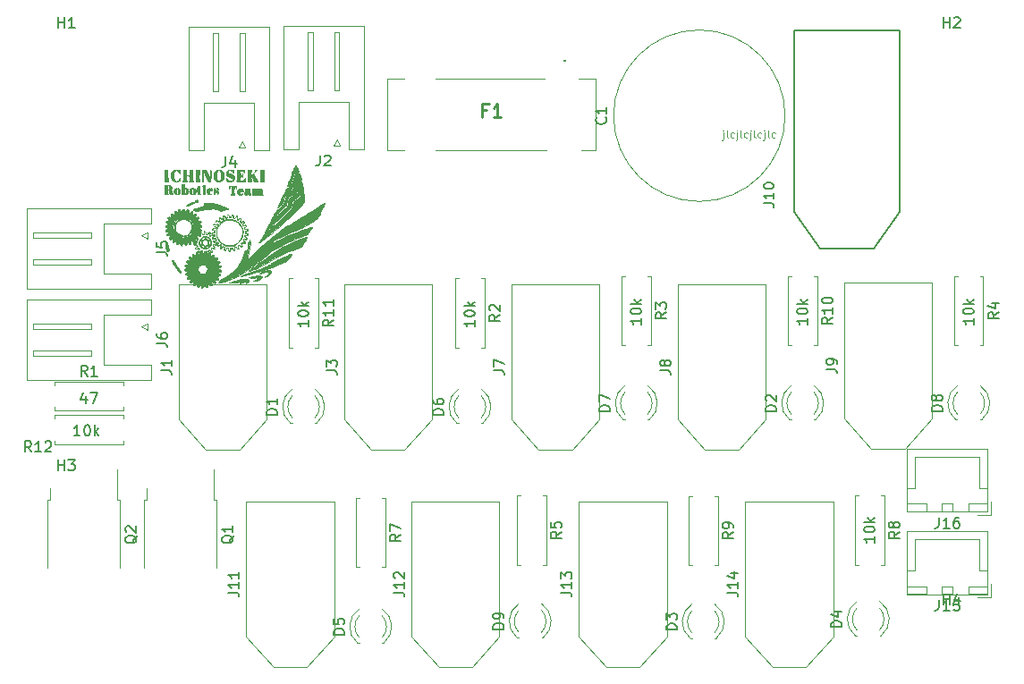
<source format=gbr>
%TF.GenerationSoftware,KiCad,Pcbnew,7.0.5*%
%TF.CreationDate,2023-08-26T23:20:03+09:00*%
%TF.ProjectId,Power_Supply,506f7765-725f-4537-9570-706c792e6b69,rev?*%
%TF.SameCoordinates,Original*%
%TF.FileFunction,Legend,Top*%
%TF.FilePolarity,Positive*%
%FSLAX46Y46*%
G04 Gerber Fmt 4.6, Leading zero omitted, Abs format (unit mm)*
G04 Created by KiCad (PCBNEW 7.0.5) date 2023-08-26 23:20:03*
%MOMM*%
%LPD*%
G01*
G04 APERTURE LIST*
%ADD10C,0.100000*%
%ADD11C,0.150000*%
%ADD12C,0.254000*%
%ADD13C,0.010000*%
%ADD14C,0.120000*%
%ADD15C,0.200000*%
G04 APERTURE END LIST*
D10*
X127359455Y-56338466D02*
X127359455Y-56938466D01*
X127359455Y-56938466D02*
X127326122Y-57005133D01*
X127326122Y-57005133D02*
X127259455Y-57038466D01*
X127259455Y-57038466D02*
X127226122Y-57038466D01*
X127359455Y-56105133D02*
X127326122Y-56138466D01*
X127326122Y-56138466D02*
X127359455Y-56171800D01*
X127359455Y-56171800D02*
X127392789Y-56138466D01*
X127392789Y-56138466D02*
X127359455Y-56105133D01*
X127359455Y-56105133D02*
X127359455Y-56171800D01*
X127792788Y-56805133D02*
X127726122Y-56771800D01*
X127726122Y-56771800D02*
X127692788Y-56705133D01*
X127692788Y-56705133D02*
X127692788Y-56105133D01*
X128359455Y-56771800D02*
X128292789Y-56805133D01*
X128292789Y-56805133D02*
X128159455Y-56805133D01*
X128159455Y-56805133D02*
X128092789Y-56771800D01*
X128092789Y-56771800D02*
X128059455Y-56738466D01*
X128059455Y-56738466D02*
X128026122Y-56671800D01*
X128026122Y-56671800D02*
X128026122Y-56471800D01*
X128026122Y-56471800D02*
X128059455Y-56405133D01*
X128059455Y-56405133D02*
X128092789Y-56371800D01*
X128092789Y-56371800D02*
X128159455Y-56338466D01*
X128159455Y-56338466D02*
X128292789Y-56338466D01*
X128292789Y-56338466D02*
X128359455Y-56371800D01*
X128659455Y-56338466D02*
X128659455Y-56938466D01*
X128659455Y-56938466D02*
X128626122Y-57005133D01*
X128626122Y-57005133D02*
X128559455Y-57038466D01*
X128559455Y-57038466D02*
X128526122Y-57038466D01*
X128659455Y-56105133D02*
X128626122Y-56138466D01*
X128626122Y-56138466D02*
X128659455Y-56171800D01*
X128659455Y-56171800D02*
X128692789Y-56138466D01*
X128692789Y-56138466D02*
X128659455Y-56105133D01*
X128659455Y-56105133D02*
X128659455Y-56171800D01*
X129092788Y-56805133D02*
X129026122Y-56771800D01*
X129026122Y-56771800D02*
X128992788Y-56705133D01*
X128992788Y-56705133D02*
X128992788Y-56105133D01*
X129659455Y-56771800D02*
X129592789Y-56805133D01*
X129592789Y-56805133D02*
X129459455Y-56805133D01*
X129459455Y-56805133D02*
X129392789Y-56771800D01*
X129392789Y-56771800D02*
X129359455Y-56738466D01*
X129359455Y-56738466D02*
X129326122Y-56671800D01*
X129326122Y-56671800D02*
X129326122Y-56471800D01*
X129326122Y-56471800D02*
X129359455Y-56405133D01*
X129359455Y-56405133D02*
X129392789Y-56371800D01*
X129392789Y-56371800D02*
X129459455Y-56338466D01*
X129459455Y-56338466D02*
X129592789Y-56338466D01*
X129592789Y-56338466D02*
X129659455Y-56371800D01*
X129959455Y-56338466D02*
X129959455Y-56938466D01*
X129959455Y-56938466D02*
X129926122Y-57005133D01*
X129926122Y-57005133D02*
X129859455Y-57038466D01*
X129859455Y-57038466D02*
X129826122Y-57038466D01*
X129959455Y-56105133D02*
X129926122Y-56138466D01*
X129926122Y-56138466D02*
X129959455Y-56171800D01*
X129959455Y-56171800D02*
X129992789Y-56138466D01*
X129992789Y-56138466D02*
X129959455Y-56105133D01*
X129959455Y-56105133D02*
X129959455Y-56171800D01*
X130392788Y-56805133D02*
X130326122Y-56771800D01*
X130326122Y-56771800D02*
X130292788Y-56705133D01*
X130292788Y-56705133D02*
X130292788Y-56105133D01*
X130959455Y-56771800D02*
X130892789Y-56805133D01*
X130892789Y-56805133D02*
X130759455Y-56805133D01*
X130759455Y-56805133D02*
X130692789Y-56771800D01*
X130692789Y-56771800D02*
X130659455Y-56738466D01*
X130659455Y-56738466D02*
X130626122Y-56671800D01*
X130626122Y-56671800D02*
X130626122Y-56471800D01*
X130626122Y-56471800D02*
X130659455Y-56405133D01*
X130659455Y-56405133D02*
X130692789Y-56371800D01*
X130692789Y-56371800D02*
X130759455Y-56338466D01*
X130759455Y-56338466D02*
X130892789Y-56338466D01*
X130892789Y-56338466D02*
X130959455Y-56371800D01*
X131259455Y-56338466D02*
X131259455Y-56938466D01*
X131259455Y-56938466D02*
X131226122Y-57005133D01*
X131226122Y-57005133D02*
X131159455Y-57038466D01*
X131159455Y-57038466D02*
X131126122Y-57038466D01*
X131259455Y-56105133D02*
X131226122Y-56138466D01*
X131226122Y-56138466D02*
X131259455Y-56171800D01*
X131259455Y-56171800D02*
X131292789Y-56138466D01*
X131292789Y-56138466D02*
X131259455Y-56105133D01*
X131259455Y-56105133D02*
X131259455Y-56171800D01*
X131692788Y-56805133D02*
X131626122Y-56771800D01*
X131626122Y-56771800D02*
X131592788Y-56705133D01*
X131592788Y-56705133D02*
X131592788Y-56105133D01*
X132259455Y-56771800D02*
X132192789Y-56805133D01*
X132192789Y-56805133D02*
X132059455Y-56805133D01*
X132059455Y-56805133D02*
X131992789Y-56771800D01*
X131992789Y-56771800D02*
X131959455Y-56738466D01*
X131959455Y-56738466D02*
X131926122Y-56671800D01*
X131926122Y-56671800D02*
X131926122Y-56471800D01*
X131926122Y-56471800D02*
X131959455Y-56405133D01*
X131959455Y-56405133D02*
X131992789Y-56371800D01*
X131992789Y-56371800D02*
X132059455Y-56338466D01*
X132059455Y-56338466D02*
X132192789Y-56338466D01*
X132192789Y-56338466D02*
X132259455Y-56371800D01*
D11*
%TO.C,J16*%
X147760476Y-92793819D02*
X147760476Y-93508104D01*
X147760476Y-93508104D02*
X147712857Y-93650961D01*
X147712857Y-93650961D02*
X147617619Y-93746200D01*
X147617619Y-93746200D02*
X147474762Y-93793819D01*
X147474762Y-93793819D02*
X147379524Y-93793819D01*
X148760476Y-93793819D02*
X148189048Y-93793819D01*
X148474762Y-93793819D02*
X148474762Y-92793819D01*
X148474762Y-92793819D02*
X148379524Y-92936676D01*
X148379524Y-92936676D02*
X148284286Y-93031914D01*
X148284286Y-93031914D02*
X148189048Y-93079533D01*
X149617619Y-92793819D02*
X149427143Y-92793819D01*
X149427143Y-92793819D02*
X149331905Y-92841438D01*
X149331905Y-92841438D02*
X149284286Y-92889057D01*
X149284286Y-92889057D02*
X149189048Y-93031914D01*
X149189048Y-93031914D02*
X149141429Y-93222390D01*
X149141429Y-93222390D02*
X149141429Y-93603342D01*
X149141429Y-93603342D02*
X149189048Y-93698580D01*
X149189048Y-93698580D02*
X149236667Y-93746200D01*
X149236667Y-93746200D02*
X149331905Y-93793819D01*
X149331905Y-93793819D02*
X149522381Y-93793819D01*
X149522381Y-93793819D02*
X149617619Y-93746200D01*
X149617619Y-93746200D02*
X149665238Y-93698580D01*
X149665238Y-93698580D02*
X149712857Y-93603342D01*
X149712857Y-93603342D02*
X149712857Y-93365247D01*
X149712857Y-93365247D02*
X149665238Y-93270009D01*
X149665238Y-93270009D02*
X149617619Y-93222390D01*
X149617619Y-93222390D02*
X149522381Y-93174771D01*
X149522381Y-93174771D02*
X149331905Y-93174771D01*
X149331905Y-93174771D02*
X149236667Y-93222390D01*
X149236667Y-93222390D02*
X149189048Y-93270009D01*
X149189048Y-93270009D02*
X149141429Y-93365247D01*
%TO.C,J15*%
X147760476Y-100593819D02*
X147760476Y-101308104D01*
X147760476Y-101308104D02*
X147712857Y-101450961D01*
X147712857Y-101450961D02*
X147617619Y-101546200D01*
X147617619Y-101546200D02*
X147474762Y-101593819D01*
X147474762Y-101593819D02*
X147379524Y-101593819D01*
X148760476Y-101593819D02*
X148189048Y-101593819D01*
X148474762Y-101593819D02*
X148474762Y-100593819D01*
X148474762Y-100593819D02*
X148379524Y-100736676D01*
X148379524Y-100736676D02*
X148284286Y-100831914D01*
X148284286Y-100831914D02*
X148189048Y-100879533D01*
X149665238Y-100593819D02*
X149189048Y-100593819D01*
X149189048Y-100593819D02*
X149141429Y-101070009D01*
X149141429Y-101070009D02*
X149189048Y-101022390D01*
X149189048Y-101022390D02*
X149284286Y-100974771D01*
X149284286Y-100974771D02*
X149522381Y-100974771D01*
X149522381Y-100974771D02*
X149617619Y-101022390D01*
X149617619Y-101022390D02*
X149665238Y-101070009D01*
X149665238Y-101070009D02*
X149712857Y-101165247D01*
X149712857Y-101165247D02*
X149712857Y-101403342D01*
X149712857Y-101403342D02*
X149665238Y-101498580D01*
X149665238Y-101498580D02*
X149617619Y-101546200D01*
X149617619Y-101546200D02*
X149522381Y-101593819D01*
X149522381Y-101593819D02*
X149284286Y-101593819D01*
X149284286Y-101593819D02*
X149189048Y-101546200D01*
X149189048Y-101546200D02*
X149141429Y-101498580D01*
%TO.C,R7*%
X96804819Y-94394666D02*
X96328628Y-94727999D01*
X96804819Y-94966094D02*
X95804819Y-94966094D01*
X95804819Y-94966094D02*
X95804819Y-94585142D01*
X95804819Y-94585142D02*
X95852438Y-94489904D01*
X95852438Y-94489904D02*
X95900057Y-94442285D01*
X95900057Y-94442285D02*
X95995295Y-94394666D01*
X95995295Y-94394666D02*
X96138152Y-94394666D01*
X96138152Y-94394666D02*
X96233390Y-94442285D01*
X96233390Y-94442285D02*
X96281009Y-94489904D01*
X96281009Y-94489904D02*
X96328628Y-94585142D01*
X96328628Y-94585142D02*
X96328628Y-94966094D01*
X95804819Y-94061332D02*
X95804819Y-93394666D01*
X95804819Y-93394666D02*
X96804819Y-93823237D01*
%TO.C,D5*%
X91474819Y-103856094D02*
X90474819Y-103856094D01*
X90474819Y-103856094D02*
X90474819Y-103617999D01*
X90474819Y-103617999D02*
X90522438Y-103475142D01*
X90522438Y-103475142D02*
X90617676Y-103379904D01*
X90617676Y-103379904D02*
X90712914Y-103332285D01*
X90712914Y-103332285D02*
X90903390Y-103284666D01*
X90903390Y-103284666D02*
X91046247Y-103284666D01*
X91046247Y-103284666D02*
X91236723Y-103332285D01*
X91236723Y-103332285D02*
X91331961Y-103379904D01*
X91331961Y-103379904D02*
X91427200Y-103475142D01*
X91427200Y-103475142D02*
X91474819Y-103617999D01*
X91474819Y-103617999D02*
X91474819Y-103856094D01*
X90474819Y-102379904D02*
X90474819Y-102856094D01*
X90474819Y-102856094D02*
X90951009Y-102903713D01*
X90951009Y-102903713D02*
X90903390Y-102856094D01*
X90903390Y-102856094D02*
X90855771Y-102760856D01*
X90855771Y-102760856D02*
X90855771Y-102522761D01*
X90855771Y-102522761D02*
X90903390Y-102427523D01*
X90903390Y-102427523D02*
X90951009Y-102379904D01*
X90951009Y-102379904D02*
X91046247Y-102332285D01*
X91046247Y-102332285D02*
X91284342Y-102332285D01*
X91284342Y-102332285D02*
X91379580Y-102379904D01*
X91379580Y-102379904D02*
X91427200Y-102427523D01*
X91427200Y-102427523D02*
X91474819Y-102522761D01*
X91474819Y-102522761D02*
X91474819Y-102760856D01*
X91474819Y-102760856D02*
X91427200Y-102856094D01*
X91427200Y-102856094D02*
X91379580Y-102903713D01*
%TO.C,R12*%
X61841142Y-86560819D02*
X61507809Y-86084628D01*
X61269714Y-86560819D02*
X61269714Y-85560819D01*
X61269714Y-85560819D02*
X61650666Y-85560819D01*
X61650666Y-85560819D02*
X61745904Y-85608438D01*
X61745904Y-85608438D02*
X61793523Y-85656057D01*
X61793523Y-85656057D02*
X61841142Y-85751295D01*
X61841142Y-85751295D02*
X61841142Y-85894152D01*
X61841142Y-85894152D02*
X61793523Y-85989390D01*
X61793523Y-85989390D02*
X61745904Y-86037009D01*
X61745904Y-86037009D02*
X61650666Y-86084628D01*
X61650666Y-86084628D02*
X61269714Y-86084628D01*
X62793523Y-86560819D02*
X62222095Y-86560819D01*
X62507809Y-86560819D02*
X62507809Y-85560819D01*
X62507809Y-85560819D02*
X62412571Y-85703676D01*
X62412571Y-85703676D02*
X62317333Y-85798914D01*
X62317333Y-85798914D02*
X62222095Y-85846533D01*
X63174476Y-85656057D02*
X63222095Y-85608438D01*
X63222095Y-85608438D02*
X63317333Y-85560819D01*
X63317333Y-85560819D02*
X63555428Y-85560819D01*
X63555428Y-85560819D02*
X63650666Y-85608438D01*
X63650666Y-85608438D02*
X63698285Y-85656057D01*
X63698285Y-85656057D02*
X63745904Y-85751295D01*
X63745904Y-85751295D02*
X63745904Y-85846533D01*
X63745904Y-85846533D02*
X63698285Y-85989390D01*
X63698285Y-85989390D02*
X63126857Y-86560819D01*
X63126857Y-86560819D02*
X63745904Y-86560819D01*
X66460761Y-85036819D02*
X65889333Y-85036819D01*
X66175047Y-85036819D02*
X66175047Y-84036819D01*
X66175047Y-84036819D02*
X66079809Y-84179676D01*
X66079809Y-84179676D02*
X65984571Y-84274914D01*
X65984571Y-84274914D02*
X65889333Y-84322533D01*
X67079809Y-84036819D02*
X67175047Y-84036819D01*
X67175047Y-84036819D02*
X67270285Y-84084438D01*
X67270285Y-84084438D02*
X67317904Y-84132057D01*
X67317904Y-84132057D02*
X67365523Y-84227295D01*
X67365523Y-84227295D02*
X67413142Y-84417771D01*
X67413142Y-84417771D02*
X67413142Y-84655866D01*
X67413142Y-84655866D02*
X67365523Y-84846342D01*
X67365523Y-84846342D02*
X67317904Y-84941580D01*
X67317904Y-84941580D02*
X67270285Y-84989200D01*
X67270285Y-84989200D02*
X67175047Y-85036819D01*
X67175047Y-85036819D02*
X67079809Y-85036819D01*
X67079809Y-85036819D02*
X66984571Y-84989200D01*
X66984571Y-84989200D02*
X66936952Y-84941580D01*
X66936952Y-84941580D02*
X66889333Y-84846342D01*
X66889333Y-84846342D02*
X66841714Y-84655866D01*
X66841714Y-84655866D02*
X66841714Y-84417771D01*
X66841714Y-84417771D02*
X66889333Y-84227295D01*
X66889333Y-84227295D02*
X66936952Y-84132057D01*
X66936952Y-84132057D02*
X66984571Y-84084438D01*
X66984571Y-84084438D02*
X67079809Y-84036819D01*
X67841714Y-85036819D02*
X67841714Y-84036819D01*
X67936952Y-84655866D02*
X68222666Y-85036819D01*
X68222666Y-84370152D02*
X67841714Y-84751104D01*
%TO.C,R11*%
X90454819Y-74054857D02*
X89978628Y-74388190D01*
X90454819Y-74626285D02*
X89454819Y-74626285D01*
X89454819Y-74626285D02*
X89454819Y-74245333D01*
X89454819Y-74245333D02*
X89502438Y-74150095D01*
X89502438Y-74150095D02*
X89550057Y-74102476D01*
X89550057Y-74102476D02*
X89645295Y-74054857D01*
X89645295Y-74054857D02*
X89788152Y-74054857D01*
X89788152Y-74054857D02*
X89883390Y-74102476D01*
X89883390Y-74102476D02*
X89931009Y-74150095D01*
X89931009Y-74150095D02*
X89978628Y-74245333D01*
X89978628Y-74245333D02*
X89978628Y-74626285D01*
X90454819Y-73102476D02*
X90454819Y-73673904D01*
X90454819Y-73388190D02*
X89454819Y-73388190D01*
X89454819Y-73388190D02*
X89597676Y-73483428D01*
X89597676Y-73483428D02*
X89692914Y-73578666D01*
X89692914Y-73578666D02*
X89740533Y-73673904D01*
X90454819Y-72150095D02*
X90454819Y-72721523D01*
X90454819Y-72435809D02*
X89454819Y-72435809D01*
X89454819Y-72435809D02*
X89597676Y-72531047D01*
X89597676Y-72531047D02*
X89692914Y-72626285D01*
X89692914Y-72626285D02*
X89740533Y-72721523D01*
X88084819Y-74128238D02*
X88084819Y-74699666D01*
X88084819Y-74413952D02*
X87084819Y-74413952D01*
X87084819Y-74413952D02*
X87227676Y-74509190D01*
X87227676Y-74509190D02*
X87322914Y-74604428D01*
X87322914Y-74604428D02*
X87370533Y-74699666D01*
X87084819Y-73509190D02*
X87084819Y-73413952D01*
X87084819Y-73413952D02*
X87132438Y-73318714D01*
X87132438Y-73318714D02*
X87180057Y-73271095D01*
X87180057Y-73271095D02*
X87275295Y-73223476D01*
X87275295Y-73223476D02*
X87465771Y-73175857D01*
X87465771Y-73175857D02*
X87703866Y-73175857D01*
X87703866Y-73175857D02*
X87894342Y-73223476D01*
X87894342Y-73223476D02*
X87989580Y-73271095D01*
X87989580Y-73271095D02*
X88037200Y-73318714D01*
X88037200Y-73318714D02*
X88084819Y-73413952D01*
X88084819Y-73413952D02*
X88084819Y-73509190D01*
X88084819Y-73509190D02*
X88037200Y-73604428D01*
X88037200Y-73604428D02*
X87989580Y-73652047D01*
X87989580Y-73652047D02*
X87894342Y-73699666D01*
X87894342Y-73699666D02*
X87703866Y-73747285D01*
X87703866Y-73747285D02*
X87465771Y-73747285D01*
X87465771Y-73747285D02*
X87275295Y-73699666D01*
X87275295Y-73699666D02*
X87180057Y-73652047D01*
X87180057Y-73652047D02*
X87132438Y-73604428D01*
X87132438Y-73604428D02*
X87084819Y-73509190D01*
X88084819Y-72747285D02*
X87084819Y-72747285D01*
X87703866Y-72652047D02*
X88084819Y-72366333D01*
X87418152Y-72366333D02*
X87799104Y-72747285D01*
%TO.C,R10*%
X137698819Y-73844857D02*
X137222628Y-74178190D01*
X137698819Y-74416285D02*
X136698819Y-74416285D01*
X136698819Y-74416285D02*
X136698819Y-74035333D01*
X136698819Y-74035333D02*
X136746438Y-73940095D01*
X136746438Y-73940095D02*
X136794057Y-73892476D01*
X136794057Y-73892476D02*
X136889295Y-73844857D01*
X136889295Y-73844857D02*
X137032152Y-73844857D01*
X137032152Y-73844857D02*
X137127390Y-73892476D01*
X137127390Y-73892476D02*
X137175009Y-73940095D01*
X137175009Y-73940095D02*
X137222628Y-74035333D01*
X137222628Y-74035333D02*
X137222628Y-74416285D01*
X137698819Y-72892476D02*
X137698819Y-73463904D01*
X137698819Y-73178190D02*
X136698819Y-73178190D01*
X136698819Y-73178190D02*
X136841676Y-73273428D01*
X136841676Y-73273428D02*
X136936914Y-73368666D01*
X136936914Y-73368666D02*
X136984533Y-73463904D01*
X136698819Y-72273428D02*
X136698819Y-72178190D01*
X136698819Y-72178190D02*
X136746438Y-72082952D01*
X136746438Y-72082952D02*
X136794057Y-72035333D01*
X136794057Y-72035333D02*
X136889295Y-71987714D01*
X136889295Y-71987714D02*
X137079771Y-71940095D01*
X137079771Y-71940095D02*
X137317866Y-71940095D01*
X137317866Y-71940095D02*
X137508342Y-71987714D01*
X137508342Y-71987714D02*
X137603580Y-72035333D01*
X137603580Y-72035333D02*
X137651200Y-72082952D01*
X137651200Y-72082952D02*
X137698819Y-72178190D01*
X137698819Y-72178190D02*
X137698819Y-72273428D01*
X137698819Y-72273428D02*
X137651200Y-72368666D01*
X137651200Y-72368666D02*
X137603580Y-72416285D01*
X137603580Y-72416285D02*
X137508342Y-72463904D01*
X137508342Y-72463904D02*
X137317866Y-72511523D01*
X137317866Y-72511523D02*
X137079771Y-72511523D01*
X137079771Y-72511523D02*
X136889295Y-72463904D01*
X136889295Y-72463904D02*
X136794057Y-72416285D01*
X136794057Y-72416285D02*
X136746438Y-72368666D01*
X136746438Y-72368666D02*
X136698819Y-72273428D01*
X135328819Y-73918238D02*
X135328819Y-74489666D01*
X135328819Y-74203952D02*
X134328819Y-74203952D01*
X134328819Y-74203952D02*
X134471676Y-74299190D01*
X134471676Y-74299190D02*
X134566914Y-74394428D01*
X134566914Y-74394428D02*
X134614533Y-74489666D01*
X134328819Y-73299190D02*
X134328819Y-73203952D01*
X134328819Y-73203952D02*
X134376438Y-73108714D01*
X134376438Y-73108714D02*
X134424057Y-73061095D01*
X134424057Y-73061095D02*
X134519295Y-73013476D01*
X134519295Y-73013476D02*
X134709771Y-72965857D01*
X134709771Y-72965857D02*
X134947866Y-72965857D01*
X134947866Y-72965857D02*
X135138342Y-73013476D01*
X135138342Y-73013476D02*
X135233580Y-73061095D01*
X135233580Y-73061095D02*
X135281200Y-73108714D01*
X135281200Y-73108714D02*
X135328819Y-73203952D01*
X135328819Y-73203952D02*
X135328819Y-73299190D01*
X135328819Y-73299190D02*
X135281200Y-73394428D01*
X135281200Y-73394428D02*
X135233580Y-73442047D01*
X135233580Y-73442047D02*
X135138342Y-73489666D01*
X135138342Y-73489666D02*
X134947866Y-73537285D01*
X134947866Y-73537285D02*
X134709771Y-73537285D01*
X134709771Y-73537285D02*
X134519295Y-73489666D01*
X134519295Y-73489666D02*
X134424057Y-73442047D01*
X134424057Y-73442047D02*
X134376438Y-73394428D01*
X134376438Y-73394428D02*
X134328819Y-73299190D01*
X135328819Y-72537285D02*
X134328819Y-72537285D01*
X134947866Y-72442047D02*
X135328819Y-72156333D01*
X134662152Y-72156333D02*
X135043104Y-72537285D01*
%TO.C,R9*%
X128287819Y-94190666D02*
X127811628Y-94523999D01*
X128287819Y-94762094D02*
X127287819Y-94762094D01*
X127287819Y-94762094D02*
X127287819Y-94381142D01*
X127287819Y-94381142D02*
X127335438Y-94285904D01*
X127335438Y-94285904D02*
X127383057Y-94238285D01*
X127383057Y-94238285D02*
X127478295Y-94190666D01*
X127478295Y-94190666D02*
X127621152Y-94190666D01*
X127621152Y-94190666D02*
X127716390Y-94238285D01*
X127716390Y-94238285D02*
X127764009Y-94285904D01*
X127764009Y-94285904D02*
X127811628Y-94381142D01*
X127811628Y-94381142D02*
X127811628Y-94762094D01*
X128287819Y-93714475D02*
X128287819Y-93523999D01*
X128287819Y-93523999D02*
X128240200Y-93428761D01*
X128240200Y-93428761D02*
X128192580Y-93381142D01*
X128192580Y-93381142D02*
X128049723Y-93285904D01*
X128049723Y-93285904D02*
X127859247Y-93238285D01*
X127859247Y-93238285D02*
X127478295Y-93238285D01*
X127478295Y-93238285D02*
X127383057Y-93285904D01*
X127383057Y-93285904D02*
X127335438Y-93333523D01*
X127335438Y-93333523D02*
X127287819Y-93428761D01*
X127287819Y-93428761D02*
X127287819Y-93619237D01*
X127287819Y-93619237D02*
X127335438Y-93714475D01*
X127335438Y-93714475D02*
X127383057Y-93762094D01*
X127383057Y-93762094D02*
X127478295Y-93809713D01*
X127478295Y-93809713D02*
X127716390Y-93809713D01*
X127716390Y-93809713D02*
X127811628Y-93762094D01*
X127811628Y-93762094D02*
X127859247Y-93714475D01*
X127859247Y-93714475D02*
X127906866Y-93619237D01*
X127906866Y-93619237D02*
X127906866Y-93428761D01*
X127906866Y-93428761D02*
X127859247Y-93333523D01*
X127859247Y-93333523D02*
X127811628Y-93285904D01*
X127811628Y-93285904D02*
X127716390Y-93238285D01*
%TO.C,R8*%
X144035819Y-94146666D02*
X143559628Y-94479999D01*
X144035819Y-94718094D02*
X143035819Y-94718094D01*
X143035819Y-94718094D02*
X143035819Y-94337142D01*
X143035819Y-94337142D02*
X143083438Y-94241904D01*
X143083438Y-94241904D02*
X143131057Y-94194285D01*
X143131057Y-94194285D02*
X143226295Y-94146666D01*
X143226295Y-94146666D02*
X143369152Y-94146666D01*
X143369152Y-94146666D02*
X143464390Y-94194285D01*
X143464390Y-94194285D02*
X143512009Y-94241904D01*
X143512009Y-94241904D02*
X143559628Y-94337142D01*
X143559628Y-94337142D02*
X143559628Y-94718094D01*
X143464390Y-93575237D02*
X143416771Y-93670475D01*
X143416771Y-93670475D02*
X143369152Y-93718094D01*
X143369152Y-93718094D02*
X143273914Y-93765713D01*
X143273914Y-93765713D02*
X143226295Y-93765713D01*
X143226295Y-93765713D02*
X143131057Y-93718094D01*
X143131057Y-93718094D02*
X143083438Y-93670475D01*
X143083438Y-93670475D02*
X143035819Y-93575237D01*
X143035819Y-93575237D02*
X143035819Y-93384761D01*
X143035819Y-93384761D02*
X143083438Y-93289523D01*
X143083438Y-93289523D02*
X143131057Y-93241904D01*
X143131057Y-93241904D02*
X143226295Y-93194285D01*
X143226295Y-93194285D02*
X143273914Y-93194285D01*
X143273914Y-93194285D02*
X143369152Y-93241904D01*
X143369152Y-93241904D02*
X143416771Y-93289523D01*
X143416771Y-93289523D02*
X143464390Y-93384761D01*
X143464390Y-93384761D02*
X143464390Y-93575237D01*
X143464390Y-93575237D02*
X143512009Y-93670475D01*
X143512009Y-93670475D02*
X143559628Y-93718094D01*
X143559628Y-93718094D02*
X143654866Y-93765713D01*
X143654866Y-93765713D02*
X143845342Y-93765713D01*
X143845342Y-93765713D02*
X143940580Y-93718094D01*
X143940580Y-93718094D02*
X143988200Y-93670475D01*
X143988200Y-93670475D02*
X144035819Y-93575237D01*
X144035819Y-93575237D02*
X144035819Y-93384761D01*
X144035819Y-93384761D02*
X143988200Y-93289523D01*
X143988200Y-93289523D02*
X143940580Y-93241904D01*
X143940580Y-93241904D02*
X143845342Y-93194285D01*
X143845342Y-93194285D02*
X143654866Y-93194285D01*
X143654866Y-93194285D02*
X143559628Y-93241904D01*
X143559628Y-93241904D02*
X143512009Y-93289523D01*
X143512009Y-93289523D02*
X143464390Y-93384761D01*
X141678819Y-94575238D02*
X141678819Y-95146666D01*
X141678819Y-94860952D02*
X140678819Y-94860952D01*
X140678819Y-94860952D02*
X140821676Y-94956190D01*
X140821676Y-94956190D02*
X140916914Y-95051428D01*
X140916914Y-95051428D02*
X140964533Y-95146666D01*
X140678819Y-93956190D02*
X140678819Y-93860952D01*
X140678819Y-93860952D02*
X140726438Y-93765714D01*
X140726438Y-93765714D02*
X140774057Y-93718095D01*
X140774057Y-93718095D02*
X140869295Y-93670476D01*
X140869295Y-93670476D02*
X141059771Y-93622857D01*
X141059771Y-93622857D02*
X141297866Y-93622857D01*
X141297866Y-93622857D02*
X141488342Y-93670476D01*
X141488342Y-93670476D02*
X141583580Y-93718095D01*
X141583580Y-93718095D02*
X141631200Y-93765714D01*
X141631200Y-93765714D02*
X141678819Y-93860952D01*
X141678819Y-93860952D02*
X141678819Y-93956190D01*
X141678819Y-93956190D02*
X141631200Y-94051428D01*
X141631200Y-94051428D02*
X141583580Y-94099047D01*
X141583580Y-94099047D02*
X141488342Y-94146666D01*
X141488342Y-94146666D02*
X141297866Y-94194285D01*
X141297866Y-94194285D02*
X141059771Y-94194285D01*
X141059771Y-94194285D02*
X140869295Y-94146666D01*
X140869295Y-94146666D02*
X140774057Y-94099047D01*
X140774057Y-94099047D02*
X140726438Y-94051428D01*
X140726438Y-94051428D02*
X140678819Y-93956190D01*
X141678819Y-93194285D02*
X140678819Y-93194285D01*
X141297866Y-93099047D02*
X141678819Y-92813333D01*
X141012152Y-92813333D02*
X141393104Y-93194285D01*
%TO.C,R5*%
X112031819Y-94146666D02*
X111555628Y-94479999D01*
X112031819Y-94718094D02*
X111031819Y-94718094D01*
X111031819Y-94718094D02*
X111031819Y-94337142D01*
X111031819Y-94337142D02*
X111079438Y-94241904D01*
X111079438Y-94241904D02*
X111127057Y-94194285D01*
X111127057Y-94194285D02*
X111222295Y-94146666D01*
X111222295Y-94146666D02*
X111365152Y-94146666D01*
X111365152Y-94146666D02*
X111460390Y-94194285D01*
X111460390Y-94194285D02*
X111508009Y-94241904D01*
X111508009Y-94241904D02*
X111555628Y-94337142D01*
X111555628Y-94337142D02*
X111555628Y-94718094D01*
X111031819Y-93241904D02*
X111031819Y-93718094D01*
X111031819Y-93718094D02*
X111508009Y-93765713D01*
X111508009Y-93765713D02*
X111460390Y-93718094D01*
X111460390Y-93718094D02*
X111412771Y-93622856D01*
X111412771Y-93622856D02*
X111412771Y-93384761D01*
X111412771Y-93384761D02*
X111460390Y-93289523D01*
X111460390Y-93289523D02*
X111508009Y-93241904D01*
X111508009Y-93241904D02*
X111603247Y-93194285D01*
X111603247Y-93194285D02*
X111841342Y-93194285D01*
X111841342Y-93194285D02*
X111936580Y-93241904D01*
X111936580Y-93241904D02*
X111984200Y-93289523D01*
X111984200Y-93289523D02*
X112031819Y-93384761D01*
X112031819Y-93384761D02*
X112031819Y-93622856D01*
X112031819Y-93622856D02*
X111984200Y-93718094D01*
X111984200Y-93718094D02*
X111936580Y-93765713D01*
%TO.C,R4*%
X153426819Y-73368666D02*
X152950628Y-73701999D01*
X153426819Y-73940094D02*
X152426819Y-73940094D01*
X152426819Y-73940094D02*
X152426819Y-73559142D01*
X152426819Y-73559142D02*
X152474438Y-73463904D01*
X152474438Y-73463904D02*
X152522057Y-73416285D01*
X152522057Y-73416285D02*
X152617295Y-73368666D01*
X152617295Y-73368666D02*
X152760152Y-73368666D01*
X152760152Y-73368666D02*
X152855390Y-73416285D01*
X152855390Y-73416285D02*
X152903009Y-73463904D01*
X152903009Y-73463904D02*
X152950628Y-73559142D01*
X152950628Y-73559142D02*
X152950628Y-73940094D01*
X152760152Y-72511523D02*
X153426819Y-72511523D01*
X152379200Y-72749618D02*
X153093485Y-72987713D01*
X153093485Y-72987713D02*
X153093485Y-72368666D01*
X151056819Y-73918238D02*
X151056819Y-74489666D01*
X151056819Y-74203952D02*
X150056819Y-74203952D01*
X150056819Y-74203952D02*
X150199676Y-74299190D01*
X150199676Y-74299190D02*
X150294914Y-74394428D01*
X150294914Y-74394428D02*
X150342533Y-74489666D01*
X150056819Y-73299190D02*
X150056819Y-73203952D01*
X150056819Y-73203952D02*
X150104438Y-73108714D01*
X150104438Y-73108714D02*
X150152057Y-73061095D01*
X150152057Y-73061095D02*
X150247295Y-73013476D01*
X150247295Y-73013476D02*
X150437771Y-72965857D01*
X150437771Y-72965857D02*
X150675866Y-72965857D01*
X150675866Y-72965857D02*
X150866342Y-73013476D01*
X150866342Y-73013476D02*
X150961580Y-73061095D01*
X150961580Y-73061095D02*
X151009200Y-73108714D01*
X151009200Y-73108714D02*
X151056819Y-73203952D01*
X151056819Y-73203952D02*
X151056819Y-73299190D01*
X151056819Y-73299190D02*
X151009200Y-73394428D01*
X151009200Y-73394428D02*
X150961580Y-73442047D01*
X150961580Y-73442047D02*
X150866342Y-73489666D01*
X150866342Y-73489666D02*
X150675866Y-73537285D01*
X150675866Y-73537285D02*
X150437771Y-73537285D01*
X150437771Y-73537285D02*
X150247295Y-73489666D01*
X150247295Y-73489666D02*
X150152057Y-73442047D01*
X150152057Y-73442047D02*
X150104438Y-73394428D01*
X150104438Y-73394428D02*
X150056819Y-73299190D01*
X151056819Y-72537285D02*
X150056819Y-72537285D01*
X150675866Y-72442047D02*
X151056819Y-72156333D01*
X150390152Y-72156333D02*
X150771104Y-72537285D01*
%TO.C,R3*%
X121950819Y-73368666D02*
X121474628Y-73701999D01*
X121950819Y-73940094D02*
X120950819Y-73940094D01*
X120950819Y-73940094D02*
X120950819Y-73559142D01*
X120950819Y-73559142D02*
X120998438Y-73463904D01*
X120998438Y-73463904D02*
X121046057Y-73416285D01*
X121046057Y-73416285D02*
X121141295Y-73368666D01*
X121141295Y-73368666D02*
X121284152Y-73368666D01*
X121284152Y-73368666D02*
X121379390Y-73416285D01*
X121379390Y-73416285D02*
X121427009Y-73463904D01*
X121427009Y-73463904D02*
X121474628Y-73559142D01*
X121474628Y-73559142D02*
X121474628Y-73940094D01*
X120950819Y-73035332D02*
X120950819Y-72416285D01*
X120950819Y-72416285D02*
X121331771Y-72749618D01*
X121331771Y-72749618D02*
X121331771Y-72606761D01*
X121331771Y-72606761D02*
X121379390Y-72511523D01*
X121379390Y-72511523D02*
X121427009Y-72463904D01*
X121427009Y-72463904D02*
X121522247Y-72416285D01*
X121522247Y-72416285D02*
X121760342Y-72416285D01*
X121760342Y-72416285D02*
X121855580Y-72463904D01*
X121855580Y-72463904D02*
X121903200Y-72511523D01*
X121903200Y-72511523D02*
X121950819Y-72606761D01*
X121950819Y-72606761D02*
X121950819Y-72892475D01*
X121950819Y-72892475D02*
X121903200Y-72987713D01*
X121903200Y-72987713D02*
X121855580Y-73035332D01*
X119580819Y-73918238D02*
X119580819Y-74489666D01*
X119580819Y-74203952D02*
X118580819Y-74203952D01*
X118580819Y-74203952D02*
X118723676Y-74299190D01*
X118723676Y-74299190D02*
X118818914Y-74394428D01*
X118818914Y-74394428D02*
X118866533Y-74489666D01*
X118580819Y-73299190D02*
X118580819Y-73203952D01*
X118580819Y-73203952D02*
X118628438Y-73108714D01*
X118628438Y-73108714D02*
X118676057Y-73061095D01*
X118676057Y-73061095D02*
X118771295Y-73013476D01*
X118771295Y-73013476D02*
X118961771Y-72965857D01*
X118961771Y-72965857D02*
X119199866Y-72965857D01*
X119199866Y-72965857D02*
X119390342Y-73013476D01*
X119390342Y-73013476D02*
X119485580Y-73061095D01*
X119485580Y-73061095D02*
X119533200Y-73108714D01*
X119533200Y-73108714D02*
X119580819Y-73203952D01*
X119580819Y-73203952D02*
X119580819Y-73299190D01*
X119580819Y-73299190D02*
X119533200Y-73394428D01*
X119533200Y-73394428D02*
X119485580Y-73442047D01*
X119485580Y-73442047D02*
X119390342Y-73489666D01*
X119390342Y-73489666D02*
X119199866Y-73537285D01*
X119199866Y-73537285D02*
X118961771Y-73537285D01*
X118961771Y-73537285D02*
X118771295Y-73489666D01*
X118771295Y-73489666D02*
X118676057Y-73442047D01*
X118676057Y-73442047D02*
X118628438Y-73394428D01*
X118628438Y-73394428D02*
X118580819Y-73299190D01*
X119580819Y-72537285D02*
X118580819Y-72537285D01*
X119199866Y-72442047D02*
X119580819Y-72156333D01*
X118914152Y-72156333D02*
X119295104Y-72537285D01*
%TO.C,R2*%
X106202819Y-73578666D02*
X105726628Y-73911999D01*
X106202819Y-74150094D02*
X105202819Y-74150094D01*
X105202819Y-74150094D02*
X105202819Y-73769142D01*
X105202819Y-73769142D02*
X105250438Y-73673904D01*
X105250438Y-73673904D02*
X105298057Y-73626285D01*
X105298057Y-73626285D02*
X105393295Y-73578666D01*
X105393295Y-73578666D02*
X105536152Y-73578666D01*
X105536152Y-73578666D02*
X105631390Y-73626285D01*
X105631390Y-73626285D02*
X105679009Y-73673904D01*
X105679009Y-73673904D02*
X105726628Y-73769142D01*
X105726628Y-73769142D02*
X105726628Y-74150094D01*
X105298057Y-73197713D02*
X105250438Y-73150094D01*
X105250438Y-73150094D02*
X105202819Y-73054856D01*
X105202819Y-73054856D02*
X105202819Y-72816761D01*
X105202819Y-72816761D02*
X105250438Y-72721523D01*
X105250438Y-72721523D02*
X105298057Y-72673904D01*
X105298057Y-72673904D02*
X105393295Y-72626285D01*
X105393295Y-72626285D02*
X105488533Y-72626285D01*
X105488533Y-72626285D02*
X105631390Y-72673904D01*
X105631390Y-72673904D02*
X106202819Y-73245332D01*
X106202819Y-73245332D02*
X106202819Y-72626285D01*
X103832819Y-74128238D02*
X103832819Y-74699666D01*
X103832819Y-74413952D02*
X102832819Y-74413952D01*
X102832819Y-74413952D02*
X102975676Y-74509190D01*
X102975676Y-74509190D02*
X103070914Y-74604428D01*
X103070914Y-74604428D02*
X103118533Y-74699666D01*
X102832819Y-73509190D02*
X102832819Y-73413952D01*
X102832819Y-73413952D02*
X102880438Y-73318714D01*
X102880438Y-73318714D02*
X102928057Y-73271095D01*
X102928057Y-73271095D02*
X103023295Y-73223476D01*
X103023295Y-73223476D02*
X103213771Y-73175857D01*
X103213771Y-73175857D02*
X103451866Y-73175857D01*
X103451866Y-73175857D02*
X103642342Y-73223476D01*
X103642342Y-73223476D02*
X103737580Y-73271095D01*
X103737580Y-73271095D02*
X103785200Y-73318714D01*
X103785200Y-73318714D02*
X103832819Y-73413952D01*
X103832819Y-73413952D02*
X103832819Y-73509190D01*
X103832819Y-73509190D02*
X103785200Y-73604428D01*
X103785200Y-73604428D02*
X103737580Y-73652047D01*
X103737580Y-73652047D02*
X103642342Y-73699666D01*
X103642342Y-73699666D02*
X103451866Y-73747285D01*
X103451866Y-73747285D02*
X103213771Y-73747285D01*
X103213771Y-73747285D02*
X103023295Y-73699666D01*
X103023295Y-73699666D02*
X102928057Y-73652047D01*
X102928057Y-73652047D02*
X102880438Y-73604428D01*
X102880438Y-73604428D02*
X102832819Y-73509190D01*
X103832819Y-72747285D02*
X102832819Y-72747285D01*
X103451866Y-72652047D02*
X103832819Y-72366333D01*
X103166152Y-72366333D02*
X103547104Y-72747285D01*
%TO.C,R1*%
X67143333Y-79384819D02*
X66810000Y-78908628D01*
X66571905Y-79384819D02*
X66571905Y-78384819D01*
X66571905Y-78384819D02*
X66952857Y-78384819D01*
X66952857Y-78384819D02*
X67048095Y-78432438D01*
X67048095Y-78432438D02*
X67095714Y-78480057D01*
X67095714Y-78480057D02*
X67143333Y-78575295D01*
X67143333Y-78575295D02*
X67143333Y-78718152D01*
X67143333Y-78718152D02*
X67095714Y-78813390D01*
X67095714Y-78813390D02*
X67048095Y-78861009D01*
X67048095Y-78861009D02*
X66952857Y-78908628D01*
X66952857Y-78908628D02*
X66571905Y-78908628D01*
X68095714Y-79384819D02*
X67524286Y-79384819D01*
X67810000Y-79384819D02*
X67810000Y-78384819D01*
X67810000Y-78384819D02*
X67714762Y-78527676D01*
X67714762Y-78527676D02*
X67619524Y-78622914D01*
X67619524Y-78622914D02*
X67524286Y-78670533D01*
X67024285Y-81322152D02*
X67024285Y-81988819D01*
X66786190Y-80941200D02*
X66548095Y-81655485D01*
X66548095Y-81655485D02*
X67167142Y-81655485D01*
X67452857Y-80988819D02*
X68119523Y-80988819D01*
X68119523Y-80988819D02*
X67690952Y-81988819D01*
%TO.C,Q2*%
X71863057Y-94490238D02*
X71815438Y-94585476D01*
X71815438Y-94585476D02*
X71720200Y-94680714D01*
X71720200Y-94680714D02*
X71577342Y-94823571D01*
X71577342Y-94823571D02*
X71529723Y-94918809D01*
X71529723Y-94918809D02*
X71529723Y-95014047D01*
X71767819Y-94966428D02*
X71720200Y-95061666D01*
X71720200Y-95061666D02*
X71624961Y-95156904D01*
X71624961Y-95156904D02*
X71434485Y-95204523D01*
X71434485Y-95204523D02*
X71101152Y-95204523D01*
X71101152Y-95204523D02*
X70910676Y-95156904D01*
X70910676Y-95156904D02*
X70815438Y-95061666D01*
X70815438Y-95061666D02*
X70767819Y-94966428D01*
X70767819Y-94966428D02*
X70767819Y-94775952D01*
X70767819Y-94775952D02*
X70815438Y-94680714D01*
X70815438Y-94680714D02*
X70910676Y-94585476D01*
X70910676Y-94585476D02*
X71101152Y-94537857D01*
X71101152Y-94537857D02*
X71434485Y-94537857D01*
X71434485Y-94537857D02*
X71624961Y-94585476D01*
X71624961Y-94585476D02*
X71720200Y-94680714D01*
X71720200Y-94680714D02*
X71767819Y-94775952D01*
X71767819Y-94775952D02*
X71767819Y-94966428D01*
X70863057Y-94156904D02*
X70815438Y-94109285D01*
X70815438Y-94109285D02*
X70767819Y-94014047D01*
X70767819Y-94014047D02*
X70767819Y-93775952D01*
X70767819Y-93775952D02*
X70815438Y-93680714D01*
X70815438Y-93680714D02*
X70863057Y-93633095D01*
X70863057Y-93633095D02*
X70958295Y-93585476D01*
X70958295Y-93585476D02*
X71053533Y-93585476D01*
X71053533Y-93585476D02*
X71196390Y-93633095D01*
X71196390Y-93633095D02*
X71767819Y-94204523D01*
X71767819Y-94204523D02*
X71767819Y-93585476D01*
%TO.C,Q1*%
X80995057Y-94490238D02*
X80947438Y-94585476D01*
X80947438Y-94585476D02*
X80852200Y-94680714D01*
X80852200Y-94680714D02*
X80709342Y-94823571D01*
X80709342Y-94823571D02*
X80661723Y-94918809D01*
X80661723Y-94918809D02*
X80661723Y-95014047D01*
X80899819Y-94966428D02*
X80852200Y-95061666D01*
X80852200Y-95061666D02*
X80756961Y-95156904D01*
X80756961Y-95156904D02*
X80566485Y-95204523D01*
X80566485Y-95204523D02*
X80233152Y-95204523D01*
X80233152Y-95204523D02*
X80042676Y-95156904D01*
X80042676Y-95156904D02*
X79947438Y-95061666D01*
X79947438Y-95061666D02*
X79899819Y-94966428D01*
X79899819Y-94966428D02*
X79899819Y-94775952D01*
X79899819Y-94775952D02*
X79947438Y-94680714D01*
X79947438Y-94680714D02*
X80042676Y-94585476D01*
X80042676Y-94585476D02*
X80233152Y-94537857D01*
X80233152Y-94537857D02*
X80566485Y-94537857D01*
X80566485Y-94537857D02*
X80756961Y-94585476D01*
X80756961Y-94585476D02*
X80852200Y-94680714D01*
X80852200Y-94680714D02*
X80899819Y-94775952D01*
X80899819Y-94775952D02*
X80899819Y-94966428D01*
X80899819Y-93585476D02*
X80899819Y-94156904D01*
X80899819Y-93871190D02*
X79899819Y-93871190D01*
X79899819Y-93871190D02*
X80042676Y-93966428D01*
X80042676Y-93966428D02*
X80137914Y-94061666D01*
X80137914Y-94061666D02*
X80185533Y-94156904D01*
%TO.C,J14*%
X127758819Y-99907523D02*
X128473104Y-99907523D01*
X128473104Y-99907523D02*
X128615961Y-99955142D01*
X128615961Y-99955142D02*
X128711200Y-100050380D01*
X128711200Y-100050380D02*
X128758819Y-100193237D01*
X128758819Y-100193237D02*
X128758819Y-100288475D01*
X128758819Y-98907523D02*
X128758819Y-99478951D01*
X128758819Y-99193237D02*
X127758819Y-99193237D01*
X127758819Y-99193237D02*
X127901676Y-99288475D01*
X127901676Y-99288475D02*
X127996914Y-99383713D01*
X127996914Y-99383713D02*
X128044533Y-99478951D01*
X128092152Y-98050380D02*
X128758819Y-98050380D01*
X127711200Y-98288475D02*
X128425485Y-98526570D01*
X128425485Y-98526570D02*
X128425485Y-97907523D01*
%TO.C,J13*%
X112010819Y-99907523D02*
X112725104Y-99907523D01*
X112725104Y-99907523D02*
X112867961Y-99955142D01*
X112867961Y-99955142D02*
X112963200Y-100050380D01*
X112963200Y-100050380D02*
X113010819Y-100193237D01*
X113010819Y-100193237D02*
X113010819Y-100288475D01*
X113010819Y-98907523D02*
X113010819Y-99478951D01*
X113010819Y-99193237D02*
X112010819Y-99193237D01*
X112010819Y-99193237D02*
X112153676Y-99288475D01*
X112153676Y-99288475D02*
X112248914Y-99383713D01*
X112248914Y-99383713D02*
X112296533Y-99478951D01*
X112010819Y-98574189D02*
X112010819Y-97955142D01*
X112010819Y-97955142D02*
X112391771Y-98288475D01*
X112391771Y-98288475D02*
X112391771Y-98145618D01*
X112391771Y-98145618D02*
X112439390Y-98050380D01*
X112439390Y-98050380D02*
X112487009Y-98002761D01*
X112487009Y-98002761D02*
X112582247Y-97955142D01*
X112582247Y-97955142D02*
X112820342Y-97955142D01*
X112820342Y-97955142D02*
X112915580Y-98002761D01*
X112915580Y-98002761D02*
X112963200Y-98050380D01*
X112963200Y-98050380D02*
X113010819Y-98145618D01*
X113010819Y-98145618D02*
X113010819Y-98431332D01*
X113010819Y-98431332D02*
X112963200Y-98526570D01*
X112963200Y-98526570D02*
X112915580Y-98574189D01*
%TO.C,J12*%
X96172819Y-99907523D02*
X96887104Y-99907523D01*
X96887104Y-99907523D02*
X97029961Y-99955142D01*
X97029961Y-99955142D02*
X97125200Y-100050380D01*
X97125200Y-100050380D02*
X97172819Y-100193237D01*
X97172819Y-100193237D02*
X97172819Y-100288475D01*
X97172819Y-98907523D02*
X97172819Y-99478951D01*
X97172819Y-99193237D02*
X96172819Y-99193237D01*
X96172819Y-99193237D02*
X96315676Y-99288475D01*
X96315676Y-99288475D02*
X96410914Y-99383713D01*
X96410914Y-99383713D02*
X96458533Y-99478951D01*
X96268057Y-98526570D02*
X96220438Y-98478951D01*
X96220438Y-98478951D02*
X96172819Y-98383713D01*
X96172819Y-98383713D02*
X96172819Y-98145618D01*
X96172819Y-98145618D02*
X96220438Y-98050380D01*
X96220438Y-98050380D02*
X96268057Y-98002761D01*
X96268057Y-98002761D02*
X96363295Y-97955142D01*
X96363295Y-97955142D02*
X96458533Y-97955142D01*
X96458533Y-97955142D02*
X96601390Y-98002761D01*
X96601390Y-98002761D02*
X97172819Y-98574189D01*
X97172819Y-98574189D02*
X97172819Y-97955142D01*
%TO.C,J11*%
X80514819Y-99907523D02*
X81229104Y-99907523D01*
X81229104Y-99907523D02*
X81371961Y-99955142D01*
X81371961Y-99955142D02*
X81467200Y-100050380D01*
X81467200Y-100050380D02*
X81514819Y-100193237D01*
X81514819Y-100193237D02*
X81514819Y-100288475D01*
X81514819Y-98907523D02*
X81514819Y-99478951D01*
X81514819Y-99193237D02*
X80514819Y-99193237D01*
X80514819Y-99193237D02*
X80657676Y-99288475D01*
X80657676Y-99288475D02*
X80752914Y-99383713D01*
X80752914Y-99383713D02*
X80800533Y-99478951D01*
X81514819Y-97955142D02*
X81514819Y-98526570D01*
X81514819Y-98240856D02*
X80514819Y-98240856D01*
X80514819Y-98240856D02*
X80657676Y-98336094D01*
X80657676Y-98336094D02*
X80752914Y-98431332D01*
X80752914Y-98431332D02*
X80800533Y-98526570D01*
%TO.C,J10*%
X131153819Y-63039523D02*
X131868104Y-63039523D01*
X131868104Y-63039523D02*
X132010961Y-63087142D01*
X132010961Y-63087142D02*
X132106200Y-63182380D01*
X132106200Y-63182380D02*
X132153819Y-63325237D01*
X132153819Y-63325237D02*
X132153819Y-63420475D01*
X132153819Y-62039523D02*
X132153819Y-62610951D01*
X132153819Y-62325237D02*
X131153819Y-62325237D01*
X131153819Y-62325237D02*
X131296676Y-62420475D01*
X131296676Y-62420475D02*
X131391914Y-62515713D01*
X131391914Y-62515713D02*
X131439533Y-62610951D01*
X131153819Y-61420475D02*
X131153819Y-61325237D01*
X131153819Y-61325237D02*
X131201438Y-61229999D01*
X131201438Y-61229999D02*
X131249057Y-61182380D01*
X131249057Y-61182380D02*
X131344295Y-61134761D01*
X131344295Y-61134761D02*
X131534771Y-61087142D01*
X131534771Y-61087142D02*
X131772866Y-61087142D01*
X131772866Y-61087142D02*
X131963342Y-61134761D01*
X131963342Y-61134761D02*
X132058580Y-61182380D01*
X132058580Y-61182380D02*
X132106200Y-61229999D01*
X132106200Y-61229999D02*
X132153819Y-61325237D01*
X132153819Y-61325237D02*
X132153819Y-61420475D01*
X132153819Y-61420475D02*
X132106200Y-61515713D01*
X132106200Y-61515713D02*
X132058580Y-61563332D01*
X132058580Y-61563332D02*
X131963342Y-61610951D01*
X131963342Y-61610951D02*
X131772866Y-61658570D01*
X131772866Y-61658570D02*
X131534771Y-61658570D01*
X131534771Y-61658570D02*
X131344295Y-61610951D01*
X131344295Y-61610951D02*
X131249057Y-61563332D01*
X131249057Y-61563332D02*
X131201438Y-61515713D01*
X131201438Y-61515713D02*
X131153819Y-61420475D01*
%TO.C,J9*%
X137136819Y-78739333D02*
X137851104Y-78739333D01*
X137851104Y-78739333D02*
X137993961Y-78786952D01*
X137993961Y-78786952D02*
X138089200Y-78882190D01*
X138089200Y-78882190D02*
X138136819Y-79025047D01*
X138136819Y-79025047D02*
X138136819Y-79120285D01*
X138136819Y-78215523D02*
X138136819Y-78025047D01*
X138136819Y-78025047D02*
X138089200Y-77929809D01*
X138089200Y-77929809D02*
X138041580Y-77882190D01*
X138041580Y-77882190D02*
X137898723Y-77786952D01*
X137898723Y-77786952D02*
X137708247Y-77739333D01*
X137708247Y-77739333D02*
X137327295Y-77739333D01*
X137327295Y-77739333D02*
X137232057Y-77786952D01*
X137232057Y-77786952D02*
X137184438Y-77834571D01*
X137184438Y-77834571D02*
X137136819Y-77929809D01*
X137136819Y-77929809D02*
X137136819Y-78120285D01*
X137136819Y-78120285D02*
X137184438Y-78215523D01*
X137184438Y-78215523D02*
X137232057Y-78263142D01*
X137232057Y-78263142D02*
X137327295Y-78310761D01*
X137327295Y-78310761D02*
X137565390Y-78310761D01*
X137565390Y-78310761D02*
X137660628Y-78263142D01*
X137660628Y-78263142D02*
X137708247Y-78215523D01*
X137708247Y-78215523D02*
X137755866Y-78120285D01*
X137755866Y-78120285D02*
X137755866Y-77929809D01*
X137755866Y-77929809D02*
X137708247Y-77834571D01*
X137708247Y-77834571D02*
X137660628Y-77786952D01*
X137660628Y-77786952D02*
X137565390Y-77739333D01*
%TO.C,J8*%
X121388819Y-78863333D02*
X122103104Y-78863333D01*
X122103104Y-78863333D02*
X122245961Y-78910952D01*
X122245961Y-78910952D02*
X122341200Y-79006190D01*
X122341200Y-79006190D02*
X122388819Y-79149047D01*
X122388819Y-79149047D02*
X122388819Y-79244285D01*
X121817390Y-78244285D02*
X121769771Y-78339523D01*
X121769771Y-78339523D02*
X121722152Y-78387142D01*
X121722152Y-78387142D02*
X121626914Y-78434761D01*
X121626914Y-78434761D02*
X121579295Y-78434761D01*
X121579295Y-78434761D02*
X121484057Y-78387142D01*
X121484057Y-78387142D02*
X121436438Y-78339523D01*
X121436438Y-78339523D02*
X121388819Y-78244285D01*
X121388819Y-78244285D02*
X121388819Y-78053809D01*
X121388819Y-78053809D02*
X121436438Y-77958571D01*
X121436438Y-77958571D02*
X121484057Y-77910952D01*
X121484057Y-77910952D02*
X121579295Y-77863333D01*
X121579295Y-77863333D02*
X121626914Y-77863333D01*
X121626914Y-77863333D02*
X121722152Y-77910952D01*
X121722152Y-77910952D02*
X121769771Y-77958571D01*
X121769771Y-77958571D02*
X121817390Y-78053809D01*
X121817390Y-78053809D02*
X121817390Y-78244285D01*
X121817390Y-78244285D02*
X121865009Y-78339523D01*
X121865009Y-78339523D02*
X121912628Y-78387142D01*
X121912628Y-78387142D02*
X122007866Y-78434761D01*
X122007866Y-78434761D02*
X122198342Y-78434761D01*
X122198342Y-78434761D02*
X122293580Y-78387142D01*
X122293580Y-78387142D02*
X122341200Y-78339523D01*
X122341200Y-78339523D02*
X122388819Y-78244285D01*
X122388819Y-78244285D02*
X122388819Y-78053809D01*
X122388819Y-78053809D02*
X122341200Y-77958571D01*
X122341200Y-77958571D02*
X122293580Y-77910952D01*
X122293580Y-77910952D02*
X122198342Y-77863333D01*
X122198342Y-77863333D02*
X122007866Y-77863333D01*
X122007866Y-77863333D02*
X121912628Y-77910952D01*
X121912628Y-77910952D02*
X121865009Y-77958571D01*
X121865009Y-77958571D02*
X121817390Y-78053809D01*
%TO.C,J7*%
X105640819Y-78863333D02*
X106355104Y-78863333D01*
X106355104Y-78863333D02*
X106497961Y-78910952D01*
X106497961Y-78910952D02*
X106593200Y-79006190D01*
X106593200Y-79006190D02*
X106640819Y-79149047D01*
X106640819Y-79149047D02*
X106640819Y-79244285D01*
X105640819Y-78482380D02*
X105640819Y-77815714D01*
X105640819Y-77815714D02*
X106640819Y-78244285D01*
%TO.C,J6*%
X73714819Y-76279333D02*
X74429104Y-76279333D01*
X74429104Y-76279333D02*
X74571961Y-76326952D01*
X74571961Y-76326952D02*
X74667200Y-76422190D01*
X74667200Y-76422190D02*
X74714819Y-76565047D01*
X74714819Y-76565047D02*
X74714819Y-76660285D01*
X73714819Y-75374571D02*
X73714819Y-75565047D01*
X73714819Y-75565047D02*
X73762438Y-75660285D01*
X73762438Y-75660285D02*
X73810057Y-75707904D01*
X73810057Y-75707904D02*
X73952914Y-75803142D01*
X73952914Y-75803142D02*
X74143390Y-75850761D01*
X74143390Y-75850761D02*
X74524342Y-75850761D01*
X74524342Y-75850761D02*
X74619580Y-75803142D01*
X74619580Y-75803142D02*
X74667200Y-75755523D01*
X74667200Y-75755523D02*
X74714819Y-75660285D01*
X74714819Y-75660285D02*
X74714819Y-75469809D01*
X74714819Y-75469809D02*
X74667200Y-75374571D01*
X74667200Y-75374571D02*
X74619580Y-75326952D01*
X74619580Y-75326952D02*
X74524342Y-75279333D01*
X74524342Y-75279333D02*
X74286247Y-75279333D01*
X74286247Y-75279333D02*
X74191009Y-75326952D01*
X74191009Y-75326952D02*
X74143390Y-75374571D01*
X74143390Y-75374571D02*
X74095771Y-75469809D01*
X74095771Y-75469809D02*
X74095771Y-75660285D01*
X74095771Y-75660285D02*
X74143390Y-75755523D01*
X74143390Y-75755523D02*
X74191009Y-75803142D01*
X74191009Y-75803142D02*
X74286247Y-75850761D01*
%TO.C,J5*%
X73714819Y-67643333D02*
X74429104Y-67643333D01*
X74429104Y-67643333D02*
X74571961Y-67690952D01*
X74571961Y-67690952D02*
X74667200Y-67786190D01*
X74667200Y-67786190D02*
X74714819Y-67929047D01*
X74714819Y-67929047D02*
X74714819Y-68024285D01*
X73714819Y-66690952D02*
X73714819Y-67167142D01*
X73714819Y-67167142D02*
X74191009Y-67214761D01*
X74191009Y-67214761D02*
X74143390Y-67167142D01*
X74143390Y-67167142D02*
X74095771Y-67071904D01*
X74095771Y-67071904D02*
X74095771Y-66833809D01*
X74095771Y-66833809D02*
X74143390Y-66738571D01*
X74143390Y-66738571D02*
X74191009Y-66690952D01*
X74191009Y-66690952D02*
X74286247Y-66643333D01*
X74286247Y-66643333D02*
X74524342Y-66643333D01*
X74524342Y-66643333D02*
X74619580Y-66690952D01*
X74619580Y-66690952D02*
X74667200Y-66738571D01*
X74667200Y-66738571D02*
X74714819Y-66833809D01*
X74714819Y-66833809D02*
X74714819Y-67071904D01*
X74714819Y-67071904D02*
X74667200Y-67167142D01*
X74667200Y-67167142D02*
X74619580Y-67214761D01*
%TO.C,J4*%
X80239666Y-58580819D02*
X80239666Y-59295104D01*
X80239666Y-59295104D02*
X80192047Y-59437961D01*
X80192047Y-59437961D02*
X80096809Y-59533200D01*
X80096809Y-59533200D02*
X79953952Y-59580819D01*
X79953952Y-59580819D02*
X79858714Y-59580819D01*
X81144428Y-58914152D02*
X81144428Y-59580819D01*
X80906333Y-58533200D02*
X80668238Y-59247485D01*
X80668238Y-59247485D02*
X81287285Y-59247485D01*
%TO.C,J3*%
X89802819Y-78863333D02*
X90517104Y-78863333D01*
X90517104Y-78863333D02*
X90659961Y-78910952D01*
X90659961Y-78910952D02*
X90755200Y-79006190D01*
X90755200Y-79006190D02*
X90802819Y-79149047D01*
X90802819Y-79149047D02*
X90802819Y-79244285D01*
X89802819Y-78482380D02*
X89802819Y-77863333D01*
X89802819Y-77863333D02*
X90183771Y-78196666D01*
X90183771Y-78196666D02*
X90183771Y-78053809D01*
X90183771Y-78053809D02*
X90231390Y-77958571D01*
X90231390Y-77958571D02*
X90279009Y-77910952D01*
X90279009Y-77910952D02*
X90374247Y-77863333D01*
X90374247Y-77863333D02*
X90612342Y-77863333D01*
X90612342Y-77863333D02*
X90707580Y-77910952D01*
X90707580Y-77910952D02*
X90755200Y-77958571D01*
X90755200Y-77958571D02*
X90802819Y-78053809D01*
X90802819Y-78053809D02*
X90802819Y-78339523D01*
X90802819Y-78339523D02*
X90755200Y-78434761D01*
X90755200Y-78434761D02*
X90707580Y-78482380D01*
%TO.C,J2*%
X89181666Y-58474819D02*
X89181666Y-59189104D01*
X89181666Y-59189104D02*
X89134047Y-59331961D01*
X89134047Y-59331961D02*
X89038809Y-59427200D01*
X89038809Y-59427200D02*
X88895952Y-59474819D01*
X88895952Y-59474819D02*
X88800714Y-59474819D01*
X89610238Y-58570057D02*
X89657857Y-58522438D01*
X89657857Y-58522438D02*
X89753095Y-58474819D01*
X89753095Y-58474819D02*
X89991190Y-58474819D01*
X89991190Y-58474819D02*
X90086428Y-58522438D01*
X90086428Y-58522438D02*
X90134047Y-58570057D01*
X90134047Y-58570057D02*
X90181666Y-58665295D01*
X90181666Y-58665295D02*
X90181666Y-58760533D01*
X90181666Y-58760533D02*
X90134047Y-58903390D01*
X90134047Y-58903390D02*
X89562619Y-59474819D01*
X89562619Y-59474819D02*
X90181666Y-59474819D01*
%TO.C,J1*%
X74144819Y-78863333D02*
X74859104Y-78863333D01*
X74859104Y-78863333D02*
X75001961Y-78910952D01*
X75001961Y-78910952D02*
X75097200Y-79006190D01*
X75097200Y-79006190D02*
X75144819Y-79149047D01*
X75144819Y-79149047D02*
X75144819Y-79244285D01*
X75144819Y-77863333D02*
X75144819Y-78434761D01*
X75144819Y-78149047D02*
X74144819Y-78149047D01*
X74144819Y-78149047D02*
X74287676Y-78244285D01*
X74287676Y-78244285D02*
X74382914Y-78339523D01*
X74382914Y-78339523D02*
X74430533Y-78434761D01*
%TO.C,H4*%
X148209095Y-101029819D02*
X148209095Y-100029819D01*
X148209095Y-100506009D02*
X148780523Y-100506009D01*
X148780523Y-101029819D02*
X148780523Y-100029819D01*
X149685285Y-100363152D02*
X149685285Y-101029819D01*
X149447190Y-99982200D02*
X149209095Y-100696485D01*
X149209095Y-100696485D02*
X149828142Y-100696485D01*
%TO.C,H3*%
X64389095Y-88329819D02*
X64389095Y-87329819D01*
X64389095Y-87806009D02*
X64960523Y-87806009D01*
X64960523Y-88329819D02*
X64960523Y-87329819D01*
X65341476Y-87329819D02*
X65960523Y-87329819D01*
X65960523Y-87329819D02*
X65627190Y-87710771D01*
X65627190Y-87710771D02*
X65770047Y-87710771D01*
X65770047Y-87710771D02*
X65865285Y-87758390D01*
X65865285Y-87758390D02*
X65912904Y-87806009D01*
X65912904Y-87806009D02*
X65960523Y-87901247D01*
X65960523Y-87901247D02*
X65960523Y-88139342D01*
X65960523Y-88139342D02*
X65912904Y-88234580D01*
X65912904Y-88234580D02*
X65865285Y-88282200D01*
X65865285Y-88282200D02*
X65770047Y-88329819D01*
X65770047Y-88329819D02*
X65484333Y-88329819D01*
X65484333Y-88329819D02*
X65389095Y-88282200D01*
X65389095Y-88282200D02*
X65341476Y-88234580D01*
%TO.C,H2*%
X148209095Y-46419819D02*
X148209095Y-45419819D01*
X148209095Y-45896009D02*
X148780523Y-45896009D01*
X148780523Y-46419819D02*
X148780523Y-45419819D01*
X149209095Y-45515057D02*
X149256714Y-45467438D01*
X149256714Y-45467438D02*
X149351952Y-45419819D01*
X149351952Y-45419819D02*
X149590047Y-45419819D01*
X149590047Y-45419819D02*
X149685285Y-45467438D01*
X149685285Y-45467438D02*
X149732904Y-45515057D01*
X149732904Y-45515057D02*
X149780523Y-45610295D01*
X149780523Y-45610295D02*
X149780523Y-45705533D01*
X149780523Y-45705533D02*
X149732904Y-45848390D01*
X149732904Y-45848390D02*
X149161476Y-46419819D01*
X149161476Y-46419819D02*
X149780523Y-46419819D01*
%TO.C,H1*%
X64389095Y-46419819D02*
X64389095Y-45419819D01*
X64389095Y-45896009D02*
X64960523Y-45896009D01*
X64960523Y-46419819D02*
X64960523Y-45419819D01*
X65960523Y-46419819D02*
X65389095Y-46419819D01*
X65674809Y-46419819D02*
X65674809Y-45419819D01*
X65674809Y-45419819D02*
X65579571Y-45562676D01*
X65579571Y-45562676D02*
X65484333Y-45657914D01*
X65484333Y-45657914D02*
X65389095Y-45705533D01*
D12*
%TO.C,F1*%
X104986667Y-54229080D02*
X104563333Y-54229080D01*
X104563333Y-54894318D02*
X104563333Y-53624318D01*
X104563333Y-53624318D02*
X105168095Y-53624318D01*
X106317143Y-54894318D02*
X105591428Y-54894318D01*
X105954285Y-54894318D02*
X105954285Y-53624318D01*
X105954285Y-53624318D02*
X105833333Y-53805746D01*
X105833333Y-53805746D02*
X105712381Y-53926699D01*
X105712381Y-53926699D02*
X105591428Y-53987175D01*
D11*
%TO.C,D9*%
X106574819Y-103354094D02*
X105574819Y-103354094D01*
X105574819Y-103354094D02*
X105574819Y-103115999D01*
X105574819Y-103115999D02*
X105622438Y-102973142D01*
X105622438Y-102973142D02*
X105717676Y-102877904D01*
X105717676Y-102877904D02*
X105812914Y-102830285D01*
X105812914Y-102830285D02*
X106003390Y-102782666D01*
X106003390Y-102782666D02*
X106146247Y-102782666D01*
X106146247Y-102782666D02*
X106336723Y-102830285D01*
X106336723Y-102830285D02*
X106431961Y-102877904D01*
X106431961Y-102877904D02*
X106527200Y-102973142D01*
X106527200Y-102973142D02*
X106574819Y-103115999D01*
X106574819Y-103115999D02*
X106574819Y-103354094D01*
X106574819Y-102306475D02*
X106574819Y-102115999D01*
X106574819Y-102115999D02*
X106527200Y-102020761D01*
X106527200Y-102020761D02*
X106479580Y-101973142D01*
X106479580Y-101973142D02*
X106336723Y-101877904D01*
X106336723Y-101877904D02*
X106146247Y-101830285D01*
X106146247Y-101830285D02*
X105765295Y-101830285D01*
X105765295Y-101830285D02*
X105670057Y-101877904D01*
X105670057Y-101877904D02*
X105622438Y-101925523D01*
X105622438Y-101925523D02*
X105574819Y-102020761D01*
X105574819Y-102020761D02*
X105574819Y-102211237D01*
X105574819Y-102211237D02*
X105622438Y-102306475D01*
X105622438Y-102306475D02*
X105670057Y-102354094D01*
X105670057Y-102354094D02*
X105765295Y-102401713D01*
X105765295Y-102401713D02*
X106003390Y-102401713D01*
X106003390Y-102401713D02*
X106098628Y-102354094D01*
X106098628Y-102354094D02*
X106146247Y-102306475D01*
X106146247Y-102306475D02*
X106193866Y-102211237D01*
X106193866Y-102211237D02*
X106193866Y-102020761D01*
X106193866Y-102020761D02*
X106146247Y-101925523D01*
X106146247Y-101925523D02*
X106098628Y-101877904D01*
X106098628Y-101877904D02*
X106003390Y-101830285D01*
%TO.C,D8*%
X148096819Y-82703094D02*
X147096819Y-82703094D01*
X147096819Y-82703094D02*
X147096819Y-82464999D01*
X147096819Y-82464999D02*
X147144438Y-82322142D01*
X147144438Y-82322142D02*
X147239676Y-82226904D01*
X147239676Y-82226904D02*
X147334914Y-82179285D01*
X147334914Y-82179285D02*
X147525390Y-82131666D01*
X147525390Y-82131666D02*
X147668247Y-82131666D01*
X147668247Y-82131666D02*
X147858723Y-82179285D01*
X147858723Y-82179285D02*
X147953961Y-82226904D01*
X147953961Y-82226904D02*
X148049200Y-82322142D01*
X148049200Y-82322142D02*
X148096819Y-82464999D01*
X148096819Y-82464999D02*
X148096819Y-82703094D01*
X147525390Y-81560237D02*
X147477771Y-81655475D01*
X147477771Y-81655475D02*
X147430152Y-81703094D01*
X147430152Y-81703094D02*
X147334914Y-81750713D01*
X147334914Y-81750713D02*
X147287295Y-81750713D01*
X147287295Y-81750713D02*
X147192057Y-81703094D01*
X147192057Y-81703094D02*
X147144438Y-81655475D01*
X147144438Y-81655475D02*
X147096819Y-81560237D01*
X147096819Y-81560237D02*
X147096819Y-81369761D01*
X147096819Y-81369761D02*
X147144438Y-81274523D01*
X147144438Y-81274523D02*
X147192057Y-81226904D01*
X147192057Y-81226904D02*
X147287295Y-81179285D01*
X147287295Y-81179285D02*
X147334914Y-81179285D01*
X147334914Y-81179285D02*
X147430152Y-81226904D01*
X147430152Y-81226904D02*
X147477771Y-81274523D01*
X147477771Y-81274523D02*
X147525390Y-81369761D01*
X147525390Y-81369761D02*
X147525390Y-81560237D01*
X147525390Y-81560237D02*
X147573009Y-81655475D01*
X147573009Y-81655475D02*
X147620628Y-81703094D01*
X147620628Y-81703094D02*
X147715866Y-81750713D01*
X147715866Y-81750713D02*
X147906342Y-81750713D01*
X147906342Y-81750713D02*
X148001580Y-81703094D01*
X148001580Y-81703094D02*
X148049200Y-81655475D01*
X148049200Y-81655475D02*
X148096819Y-81560237D01*
X148096819Y-81560237D02*
X148096819Y-81369761D01*
X148096819Y-81369761D02*
X148049200Y-81274523D01*
X148049200Y-81274523D02*
X148001580Y-81226904D01*
X148001580Y-81226904D02*
X147906342Y-81179285D01*
X147906342Y-81179285D02*
X147715866Y-81179285D01*
X147715866Y-81179285D02*
X147620628Y-81226904D01*
X147620628Y-81226904D02*
X147573009Y-81274523D01*
X147573009Y-81274523D02*
X147525390Y-81369761D01*
%TO.C,D7*%
X116620819Y-82703094D02*
X115620819Y-82703094D01*
X115620819Y-82703094D02*
X115620819Y-82464999D01*
X115620819Y-82464999D02*
X115668438Y-82322142D01*
X115668438Y-82322142D02*
X115763676Y-82226904D01*
X115763676Y-82226904D02*
X115858914Y-82179285D01*
X115858914Y-82179285D02*
X116049390Y-82131666D01*
X116049390Y-82131666D02*
X116192247Y-82131666D01*
X116192247Y-82131666D02*
X116382723Y-82179285D01*
X116382723Y-82179285D02*
X116477961Y-82226904D01*
X116477961Y-82226904D02*
X116573200Y-82322142D01*
X116573200Y-82322142D02*
X116620819Y-82464999D01*
X116620819Y-82464999D02*
X116620819Y-82703094D01*
X115620819Y-81798332D02*
X115620819Y-81131666D01*
X115620819Y-81131666D02*
X116620819Y-81560237D01*
%TO.C,D6*%
X100872819Y-83040094D02*
X99872819Y-83040094D01*
X99872819Y-83040094D02*
X99872819Y-82801999D01*
X99872819Y-82801999D02*
X99920438Y-82659142D01*
X99920438Y-82659142D02*
X100015676Y-82563904D01*
X100015676Y-82563904D02*
X100110914Y-82516285D01*
X100110914Y-82516285D02*
X100301390Y-82468666D01*
X100301390Y-82468666D02*
X100444247Y-82468666D01*
X100444247Y-82468666D02*
X100634723Y-82516285D01*
X100634723Y-82516285D02*
X100729961Y-82563904D01*
X100729961Y-82563904D02*
X100825200Y-82659142D01*
X100825200Y-82659142D02*
X100872819Y-82801999D01*
X100872819Y-82801999D02*
X100872819Y-83040094D01*
X99872819Y-81611523D02*
X99872819Y-81801999D01*
X99872819Y-81801999D02*
X99920438Y-81897237D01*
X99920438Y-81897237D02*
X99968057Y-81944856D01*
X99968057Y-81944856D02*
X100110914Y-82040094D01*
X100110914Y-82040094D02*
X100301390Y-82087713D01*
X100301390Y-82087713D02*
X100682342Y-82087713D01*
X100682342Y-82087713D02*
X100777580Y-82040094D01*
X100777580Y-82040094D02*
X100825200Y-81992475D01*
X100825200Y-81992475D02*
X100872819Y-81897237D01*
X100872819Y-81897237D02*
X100872819Y-81706761D01*
X100872819Y-81706761D02*
X100825200Y-81611523D01*
X100825200Y-81611523D02*
X100777580Y-81563904D01*
X100777580Y-81563904D02*
X100682342Y-81516285D01*
X100682342Y-81516285D02*
X100444247Y-81516285D01*
X100444247Y-81516285D02*
X100349009Y-81563904D01*
X100349009Y-81563904D02*
X100301390Y-81611523D01*
X100301390Y-81611523D02*
X100253771Y-81706761D01*
X100253771Y-81706761D02*
X100253771Y-81897237D01*
X100253771Y-81897237D02*
X100301390Y-81992475D01*
X100301390Y-81992475D02*
X100349009Y-82040094D01*
X100349009Y-82040094D02*
X100444247Y-82087713D01*
%TO.C,D4*%
X138578819Y-103144094D02*
X137578819Y-103144094D01*
X137578819Y-103144094D02*
X137578819Y-102905999D01*
X137578819Y-102905999D02*
X137626438Y-102763142D01*
X137626438Y-102763142D02*
X137721676Y-102667904D01*
X137721676Y-102667904D02*
X137816914Y-102620285D01*
X137816914Y-102620285D02*
X138007390Y-102572666D01*
X138007390Y-102572666D02*
X138150247Y-102572666D01*
X138150247Y-102572666D02*
X138340723Y-102620285D01*
X138340723Y-102620285D02*
X138435961Y-102667904D01*
X138435961Y-102667904D02*
X138531200Y-102763142D01*
X138531200Y-102763142D02*
X138578819Y-102905999D01*
X138578819Y-102905999D02*
X138578819Y-103144094D01*
X137912152Y-101715523D02*
X138578819Y-101715523D01*
X137531200Y-101953618D02*
X138245485Y-102191713D01*
X138245485Y-102191713D02*
X138245485Y-101572666D01*
%TO.C,D3*%
X122957819Y-103398094D02*
X121957819Y-103398094D01*
X121957819Y-103398094D02*
X121957819Y-103159999D01*
X121957819Y-103159999D02*
X122005438Y-103017142D01*
X122005438Y-103017142D02*
X122100676Y-102921904D01*
X122100676Y-102921904D02*
X122195914Y-102874285D01*
X122195914Y-102874285D02*
X122386390Y-102826666D01*
X122386390Y-102826666D02*
X122529247Y-102826666D01*
X122529247Y-102826666D02*
X122719723Y-102874285D01*
X122719723Y-102874285D02*
X122814961Y-102921904D01*
X122814961Y-102921904D02*
X122910200Y-103017142D01*
X122910200Y-103017142D02*
X122957819Y-103159999D01*
X122957819Y-103159999D02*
X122957819Y-103398094D01*
X121957819Y-102493332D02*
X121957819Y-101874285D01*
X121957819Y-101874285D02*
X122338771Y-102207618D01*
X122338771Y-102207618D02*
X122338771Y-102064761D01*
X122338771Y-102064761D02*
X122386390Y-101969523D01*
X122386390Y-101969523D02*
X122434009Y-101921904D01*
X122434009Y-101921904D02*
X122529247Y-101874285D01*
X122529247Y-101874285D02*
X122767342Y-101874285D01*
X122767342Y-101874285D02*
X122862580Y-101921904D01*
X122862580Y-101921904D02*
X122910200Y-101969523D01*
X122910200Y-101969523D02*
X122957819Y-102064761D01*
X122957819Y-102064761D02*
X122957819Y-102350475D01*
X122957819Y-102350475D02*
X122910200Y-102445713D01*
X122910200Y-102445713D02*
X122862580Y-102493332D01*
%TO.C,D2*%
X132368819Y-82703094D02*
X131368819Y-82703094D01*
X131368819Y-82703094D02*
X131368819Y-82464999D01*
X131368819Y-82464999D02*
X131416438Y-82322142D01*
X131416438Y-82322142D02*
X131511676Y-82226904D01*
X131511676Y-82226904D02*
X131606914Y-82179285D01*
X131606914Y-82179285D02*
X131797390Y-82131666D01*
X131797390Y-82131666D02*
X131940247Y-82131666D01*
X131940247Y-82131666D02*
X132130723Y-82179285D01*
X132130723Y-82179285D02*
X132225961Y-82226904D01*
X132225961Y-82226904D02*
X132321200Y-82322142D01*
X132321200Y-82322142D02*
X132368819Y-82464999D01*
X132368819Y-82464999D02*
X132368819Y-82703094D01*
X131464057Y-81750713D02*
X131416438Y-81703094D01*
X131416438Y-81703094D02*
X131368819Y-81607856D01*
X131368819Y-81607856D02*
X131368819Y-81369761D01*
X131368819Y-81369761D02*
X131416438Y-81274523D01*
X131416438Y-81274523D02*
X131464057Y-81226904D01*
X131464057Y-81226904D02*
X131559295Y-81179285D01*
X131559295Y-81179285D02*
X131654533Y-81179285D01*
X131654533Y-81179285D02*
X131797390Y-81226904D01*
X131797390Y-81226904D02*
X132368819Y-81798332D01*
X132368819Y-81798332D02*
X132368819Y-81179285D01*
%TO.C,D1*%
X85124819Y-83040094D02*
X84124819Y-83040094D01*
X84124819Y-83040094D02*
X84124819Y-82801999D01*
X84124819Y-82801999D02*
X84172438Y-82659142D01*
X84172438Y-82659142D02*
X84267676Y-82563904D01*
X84267676Y-82563904D02*
X84362914Y-82516285D01*
X84362914Y-82516285D02*
X84553390Y-82468666D01*
X84553390Y-82468666D02*
X84696247Y-82468666D01*
X84696247Y-82468666D02*
X84886723Y-82516285D01*
X84886723Y-82516285D02*
X84981961Y-82563904D01*
X84981961Y-82563904D02*
X85077200Y-82659142D01*
X85077200Y-82659142D02*
X85124819Y-82801999D01*
X85124819Y-82801999D02*
X85124819Y-83040094D01*
X85124819Y-81516285D02*
X85124819Y-82087713D01*
X85124819Y-81801999D02*
X84124819Y-81801999D01*
X84124819Y-81801999D02*
X84267676Y-81897237D01*
X84267676Y-81897237D02*
X84362914Y-81992475D01*
X84362914Y-81992475D02*
X84410533Y-82087713D01*
%TO.C,C1*%
X116204580Y-54903666D02*
X116252200Y-54951285D01*
X116252200Y-54951285D02*
X116299819Y-55094142D01*
X116299819Y-55094142D02*
X116299819Y-55189380D01*
X116299819Y-55189380D02*
X116252200Y-55332237D01*
X116252200Y-55332237D02*
X116156961Y-55427475D01*
X116156961Y-55427475D02*
X116061723Y-55475094D01*
X116061723Y-55475094D02*
X115871247Y-55522713D01*
X115871247Y-55522713D02*
X115728390Y-55522713D01*
X115728390Y-55522713D02*
X115537914Y-55475094D01*
X115537914Y-55475094D02*
X115442676Y-55427475D01*
X115442676Y-55427475D02*
X115347438Y-55332237D01*
X115347438Y-55332237D02*
X115299819Y-55189380D01*
X115299819Y-55189380D02*
X115299819Y-55094142D01*
X115299819Y-55094142D02*
X115347438Y-54951285D01*
X115347438Y-54951285D02*
X115395057Y-54903666D01*
X116299819Y-53951285D02*
X116299819Y-54522713D01*
X116299819Y-54236999D02*
X115299819Y-54236999D01*
X115299819Y-54236999D02*
X115442676Y-54332237D01*
X115442676Y-54332237D02*
X115537914Y-54427475D01*
X115537914Y-54427475D02*
X115585533Y-54522713D01*
%TO.C,J8*%
D13*
X77724000Y-67281778D02*
X77709889Y-67295889D01*
X77695777Y-67281778D01*
X77709889Y-67267667D01*
X77724000Y-67281778D01*
G36*
X77724000Y-67281778D02*
G01*
X77709889Y-67295889D01*
X77695777Y-67281778D01*
X77709889Y-67267667D01*
X77724000Y-67281778D01*
G37*
X77752222Y-67338223D02*
X77738111Y-67352334D01*
X77724000Y-67338223D01*
X77738111Y-67324112D01*
X77752222Y-67338223D01*
G36*
X77752222Y-67338223D02*
G01*
X77738111Y-67352334D01*
X77724000Y-67338223D01*
X77738111Y-67324112D01*
X77752222Y-67338223D01*
G37*
X78881111Y-62145334D02*
X78867000Y-62159445D01*
X78852889Y-62145334D01*
X78867000Y-62131223D01*
X78881111Y-62145334D01*
G36*
X78881111Y-62145334D02*
G01*
X78867000Y-62159445D01*
X78852889Y-62145334D01*
X78867000Y-62131223D01*
X78881111Y-62145334D01*
G37*
X78937555Y-66040000D02*
X78923444Y-66054112D01*
X78909333Y-66040000D01*
X78923444Y-66025889D01*
X78937555Y-66040000D01*
G36*
X78937555Y-66040000D02*
G01*
X78923444Y-66054112D01*
X78909333Y-66040000D01*
X78923444Y-66025889D01*
X78937555Y-66040000D01*
G37*
X78965777Y-67507556D02*
X78951666Y-67521667D01*
X78937555Y-67507556D01*
X78951666Y-67493445D01*
X78965777Y-67507556D01*
G36*
X78965777Y-67507556D02*
G01*
X78951666Y-67521667D01*
X78937555Y-67507556D01*
X78951666Y-67493445D01*
X78965777Y-67507556D01*
G37*
X79473777Y-66858445D02*
X79459666Y-66872556D01*
X79445555Y-66858445D01*
X79459666Y-66844334D01*
X79473777Y-66858445D01*
G36*
X79473777Y-66858445D02*
G01*
X79459666Y-66872556D01*
X79445555Y-66858445D01*
X79459666Y-66844334D01*
X79473777Y-66858445D01*
G37*
X79473777Y-67056000D02*
X79459666Y-67070112D01*
X79445555Y-67056000D01*
X79459666Y-67041889D01*
X79473777Y-67056000D01*
G36*
X79473777Y-67056000D02*
G01*
X79459666Y-67070112D01*
X79445555Y-67056000D01*
X79459666Y-67041889D01*
X79473777Y-67056000D01*
G37*
X80348666Y-64403112D02*
X80334555Y-64417223D01*
X80320444Y-64403112D01*
X80334555Y-64389000D01*
X80348666Y-64403112D01*
G36*
X80348666Y-64403112D02*
G01*
X80334555Y-64417223D01*
X80320444Y-64403112D01*
X80334555Y-64389000D01*
X80348666Y-64403112D01*
G37*
X80772000Y-64318445D02*
X80757889Y-64332556D01*
X80743777Y-64318445D01*
X80757889Y-64304334D01*
X80772000Y-64318445D01*
G36*
X80772000Y-64318445D02*
G01*
X80757889Y-64332556D01*
X80743777Y-64318445D01*
X80757889Y-64304334D01*
X80772000Y-64318445D01*
G37*
X80969555Y-64318445D02*
X80955444Y-64332556D01*
X80941333Y-64318445D01*
X80955444Y-64304334D01*
X80969555Y-64318445D01*
G36*
X80969555Y-64318445D02*
G01*
X80955444Y-64332556D01*
X80941333Y-64318445D01*
X80955444Y-64304334D01*
X80969555Y-64318445D01*
G37*
X81816222Y-62173556D02*
X81802111Y-62187667D01*
X81788000Y-62173556D01*
X81802111Y-62159445D01*
X81816222Y-62173556D01*
G36*
X81816222Y-62173556D02*
G01*
X81802111Y-62187667D01*
X81788000Y-62173556D01*
X81802111Y-62159445D01*
X81816222Y-62173556D01*
G37*
X81872666Y-62117112D02*
X81858555Y-62131223D01*
X81844444Y-62117112D01*
X81858555Y-62103000D01*
X81872666Y-62117112D01*
G36*
X81872666Y-62117112D02*
G01*
X81858555Y-62131223D01*
X81844444Y-62117112D01*
X81858555Y-62103000D01*
X81872666Y-62117112D01*
G37*
X82013777Y-65334445D02*
X81999666Y-65348556D01*
X81985555Y-65334445D01*
X81999666Y-65320334D01*
X82013777Y-65334445D01*
G36*
X82013777Y-65334445D02*
G01*
X81999666Y-65348556D01*
X81985555Y-65334445D01*
X81999666Y-65320334D01*
X82013777Y-65334445D01*
G37*
X82211333Y-65108667D02*
X82197222Y-65122778D01*
X82183111Y-65108667D01*
X82197222Y-65094556D01*
X82211333Y-65108667D01*
G36*
X82211333Y-65108667D02*
G01*
X82197222Y-65122778D01*
X82183111Y-65108667D01*
X82197222Y-65094556D01*
X82211333Y-65108667D01*
G37*
X82211333Y-65193334D02*
X82197222Y-65207445D01*
X82183111Y-65193334D01*
X82197222Y-65179223D01*
X82211333Y-65193334D01*
G36*
X82211333Y-65193334D02*
G01*
X82197222Y-65207445D01*
X82183111Y-65193334D01*
X82197222Y-65179223D01*
X82211333Y-65193334D01*
G37*
X79182148Y-65583741D02*
X79178274Y-65600519D01*
X79163333Y-65602556D01*
X79140103Y-65592230D01*
X79144518Y-65583741D01*
X79178011Y-65580363D01*
X79182148Y-65583741D01*
G36*
X79182148Y-65583741D02*
G01*
X79178274Y-65600519D01*
X79163333Y-65602556D01*
X79140103Y-65592230D01*
X79144518Y-65583741D01*
X79178011Y-65580363D01*
X79182148Y-65583741D01*
G37*
X79379703Y-66825519D02*
X79383081Y-66859012D01*
X79379703Y-66863149D01*
X79362925Y-66859274D01*
X79360889Y-66844334D01*
X79371215Y-66821104D01*
X79379703Y-66825519D01*
G36*
X79379703Y-66825519D02*
G01*
X79383081Y-66859012D01*
X79379703Y-66863149D01*
X79362925Y-66859274D01*
X79360889Y-66844334D01*
X79371215Y-66821104D01*
X79379703Y-66825519D01*
G37*
X81439926Y-67192408D02*
X81443303Y-67225901D01*
X81439926Y-67230037D01*
X81423147Y-67226163D01*
X81421111Y-67211223D01*
X81431437Y-67187993D01*
X81439926Y-67192408D01*
G36*
X81439926Y-67192408D02*
G01*
X81443303Y-67225901D01*
X81439926Y-67230037D01*
X81423147Y-67226163D01*
X81421111Y-67211223D01*
X81431437Y-67187993D01*
X81439926Y-67192408D01*
G37*
X82089037Y-65273297D02*
X82085163Y-65290075D01*
X82070222Y-65292112D01*
X82046992Y-65281785D01*
X82051407Y-65273297D01*
X82084900Y-65269919D01*
X82089037Y-65273297D01*
G36*
X82089037Y-65273297D02*
G01*
X82085163Y-65290075D01*
X82070222Y-65292112D01*
X82046992Y-65281785D01*
X82051407Y-65273297D01*
X82084900Y-65269919D01*
X82089037Y-65273297D01*
G37*
X78982448Y-67585375D02*
X78974844Y-67610931D01*
X78952348Y-67633990D01*
X78916862Y-67652190D01*
X78909333Y-67639677D01*
X78926967Y-67602704D01*
X78962005Y-67580962D01*
X78982448Y-67585375D01*
G36*
X78982448Y-67585375D02*
G01*
X78974844Y-67610931D01*
X78952348Y-67633990D01*
X78916862Y-67652190D01*
X78909333Y-67639677D01*
X78926967Y-67602704D01*
X78962005Y-67580962D01*
X78982448Y-67585375D01*
G37*
X79175978Y-65168454D02*
X79215703Y-65191228D01*
X79209048Y-65205955D01*
X79193221Y-65207445D01*
X79154951Y-65186948D01*
X79149422Y-65179546D01*
X79153964Y-65163508D01*
X79175978Y-65168454D01*
G36*
X79175978Y-65168454D02*
G01*
X79215703Y-65191228D01*
X79209048Y-65205955D01*
X79193221Y-65207445D01*
X79154951Y-65186948D01*
X79149422Y-65179546D01*
X79153964Y-65163508D01*
X79175978Y-65168454D01*
G37*
X79429124Y-66925546D02*
X79425520Y-66957184D01*
X79406755Y-67006094D01*
X79392729Y-67005467D01*
X79389111Y-66972999D01*
X79404610Y-66926066D01*
X79414701Y-66916516D01*
X79429124Y-66925546D01*
G36*
X79429124Y-66925546D02*
G01*
X79425520Y-66957184D01*
X79406755Y-67006094D01*
X79392729Y-67005467D01*
X79389111Y-66972999D01*
X79404610Y-66926066D01*
X79414701Y-66916516D01*
X79429124Y-66925546D01*
G37*
X79510070Y-64691759D02*
X79516111Y-64699445D01*
X79526044Y-64724828D01*
X79499343Y-64715268D01*
X79473777Y-64699445D01*
X79452081Y-64676789D01*
X79465056Y-64671655D01*
X79510070Y-64691759D01*
G36*
X79510070Y-64691759D02*
G01*
X79516111Y-64699445D01*
X79526044Y-64724828D01*
X79499343Y-64715268D01*
X79473777Y-64699445D01*
X79452081Y-64676789D01*
X79465056Y-64671655D01*
X79510070Y-64691759D01*
G37*
X79530682Y-66717618D02*
X79546963Y-66751441D01*
X79543128Y-66761617D01*
X79515883Y-66786642D01*
X79502552Y-66758139D01*
X79502000Y-66743890D01*
X79515885Y-66714823D01*
X79530682Y-66717618D01*
G36*
X79530682Y-66717618D02*
G01*
X79546963Y-66751441D01*
X79543128Y-66761617D01*
X79515883Y-66786642D01*
X79502552Y-66758139D01*
X79502000Y-66743890D01*
X79515885Y-66714823D01*
X79530682Y-66717618D01*
G37*
X81902683Y-65086848D02*
X81939894Y-65108500D01*
X81941239Y-65125987D01*
X81904532Y-65149996D01*
X81869311Y-65123934D01*
X81863686Y-65111861D01*
X81867030Y-65084338D01*
X81902683Y-65086848D01*
G36*
X81902683Y-65086848D02*
G01*
X81939894Y-65108500D01*
X81941239Y-65125987D01*
X81904532Y-65149996D01*
X81869311Y-65123934D01*
X81863686Y-65111861D01*
X81867030Y-65084338D01*
X81902683Y-65086848D01*
G37*
X77799812Y-66128786D02*
X77794555Y-66138778D01*
X77767964Y-66165730D01*
X77763002Y-66167000D01*
X77761076Y-66148770D01*
X77766333Y-66138778D01*
X77792924Y-66111826D01*
X77797886Y-66110556D01*
X77799812Y-66128786D01*
G36*
X77799812Y-66128786D02*
G01*
X77794555Y-66138778D01*
X77767964Y-66165730D01*
X77763002Y-66167000D01*
X77761076Y-66148770D01*
X77766333Y-66138778D01*
X77792924Y-66111826D01*
X77797886Y-66110556D01*
X77799812Y-66128786D01*
G37*
X78007493Y-65903561D02*
X78042007Y-65941223D01*
X78068590Y-65982092D01*
X78063383Y-65997667D01*
X78030282Y-65975654D01*
X78006222Y-65941223D01*
X77986066Y-65897447D01*
X77984846Y-65884778D01*
X78007493Y-65903561D01*
G36*
X78007493Y-65903561D02*
G01*
X78042007Y-65941223D01*
X78068590Y-65982092D01*
X78063383Y-65997667D01*
X78030282Y-65975654D01*
X78006222Y-65941223D01*
X77986066Y-65897447D01*
X77984846Y-65884778D01*
X78007493Y-65903561D01*
G37*
X78191460Y-65905520D02*
X78175555Y-65941223D01*
X78146410Y-65985575D01*
X78131236Y-65997667D01*
X78131428Y-65976925D01*
X78147333Y-65941223D01*
X78176478Y-65896870D01*
X78191652Y-65884778D01*
X78191460Y-65905520D01*
G36*
X78191460Y-65905520D02*
G01*
X78175555Y-65941223D01*
X78146410Y-65985575D01*
X78131236Y-65997667D01*
X78131428Y-65976925D01*
X78147333Y-65941223D01*
X78176478Y-65896870D01*
X78191652Y-65884778D01*
X78191460Y-65905520D01*
G37*
X78371789Y-65764850D02*
X78387222Y-65800112D01*
X78396956Y-65853506D01*
X78392376Y-65874921D01*
X78374432Y-65863596D01*
X78359000Y-65828334D01*
X78349266Y-65774940D01*
X78353846Y-65753524D01*
X78371789Y-65764850D01*
G36*
X78371789Y-65764850D02*
G01*
X78387222Y-65800112D01*
X78396956Y-65853506D01*
X78392376Y-65874921D01*
X78374432Y-65863596D01*
X78359000Y-65828334D01*
X78349266Y-65774940D01*
X78353846Y-65753524D01*
X78371789Y-65764850D01*
G37*
X78739974Y-65758480D02*
X78754111Y-65771889D01*
X78756388Y-65796820D01*
X78722736Y-65792676D01*
X78683555Y-65771889D01*
X78657108Y-65749971D01*
X78682527Y-65744195D01*
X78688945Y-65744099D01*
X78739974Y-65758480D01*
G36*
X78739974Y-65758480D02*
G01*
X78754111Y-65771889D01*
X78756388Y-65796820D01*
X78722736Y-65792676D01*
X78683555Y-65771889D01*
X78657108Y-65749971D01*
X78682527Y-65744195D01*
X78688945Y-65744099D01*
X78739974Y-65758480D01*
G37*
X78811273Y-67558746D02*
X78831722Y-67574512D01*
X78870808Y-67609326D01*
X78881111Y-67623900D01*
X78867382Y-67632348D01*
X78829865Y-67596094D01*
X78821066Y-67585167D01*
X78796658Y-67551738D01*
X78811273Y-67558746D01*
G36*
X78811273Y-67558746D02*
G01*
X78831722Y-67574512D01*
X78870808Y-67609326D01*
X78881111Y-67623900D01*
X78867382Y-67632348D01*
X78829865Y-67596094D01*
X78821066Y-67585167D01*
X78796658Y-67551738D01*
X78811273Y-67558746D01*
G37*
X79288689Y-66911643D02*
X79290333Y-66929000D01*
X79249499Y-66954968D01*
X79232223Y-66957223D01*
X79195747Y-66941443D01*
X79191555Y-66929000D01*
X79215264Y-66906292D01*
X79249665Y-66900778D01*
X79288689Y-66911643D01*
G36*
X79288689Y-66911643D02*
G01*
X79290333Y-66929000D01*
X79249499Y-66954968D01*
X79232223Y-66957223D01*
X79195747Y-66941443D01*
X79191555Y-66929000D01*
X79215264Y-66906292D01*
X79249665Y-66900778D01*
X79288689Y-66911643D01*
G37*
X79631427Y-66972412D02*
X79602439Y-67000454D01*
X79548360Y-67032485D01*
X79517772Y-67040992D01*
X79513684Y-67026699D01*
X79542671Y-66998658D01*
X79596750Y-66966627D01*
X79627338Y-66958120D01*
X79631427Y-66972412D01*
G36*
X79631427Y-66972412D02*
G01*
X79602439Y-67000454D01*
X79548360Y-67032485D01*
X79517772Y-67040992D01*
X79513684Y-67026699D01*
X79542671Y-66998658D01*
X79596750Y-66966627D01*
X79627338Y-66958120D01*
X79631427Y-66972412D01*
G37*
X79646286Y-64493775D02*
X79668374Y-64539845D01*
X79666864Y-64557628D01*
X79644451Y-64574971D01*
X79635467Y-64569505D01*
X79616740Y-64525389D01*
X79614889Y-64505652D01*
X79623843Y-64478778D01*
X79646286Y-64493775D01*
G36*
X79646286Y-64493775D02*
G01*
X79668374Y-64539845D01*
X79666864Y-64557628D01*
X79644451Y-64574971D01*
X79635467Y-64569505D01*
X79616740Y-64525389D01*
X79614889Y-64505652D01*
X79623843Y-64478778D01*
X79646286Y-64493775D01*
G37*
X80122889Y-67422889D02*
X80149812Y-67448250D01*
X80151111Y-67452777D01*
X80129275Y-67464899D01*
X80122889Y-67465223D01*
X80095751Y-67443527D01*
X80094666Y-67435335D01*
X80111956Y-67418479D01*
X80122889Y-67422889D01*
G36*
X80122889Y-67422889D02*
G01*
X80149812Y-67448250D01*
X80151111Y-67452777D01*
X80129275Y-67464899D01*
X80122889Y-67465223D01*
X80095751Y-67443527D01*
X80094666Y-67435335D01*
X80111956Y-67418479D01*
X80122889Y-67422889D01*
G37*
X80374237Y-64275009D02*
X80380334Y-64285284D01*
X80398392Y-64332459D01*
X80391387Y-64354732D01*
X80367481Y-64341963D01*
X80351052Y-64299886D01*
X80349524Y-64278463D01*
X80354832Y-64252215D01*
X80374237Y-64275009D01*
G36*
X80374237Y-64275009D02*
G01*
X80380334Y-64285284D01*
X80398392Y-64332459D01*
X80391387Y-64354732D01*
X80367481Y-64341963D01*
X80351052Y-64299886D01*
X80349524Y-64278463D01*
X80354832Y-64252215D01*
X80374237Y-64275009D01*
G37*
X80840729Y-64109656D02*
X80837782Y-64140794D01*
X80814939Y-64179394D01*
X80784233Y-64210407D01*
X80773329Y-64205556D01*
X80785218Y-64160885D01*
X80811782Y-64120788D01*
X80837409Y-64107480D01*
X80840729Y-64109656D01*
G36*
X80840729Y-64109656D02*
G01*
X80837782Y-64140794D01*
X80814939Y-64179394D01*
X80784233Y-64210407D01*
X80773329Y-64205556D01*
X80785218Y-64160885D01*
X80811782Y-64120788D01*
X80837409Y-64107480D01*
X80840729Y-64109656D01*
G37*
X81628020Y-64671204D02*
X81625410Y-64714410D01*
X81609456Y-64771895D01*
X81596218Y-64778445D01*
X81590452Y-64732032D01*
X81590444Y-64729333D01*
X81601444Y-64676646D01*
X81614589Y-64659631D01*
X81628020Y-64671204D01*
G36*
X81628020Y-64671204D02*
G01*
X81625410Y-64714410D01*
X81609456Y-64771895D01*
X81596218Y-64778445D01*
X81590452Y-64732032D01*
X81590444Y-64729333D01*
X81601444Y-64676646D01*
X81614589Y-64659631D01*
X81628020Y-64671204D01*
G37*
X81862965Y-64998957D02*
X81858555Y-65009889D01*
X81833194Y-65036813D01*
X81828667Y-65038112D01*
X81816545Y-65016276D01*
X81816222Y-65009889D01*
X81837918Y-64982752D01*
X81846110Y-64981667D01*
X81862965Y-64998957D01*
G36*
X81862965Y-64998957D02*
G01*
X81858555Y-65009889D01*
X81833194Y-65036813D01*
X81828667Y-65038112D01*
X81816545Y-65016276D01*
X81816222Y-65009889D01*
X81837918Y-64982752D01*
X81846110Y-64981667D01*
X81862965Y-64998957D01*
G37*
X81895355Y-66751651D02*
X81915000Y-66759667D01*
X81946808Y-66778915D01*
X81929111Y-66785474D01*
X81868863Y-66772147D01*
X81844444Y-66759667D01*
X81822278Y-66738503D01*
X81842797Y-66735831D01*
X81895355Y-66751651D01*
G36*
X81895355Y-66751651D02*
G01*
X81915000Y-66759667D01*
X81946808Y-66778915D01*
X81929111Y-66785474D01*
X81868863Y-66772147D01*
X81844444Y-66759667D01*
X81822278Y-66738503D01*
X81842797Y-66735831D01*
X81895355Y-66751651D01*
G37*
X82060632Y-66777056D02*
X82056111Y-66787889D01*
X82018724Y-66815058D01*
X82010446Y-66816112D01*
X81995145Y-66798723D01*
X81999666Y-66787889D01*
X82037053Y-66760721D01*
X82045331Y-66759667D01*
X82060632Y-66777056D01*
G36*
X82060632Y-66777056D02*
G01*
X82056111Y-66787889D01*
X82018724Y-66815058D01*
X82010446Y-66816112D01*
X81995145Y-66798723D01*
X81999666Y-66787889D01*
X82037053Y-66760721D01*
X82045331Y-66759667D01*
X82060632Y-66777056D01*
G37*
X82110816Y-65687623D02*
X82084939Y-65731616D01*
X82054347Y-65766937D01*
X82043920Y-65756889D01*
X82042897Y-65738277D01*
X82057887Y-65686588D01*
X82072099Y-65671951D01*
X82108334Y-65661301D01*
X82110816Y-65687623D01*
G36*
X82110816Y-65687623D02*
G01*
X82084939Y-65731616D01*
X82054347Y-65766937D01*
X82043920Y-65756889D01*
X82042897Y-65738277D01*
X82057887Y-65686588D01*
X82072099Y-65671951D01*
X82108334Y-65661301D01*
X82110816Y-65687623D01*
G37*
X82134259Y-65076044D02*
X82135197Y-65085309D01*
X82091016Y-65089093D01*
X82084333Y-65089054D01*
X82040562Y-65084985D01*
X82044740Y-65076395D01*
X82049592Y-65074998D01*
X82111069Y-65070867D01*
X82134259Y-65076044D01*
G36*
X82134259Y-65076044D02*
G01*
X82135197Y-65085309D01*
X82091016Y-65089093D01*
X82084333Y-65089054D01*
X82040562Y-65084985D01*
X82044740Y-65076395D01*
X82049592Y-65074998D01*
X82111069Y-65070867D01*
X82134259Y-65076044D01*
G37*
X82234876Y-65636816D02*
X82239555Y-65641870D01*
X82217487Y-65660068D01*
X82197222Y-65669206D01*
X82160881Y-65669793D01*
X82154889Y-65658115D01*
X82177761Y-65633858D01*
X82197222Y-65630778D01*
X82234876Y-65636816D01*
G36*
X82234876Y-65636816D02*
G01*
X82239555Y-65641870D01*
X82217487Y-65660068D01*
X82197222Y-65669206D01*
X82160881Y-65669793D01*
X82154889Y-65658115D01*
X82177761Y-65633858D01*
X82197222Y-65630778D01*
X82234876Y-65636816D01*
G37*
X87208616Y-61807872D02*
X87231477Y-61842845D01*
X87231146Y-61885290D01*
X87208332Y-61905445D01*
X87170109Y-61884930D01*
X87164333Y-61877223D01*
X87158812Y-61835368D01*
X87181209Y-61806004D01*
X87208616Y-61807872D01*
G36*
X87208616Y-61807872D02*
G01*
X87231477Y-61842845D01*
X87231146Y-61885290D01*
X87208332Y-61905445D01*
X87170109Y-61884930D01*
X87164333Y-61877223D01*
X87158812Y-61835368D01*
X87181209Y-61806004D01*
X87208616Y-61807872D01*
G37*
X78743286Y-66068651D02*
X78764293Y-66084763D01*
X78803567Y-66123995D01*
X78793470Y-66138609D01*
X78788915Y-66138778D01*
X78736807Y-66118732D01*
X78711211Y-66095763D01*
X78684585Y-66053065D01*
X78697619Y-66043542D01*
X78743286Y-66068651D01*
G36*
X78743286Y-66068651D02*
G01*
X78764293Y-66084763D01*
X78803567Y-66123995D01*
X78793470Y-66138609D01*
X78788915Y-66138778D01*
X78736807Y-66118732D01*
X78711211Y-66095763D01*
X78684585Y-66053065D01*
X78697619Y-66043542D01*
X78743286Y-66068651D01*
G37*
X78766023Y-65849409D02*
X78765806Y-65856556D01*
X78753659Y-65917059D01*
X78740000Y-65955334D01*
X78715745Y-66011778D01*
X78714193Y-65955334D01*
X78726280Y-65886049D01*
X78740000Y-65856556D01*
X78761764Y-65828464D01*
X78766023Y-65849409D01*
G36*
X78766023Y-65849409D02*
G01*
X78765806Y-65856556D01*
X78753659Y-65917059D01*
X78740000Y-65955334D01*
X78715745Y-66011778D01*
X78714193Y-65955334D01*
X78726280Y-65886049D01*
X78740000Y-65856556D01*
X78761764Y-65828464D01*
X78766023Y-65849409D01*
G37*
X79135917Y-62048655D02*
X79173680Y-62094416D01*
X79207982Y-62138299D01*
X79203777Y-62152809D01*
X79166324Y-62151910D01*
X79119048Y-62130804D01*
X79106889Y-62078180D01*
X79109373Y-62030373D01*
X79114245Y-62020686D01*
X79135917Y-62048655D01*
G36*
X79135917Y-62048655D02*
G01*
X79173680Y-62094416D01*
X79207982Y-62138299D01*
X79203777Y-62152809D01*
X79166324Y-62151910D01*
X79119048Y-62130804D01*
X79106889Y-62078180D01*
X79109373Y-62030373D01*
X79114245Y-62020686D01*
X79135917Y-62048655D01*
G37*
X79445344Y-61599179D02*
X79502902Y-61624586D01*
X79524947Y-61658500D01*
X79520902Y-61700940D01*
X79488777Y-61699778D01*
X79435457Y-61655728D01*
X79428840Y-61648568D01*
X79393462Y-61606575D01*
X79400112Y-61594410D01*
X79445344Y-61599179D01*
G36*
X79445344Y-61599179D02*
G01*
X79502902Y-61624586D01*
X79524947Y-61658500D01*
X79520902Y-61700940D01*
X79488777Y-61699778D01*
X79435457Y-61655728D01*
X79428840Y-61648568D01*
X79393462Y-61606575D01*
X79400112Y-61594410D01*
X79445344Y-61599179D01*
G37*
X80122143Y-67301756D02*
X80122456Y-67317056D01*
X80112170Y-67366606D01*
X80094666Y-67380556D01*
X80067563Y-67364350D01*
X80066876Y-67359389D01*
X80080977Y-67319816D01*
X80094666Y-67295889D01*
X80115253Y-67273725D01*
X80122143Y-67301756D01*
G36*
X80122143Y-67301756D02*
G01*
X80122456Y-67317056D01*
X80112170Y-67366606D01*
X80094666Y-67380556D01*
X80067563Y-67364350D01*
X80066876Y-67359389D01*
X80080977Y-67319816D01*
X80094666Y-67295889D01*
X80115253Y-67273725D01*
X80122143Y-67301756D01*
G37*
X82057713Y-65427127D02*
X82111128Y-65442938D01*
X82142860Y-65464815D01*
X82136483Y-65484212D01*
X82081326Y-65480848D01*
X82034944Y-65470213D01*
X81993126Y-65448841D01*
X81985555Y-65435067D01*
X82007681Y-65422958D01*
X82057713Y-65427127D01*
G36*
X82057713Y-65427127D02*
G01*
X82111128Y-65442938D01*
X82142860Y-65464815D01*
X82136483Y-65484212D01*
X82081326Y-65480848D01*
X82034944Y-65470213D01*
X81993126Y-65448841D01*
X81985555Y-65435067D01*
X82007681Y-65422958D01*
X82057713Y-65427127D01*
G37*
X87427888Y-62201444D02*
X87435629Y-62207786D01*
X87451431Y-62252289D01*
X87430846Y-62291628D01*
X87404222Y-62300556D01*
X87368026Y-62279998D01*
X87360369Y-62269875D01*
X87357072Y-62226834D01*
X87386932Y-62197957D01*
X87427888Y-62201444D01*
G36*
X87427888Y-62201444D02*
G01*
X87435629Y-62207786D01*
X87451431Y-62252289D01*
X87430846Y-62291628D01*
X87404222Y-62300556D01*
X87368026Y-62279998D01*
X87360369Y-62269875D01*
X87357072Y-62226834D01*
X87386932Y-62197957D01*
X87427888Y-62201444D01*
G37*
X78239071Y-65671575D02*
X78228857Y-65726047D01*
X78214080Y-65771889D01*
X78191335Y-65830614D01*
X78180764Y-65839184D01*
X78177600Y-65801283D01*
X78177580Y-65800112D01*
X78186857Y-65728280D01*
X78202675Y-65688040D01*
X78230019Y-65656522D01*
X78239071Y-65671575D01*
G36*
X78239071Y-65671575D02*
G01*
X78228857Y-65726047D01*
X78214080Y-65771889D01*
X78191335Y-65830614D01*
X78180764Y-65839184D01*
X78177600Y-65801283D01*
X78177580Y-65800112D01*
X78186857Y-65728280D01*
X78202675Y-65688040D01*
X78230019Y-65656522D01*
X78239071Y-65671575D01*
G37*
X79395217Y-64652215D02*
X79408602Y-64664936D01*
X79384125Y-64668995D01*
X79339081Y-64694567D01*
X79327018Y-64720612D01*
X79311817Y-64750191D01*
X79297037Y-64737920D01*
X79298025Y-64697690D01*
X79332945Y-64661940D01*
X79380973Y-64648850D01*
X79395217Y-64652215D01*
G36*
X79395217Y-64652215D02*
G01*
X79408602Y-64664936D01*
X79384125Y-64668995D01*
X79339081Y-64694567D01*
X79327018Y-64720612D01*
X79311817Y-64750191D01*
X79297037Y-64737920D01*
X79298025Y-64697690D01*
X79332945Y-64661940D01*
X79380973Y-64648850D01*
X79395217Y-64652215D01*
G37*
X79472775Y-64950480D02*
X79472919Y-64954856D01*
X79453335Y-65013759D01*
X79407124Y-65057529D01*
X79376411Y-65065902D01*
X79363599Y-65056377D01*
X79377412Y-65044735D01*
X79415403Y-65004650D01*
X79440053Y-64967556D01*
X79464392Y-64933694D01*
X79472775Y-64950480D01*
G36*
X79472775Y-64950480D02*
G01*
X79472919Y-64954856D01*
X79453335Y-65013759D01*
X79407124Y-65057529D01*
X79376411Y-65065902D01*
X79363599Y-65056377D01*
X79377412Y-65044735D01*
X79415403Y-65004650D01*
X79440053Y-64967556D01*
X79464392Y-64933694D01*
X79472775Y-64950480D01*
G37*
X79757480Y-66919602D02*
X79797109Y-66960987D01*
X79809212Y-67002300D01*
X79808057Y-67005663D01*
X79784483Y-67003554D01*
X79740215Y-66968645D01*
X79735841Y-66964278D01*
X79699720Y-66918234D01*
X79709003Y-66900846D01*
X79711219Y-66900778D01*
X79757480Y-66919602D01*
G36*
X79757480Y-66919602D02*
G01*
X79797109Y-66960987D01*
X79809212Y-67002300D01*
X79808057Y-67005663D01*
X79784483Y-67003554D01*
X79740215Y-66968645D01*
X79735841Y-66964278D01*
X79699720Y-66918234D01*
X79709003Y-66900846D01*
X79711219Y-66900778D01*
X79757480Y-66919602D01*
G37*
X80938308Y-64130028D02*
X80960286Y-64180181D01*
X80964627Y-64227843D01*
X80958685Y-64239944D01*
X80938111Y-64231203D01*
X80923535Y-64202540D01*
X80902255Y-64148019D01*
X80892982Y-64127945D01*
X80902138Y-64107635D01*
X80909543Y-64106778D01*
X80938308Y-64130028D01*
G36*
X80938308Y-64130028D02*
G01*
X80960286Y-64180181D01*
X80964627Y-64227843D01*
X80958685Y-64239944D01*
X80938111Y-64231203D01*
X80923535Y-64202540D01*
X80902255Y-64148019D01*
X80892982Y-64127945D01*
X80902138Y-64107635D01*
X80909543Y-64106778D01*
X80938308Y-64130028D01*
G37*
X77561722Y-67038145D02*
X77579525Y-67072414D01*
X77550974Y-67107686D01*
X77542217Y-67114345D01*
X77487877Y-67145704D01*
X77457550Y-67153881D01*
X77452382Y-67139744D01*
X77477055Y-67115492D01*
X77517058Y-67069423D01*
X77526444Y-67040189D01*
X77533677Y-67016894D01*
X77561722Y-67038145D01*
G36*
X77561722Y-67038145D02*
G01*
X77579525Y-67072414D01*
X77550974Y-67107686D01*
X77542217Y-67114345D01*
X77487877Y-67145704D01*
X77457550Y-67153881D01*
X77452382Y-67139744D01*
X77477055Y-67115492D01*
X77517058Y-67069423D01*
X77526444Y-67040189D01*
X77533677Y-67016894D01*
X77561722Y-67038145D01*
G37*
X80008249Y-64378690D02*
X80037722Y-64436405D01*
X80026875Y-64498403D01*
X79983007Y-64541898D01*
X79953555Y-64549434D01*
X79917701Y-64548920D01*
X79931062Y-64540564D01*
X79980408Y-64500992D01*
X80003458Y-64436043D01*
X79993570Y-64382197D01*
X79985810Y-64361278D01*
X80008249Y-64378690D01*
G36*
X80008249Y-64378690D02*
G01*
X80037722Y-64436405D01*
X80026875Y-64498403D01*
X79983007Y-64541898D01*
X79953555Y-64549434D01*
X79917701Y-64548920D01*
X79931062Y-64540564D01*
X79980408Y-64500992D01*
X80003458Y-64436043D01*
X79993570Y-64382197D01*
X79985810Y-64361278D01*
X80008249Y-64378690D01*
G37*
X81155335Y-64348373D02*
X81139452Y-64381945D01*
X81095920Y-64428704D01*
X81038718Y-64445871D01*
X80991235Y-64427695D01*
X80985293Y-64419855D01*
X80994491Y-64405598D01*
X81027251Y-64409373D01*
X81094401Y-64400272D01*
X81127625Y-64371463D01*
X81156719Y-64336987D01*
X81155335Y-64348373D01*
G36*
X81155335Y-64348373D02*
G01*
X81139452Y-64381945D01*
X81095920Y-64428704D01*
X81038718Y-64445871D01*
X80991235Y-64427695D01*
X80985293Y-64419855D01*
X80994491Y-64405598D01*
X81027251Y-64409373D01*
X81094401Y-64400272D01*
X81127625Y-64371463D01*
X81156719Y-64336987D01*
X81155335Y-64348373D01*
G37*
X81449793Y-67282063D02*
X81466074Y-67315885D01*
X81462239Y-67326062D01*
X81421294Y-67348738D01*
X81363502Y-67348750D01*
X81323960Y-67326743D01*
X81332990Y-67312321D01*
X81364627Y-67315924D01*
X81410575Y-67314865D01*
X81421111Y-67297515D01*
X81438271Y-67277753D01*
X81449793Y-67282063D01*
G36*
X81449793Y-67282063D02*
G01*
X81466074Y-67315885D01*
X81462239Y-67326062D01*
X81421294Y-67348738D01*
X81363502Y-67348750D01*
X81323960Y-67326743D01*
X81332990Y-67312321D01*
X81364627Y-67315924D01*
X81410575Y-67314865D01*
X81421111Y-67297515D01*
X81438271Y-67277753D01*
X81449793Y-67282063D01*
G37*
X82299721Y-65479588D02*
X82336006Y-65521019D01*
X82338255Y-65567477D01*
X82328670Y-65581174D01*
X82302036Y-65596168D01*
X82296000Y-65567269D01*
X82273873Y-65515598D01*
X82246611Y-65491928D01*
X82214116Y-65469493D01*
X82230907Y-65462704D01*
X82243155Y-65462303D01*
X82299721Y-65479588D01*
G36*
X82299721Y-65479588D02*
G01*
X82336006Y-65521019D01*
X82338255Y-65567477D01*
X82328670Y-65581174D01*
X82302036Y-65596168D01*
X82296000Y-65567269D01*
X82273873Y-65515598D01*
X82246611Y-65491928D01*
X82214116Y-65469493D01*
X82230907Y-65462704D01*
X82243155Y-65462303D01*
X82299721Y-65479588D01*
G37*
X79219777Y-65727890D02*
X79195707Y-65764025D01*
X79156277Y-65772275D01*
X79076031Y-65778031D01*
X79022222Y-65785906D01*
X78999825Y-65786715D01*
X79026752Y-65773118D01*
X79050444Y-65764354D01*
X79125769Y-65735121D01*
X79180203Y-65709341D01*
X79184500Y-65706724D01*
X79214469Y-65704483D01*
X79219777Y-65727890D01*
G36*
X79219777Y-65727890D02*
G01*
X79195707Y-65764025D01*
X79156277Y-65772275D01*
X79076031Y-65778031D01*
X79022222Y-65785906D01*
X78999825Y-65786715D01*
X79026752Y-65773118D01*
X79050444Y-65764354D01*
X79125769Y-65735121D01*
X79180203Y-65709341D01*
X79184500Y-65706724D01*
X79214469Y-65704483D01*
X79219777Y-65727890D01*
G37*
X79726903Y-64662690D02*
X79727777Y-64678061D01*
X79705237Y-64728613D01*
X79673188Y-64754896D01*
X79617417Y-64780439D01*
X79588077Y-64775869D01*
X79572755Y-64756213D01*
X79577179Y-64739845D01*
X79596383Y-64743997D01*
X79641951Y-64734790D01*
X79682516Y-64695061D01*
X79714738Y-64655537D01*
X79726903Y-64662690D01*
G36*
X79726903Y-64662690D02*
G01*
X79727777Y-64678061D01*
X79705237Y-64728613D01*
X79673188Y-64754896D01*
X79617417Y-64780439D01*
X79588077Y-64775869D01*
X79572755Y-64756213D01*
X79577179Y-64739845D01*
X79596383Y-64743997D01*
X79641951Y-64734790D01*
X79682516Y-64695061D01*
X79714738Y-64655537D01*
X79726903Y-64662690D01*
G37*
X80320164Y-67310000D02*
X80303624Y-67348415D01*
X80262673Y-67407941D01*
X80250763Y-67422889D01*
X80207514Y-67469462D01*
X80183259Y-67483565D01*
X80181363Y-67479334D01*
X80197903Y-67440919D01*
X80238854Y-67381393D01*
X80250763Y-67366445D01*
X80294013Y-67319872D01*
X80318267Y-67305769D01*
X80320164Y-67310000D01*
G36*
X80320164Y-67310000D02*
G01*
X80303624Y-67348415D01*
X80262673Y-67407941D01*
X80250763Y-67422889D01*
X80207514Y-67469462D01*
X80183259Y-67483565D01*
X80181363Y-67479334D01*
X80197903Y-67440919D01*
X80238854Y-67381393D01*
X80250763Y-67366445D01*
X80294013Y-67319872D01*
X80318267Y-67305769D01*
X80320164Y-67310000D01*
G37*
X80472328Y-67223844D02*
X80489777Y-67253556D01*
X80480371Y-67292937D01*
X80454979Y-67278494D01*
X80445925Y-67265208D01*
X80406546Y-67245927D01*
X80373703Y-67248455D01*
X80330422Y-67249055D01*
X80320444Y-67236803D01*
X80344979Y-67218839D01*
X80404091Y-67211224D01*
X80405111Y-67211223D01*
X80472328Y-67223844D01*
G36*
X80472328Y-67223844D02*
G01*
X80489777Y-67253556D01*
X80480371Y-67292937D01*
X80454979Y-67278494D01*
X80445925Y-67265208D01*
X80406546Y-67245927D01*
X80373703Y-67248455D01*
X80330422Y-67249055D01*
X80320444Y-67236803D01*
X80344979Y-67218839D01*
X80404091Y-67211224D01*
X80405111Y-67211223D01*
X80472328Y-67223844D01*
G37*
X81777534Y-66715859D02*
X81752722Y-66733705D01*
X81711709Y-66775790D01*
X81703333Y-66803403D01*
X81687641Y-66840051D01*
X81675111Y-66844334D01*
X81647678Y-66826080D01*
X81646889Y-66820486D01*
X81667425Y-66782638D01*
X81713322Y-66737888D01*
X81761004Y-66707469D01*
X81776111Y-66704081D01*
X81777534Y-66715859D01*
G36*
X81777534Y-66715859D02*
G01*
X81752722Y-66733705D01*
X81711709Y-66775790D01*
X81703333Y-66803403D01*
X81687641Y-66840051D01*
X81675111Y-66844334D01*
X81647678Y-66826080D01*
X81646889Y-66820486D01*
X81667425Y-66782638D01*
X81713322Y-66737888D01*
X81761004Y-66707469D01*
X81776111Y-66704081D01*
X81777534Y-66715859D01*
G37*
X78930929Y-61635233D02*
X78953021Y-61663663D01*
X78980392Y-61738751D01*
X78967698Y-61800411D01*
X78926264Y-61837567D01*
X78867414Y-61839139D01*
X78810757Y-61802837D01*
X78781831Y-61755919D01*
X78794630Y-61726637D01*
X78820959Y-61673883D01*
X78824666Y-61645800D01*
X78841229Y-61603079D01*
X78881405Y-61600218D01*
X78930929Y-61635233D01*
G36*
X78930929Y-61635233D02*
G01*
X78953021Y-61663663D01*
X78980392Y-61738751D01*
X78967698Y-61800411D01*
X78926264Y-61837567D01*
X78867414Y-61839139D01*
X78810757Y-61802837D01*
X78781831Y-61755919D01*
X78794630Y-61726637D01*
X78820959Y-61673883D01*
X78824666Y-61645800D01*
X78841229Y-61603079D01*
X78881405Y-61600218D01*
X78930929Y-61635233D01*
G37*
X79246592Y-64995959D02*
X79276222Y-65012698D01*
X79293136Y-65031127D01*
X79263459Y-65032653D01*
X79227927Y-65027301D01*
X79160944Y-65024124D01*
X79121493Y-65037557D01*
X79120428Y-65039036D01*
X79082558Y-65065487D01*
X79074985Y-65066334D01*
X79068556Y-65050548D01*
X79088746Y-65024000D01*
X79162875Y-64985592D01*
X79246592Y-64995959D01*
G36*
X79246592Y-64995959D02*
G01*
X79276222Y-65012698D01*
X79293136Y-65031127D01*
X79263459Y-65032653D01*
X79227927Y-65027301D01*
X79160944Y-65024124D01*
X79121493Y-65037557D01*
X79120428Y-65039036D01*
X79082558Y-65065487D01*
X79074985Y-65066334D01*
X79068556Y-65050548D01*
X79088746Y-65024000D01*
X79162875Y-64985592D01*
X79246592Y-64995959D01*
G37*
X81876069Y-64738814D02*
X81838701Y-64767036D01*
X81808851Y-64784112D01*
X81717758Y-64827635D01*
X81665828Y-64838109D01*
X81647179Y-64816500D01*
X81646889Y-64810668D01*
X81664172Y-64793798D01*
X81675061Y-64798192D01*
X81716527Y-64796618D01*
X81766007Y-64771635D01*
X81828581Y-64738280D01*
X81871472Y-64727667D01*
X81876069Y-64738814D01*
G36*
X81876069Y-64738814D02*
G01*
X81838701Y-64767036D01*
X81808851Y-64784112D01*
X81717758Y-64827635D01*
X81665828Y-64838109D01*
X81647179Y-64816500D01*
X81646889Y-64810668D01*
X81664172Y-64793798D01*
X81675061Y-64798192D01*
X81716527Y-64796618D01*
X81766007Y-64771635D01*
X81828581Y-64738280D01*
X81871472Y-64727667D01*
X81876069Y-64738814D01*
G37*
X81989209Y-64747650D02*
X82000824Y-64796177D01*
X81986716Y-64856328D01*
X81950144Y-64910751D01*
X81909255Y-64937633D01*
X81894737Y-64930479D01*
X81917933Y-64885160D01*
X81931334Y-64865656D01*
X81969137Y-64805011D01*
X81972187Y-64770708D01*
X81954277Y-64753403D01*
X81933896Y-64732276D01*
X81948612Y-64728099D01*
X81989209Y-64747650D01*
G36*
X81989209Y-64747650D02*
G01*
X82000824Y-64796177D01*
X81986716Y-64856328D01*
X81950144Y-64910751D01*
X81909255Y-64937633D01*
X81894737Y-64930479D01*
X81917933Y-64885160D01*
X81931334Y-64865656D01*
X81969137Y-64805011D01*
X81972187Y-64770708D01*
X81954277Y-64753403D01*
X81933896Y-64732276D01*
X81948612Y-64728099D01*
X81989209Y-64747650D01*
G37*
X78736536Y-67460342D02*
X78751091Y-67481642D01*
X78766782Y-67532773D01*
X78753828Y-67536327D01*
X78722534Y-67508233D01*
X78682392Y-67477797D01*
X78646520Y-67490815D01*
X78628590Y-67506217D01*
X78573731Y-67545134D01*
X78545195Y-67541312D01*
X78542444Y-67527312D01*
X78565459Y-67478400D01*
X78619992Y-67447758D01*
X78684273Y-67440151D01*
X78736536Y-67460342D01*
G36*
X78736536Y-67460342D02*
G01*
X78751091Y-67481642D01*
X78766782Y-67532773D01*
X78753828Y-67536327D01*
X78722534Y-67508233D01*
X78682392Y-67477797D01*
X78646520Y-67490815D01*
X78628590Y-67506217D01*
X78573731Y-67545134D01*
X78545195Y-67541312D01*
X78542444Y-67527312D01*
X78565459Y-67478400D01*
X78619992Y-67447758D01*
X78684273Y-67440151D01*
X78736536Y-67460342D01*
G37*
X82199682Y-61647339D02*
X82197931Y-61650297D01*
X82198046Y-61692858D01*
X82215734Y-61732672D01*
X82232874Y-61797847D01*
X82206053Y-61847478D01*
X82147587Y-61870370D01*
X82077277Y-61858532D01*
X82046169Y-61820485D01*
X82046336Y-61759370D01*
X82074667Y-61696878D01*
X82104724Y-61667156D01*
X82164543Y-61632292D01*
X82199752Y-61625043D01*
X82199682Y-61647339D01*
G36*
X82199682Y-61647339D02*
G01*
X82197931Y-61650297D01*
X82198046Y-61692858D01*
X82215734Y-61732672D01*
X82232874Y-61797847D01*
X82206053Y-61847478D01*
X82147587Y-61870370D01*
X82077277Y-61858532D01*
X82046169Y-61820485D01*
X82046336Y-61759370D01*
X82074667Y-61696878D01*
X82104724Y-61667156D01*
X82164543Y-61632292D01*
X82199752Y-61625043D01*
X82199682Y-61647339D01*
G37*
X78275999Y-61313952D02*
X78287320Y-61325535D01*
X78304794Y-61374796D01*
X78300158Y-61433245D01*
X78277781Y-61475261D01*
X78260628Y-61482112D01*
X78214729Y-61491340D01*
X78195613Y-61497846D01*
X78145372Y-61492416D01*
X78108639Y-61467608D01*
X78071939Y-61417056D01*
X78062666Y-61386962D01*
X78086174Y-61329178D01*
X78143131Y-61294038D01*
X78213189Y-61287109D01*
X78275999Y-61313952D01*
G36*
X78275999Y-61313952D02*
G01*
X78287320Y-61325535D01*
X78304794Y-61374796D01*
X78300158Y-61433245D01*
X78277781Y-61475261D01*
X78260628Y-61482112D01*
X78214729Y-61491340D01*
X78195613Y-61497846D01*
X78145372Y-61492416D01*
X78108639Y-61467608D01*
X78071939Y-61417056D01*
X78062666Y-61386962D01*
X78086174Y-61329178D01*
X78143131Y-61294038D01*
X78213189Y-61287109D01*
X78275999Y-61313952D01*
G37*
X79129530Y-66909780D02*
X79118941Y-66922377D01*
X79072996Y-66978873D01*
X79080586Y-67042535D01*
X79129453Y-67096104D01*
X79181413Y-67138153D01*
X79185813Y-67150632D01*
X79143391Y-67133185D01*
X79099833Y-67110414D01*
X79045240Y-67069414D01*
X79022225Y-67029522D01*
X79022222Y-67029185D01*
X79037928Y-66950644D01*
X79078925Y-66906204D01*
X79102852Y-66901210D01*
X79129530Y-66909780D01*
G36*
X79129530Y-66909780D02*
G01*
X79118941Y-66922377D01*
X79072996Y-66978873D01*
X79080586Y-67042535D01*
X79129453Y-67096104D01*
X79181413Y-67138153D01*
X79185813Y-67150632D01*
X79143391Y-67133185D01*
X79099833Y-67110414D01*
X79045240Y-67069414D01*
X79022225Y-67029522D01*
X79022222Y-67029185D01*
X79037928Y-66950644D01*
X79078925Y-66906204D01*
X79102852Y-66901210D01*
X79129530Y-66909780D01*
G37*
X81690799Y-64454235D02*
X81696980Y-64525012D01*
X81695455Y-64533912D01*
X81686220Y-64575789D01*
X81681569Y-64565411D01*
X81678954Y-64523056D01*
X81659665Y-64461028D01*
X81616779Y-64447880D01*
X81568337Y-64478841D01*
X81530661Y-64498606D01*
X81516712Y-64494009D01*
X81525689Y-64471260D01*
X81572764Y-64441937D01*
X81573451Y-64441623D01*
X81647971Y-64425190D01*
X81690799Y-64454235D01*
G36*
X81690799Y-64454235D02*
G01*
X81696980Y-64525012D01*
X81695455Y-64533912D01*
X81686220Y-64575789D01*
X81681569Y-64565411D01*
X81678954Y-64523056D01*
X81659665Y-64461028D01*
X81616779Y-64447880D01*
X81568337Y-64478841D01*
X81530661Y-64498606D01*
X81516712Y-64494009D01*
X81525689Y-64471260D01*
X81572764Y-64441937D01*
X81573451Y-64441623D01*
X81647971Y-64425190D01*
X81690799Y-64454235D01*
G37*
X82253666Y-62072230D02*
X82251917Y-62156709D01*
X82240997Y-62199136D01*
X82212402Y-62213902D01*
X82169000Y-62215457D01*
X82094637Y-62207274D01*
X82045527Y-62190445D01*
X82016501Y-62144222D01*
X82007491Y-62073662D01*
X82020164Y-62007806D01*
X82033852Y-61986970D01*
X82078620Y-61964162D01*
X82150882Y-61945301D01*
X82157324Y-61944206D01*
X82253666Y-61928572D01*
X82253666Y-62072230D01*
G36*
X82253666Y-62072230D02*
G01*
X82251917Y-62156709D01*
X82240997Y-62199136D01*
X82212402Y-62213902D01*
X82169000Y-62215457D01*
X82094637Y-62207274D01*
X82045527Y-62190445D01*
X82016501Y-62144222D01*
X82007491Y-62073662D01*
X82020164Y-62007806D01*
X82033852Y-61986970D01*
X82078620Y-61964162D01*
X82150882Y-61945301D01*
X82157324Y-61944206D01*
X82253666Y-61928572D01*
X82253666Y-62072230D01*
G37*
X77380636Y-67253556D02*
X77389344Y-67300455D01*
X77437977Y-67319445D01*
X77502391Y-67315071D01*
X77535344Y-67298279D01*
X77580528Y-67270965D01*
X77595589Y-67268565D01*
X77599486Y-67282865D01*
X77570439Y-67310898D01*
X77498540Y-67344353D01*
X77422374Y-67350202D01*
X77363095Y-67328975D01*
X77345094Y-67305281D01*
X77345073Y-67249721D01*
X77358544Y-67227670D01*
X77380934Y-67217086D01*
X77380636Y-67253556D01*
G36*
X77380636Y-67253556D02*
G01*
X77389344Y-67300455D01*
X77437977Y-67319445D01*
X77502391Y-67315071D01*
X77535344Y-67298279D01*
X77580528Y-67270965D01*
X77595589Y-67268565D01*
X77599486Y-67282865D01*
X77570439Y-67310898D01*
X77498540Y-67344353D01*
X77422374Y-67350202D01*
X77363095Y-67328975D01*
X77345094Y-67305281D01*
X77345073Y-67249721D01*
X77358544Y-67227670D01*
X77380934Y-67217086D01*
X77380636Y-67253556D01*
G37*
X78623512Y-65792882D02*
X78602277Y-65848919D01*
X78579550Y-65897932D01*
X78524957Y-65973750D01*
X78454475Y-65996855D01*
X78380166Y-65978976D01*
X78343846Y-65953894D01*
X78352520Y-65935987D01*
X78394821Y-65935477D01*
X78420158Y-65943015D01*
X78492395Y-65951924D01*
X78533655Y-65914550D01*
X78542012Y-65867067D01*
X78562015Y-65823940D01*
X78584777Y-65800112D01*
X78617589Y-65778303D01*
X78623512Y-65792882D01*
G36*
X78623512Y-65792882D02*
G01*
X78602277Y-65848919D01*
X78579550Y-65897932D01*
X78524957Y-65973750D01*
X78454475Y-65996855D01*
X78380166Y-65978976D01*
X78343846Y-65953894D01*
X78352520Y-65935987D01*
X78394821Y-65935477D01*
X78420158Y-65943015D01*
X78492395Y-65951924D01*
X78533655Y-65914550D01*
X78542012Y-65867067D01*
X78562015Y-65823940D01*
X78584777Y-65800112D01*
X78617589Y-65778303D01*
X78623512Y-65792882D01*
G37*
X79707156Y-64372154D02*
X79743241Y-64389724D01*
X79806861Y-64435743D01*
X79843844Y-64479606D01*
X79862185Y-64518315D01*
X79854383Y-64523210D01*
X79814526Y-64492474D01*
X79775593Y-64458664D01*
X79702395Y-64403804D01*
X79657060Y-64391144D01*
X79643111Y-64417223D01*
X79620925Y-64443623D01*
X79608841Y-64445445D01*
X79596867Y-64430693D01*
X79622119Y-64397897D01*
X79663279Y-64367242D01*
X79707156Y-64372154D01*
G36*
X79707156Y-64372154D02*
G01*
X79743241Y-64389724D01*
X79806861Y-64435743D01*
X79843844Y-64479606D01*
X79862185Y-64518315D01*
X79854383Y-64523210D01*
X79814526Y-64492474D01*
X79775593Y-64458664D01*
X79702395Y-64403804D01*
X79657060Y-64391144D01*
X79643111Y-64417223D01*
X79620925Y-64443623D01*
X79608841Y-64445445D01*
X79596867Y-64430693D01*
X79622119Y-64397897D01*
X79663279Y-64367242D01*
X79707156Y-64372154D01*
G37*
X81510846Y-66959077D02*
X81551614Y-66992922D01*
X81582987Y-67031784D01*
X81576882Y-67032892D01*
X81555526Y-67017079D01*
X81491754Y-66990769D01*
X81443481Y-67009426D01*
X81425807Y-67065054D01*
X81428085Y-67084574D01*
X81429952Y-67136850D01*
X81417197Y-67154778D01*
X81400047Y-67130260D01*
X81392889Y-67071291D01*
X81392889Y-67071104D01*
X81410132Y-66992142D01*
X81453588Y-66952762D01*
X81510846Y-66959077D01*
G36*
X81510846Y-66959077D02*
G01*
X81551614Y-66992922D01*
X81582987Y-67031784D01*
X81576882Y-67032892D01*
X81555526Y-67017079D01*
X81491754Y-66990769D01*
X81443481Y-67009426D01*
X81425807Y-67065054D01*
X81428085Y-67084574D01*
X81429952Y-67136850D01*
X81417197Y-67154778D01*
X81400047Y-67130260D01*
X81392889Y-67071291D01*
X81392889Y-67071104D01*
X81410132Y-66992142D01*
X81453588Y-66952762D01*
X81510846Y-66959077D01*
G37*
X81942979Y-66412815D02*
X81927159Y-66452870D01*
X81911888Y-66498469D01*
X81930750Y-66537483D01*
X81975555Y-66577340D01*
X82024418Y-66622528D01*
X82043224Y-66652733D01*
X82042000Y-66655959D01*
X82013957Y-66648795D01*
X81962134Y-66613176D01*
X81947482Y-66600993D01*
X81892864Y-66541831D01*
X81880262Y-66486337D01*
X81884519Y-66462283D01*
X81907538Y-66409912D01*
X81930641Y-66392778D01*
X81942979Y-66412815D01*
G36*
X81942979Y-66412815D02*
G01*
X81927159Y-66452870D01*
X81911888Y-66498469D01*
X81930750Y-66537483D01*
X81975555Y-66577340D01*
X82024418Y-66622528D01*
X82043224Y-66652733D01*
X82042000Y-66655959D01*
X82013957Y-66648795D01*
X81962134Y-66613176D01*
X81947482Y-66600993D01*
X81892864Y-66541831D01*
X81880262Y-66486337D01*
X81884519Y-66462283D01*
X81907538Y-66409912D01*
X81930641Y-66392778D01*
X81942979Y-66412815D01*
G37*
X79778949Y-67103312D02*
X79757529Y-67164866D01*
X79746124Y-67228561D01*
X79773791Y-67270722D01*
X79814208Y-67291465D01*
X79844966Y-67265852D01*
X79865717Y-67240219D01*
X79862848Y-67263194D01*
X79861643Y-67267667D01*
X79827125Y-67310565D01*
X79773078Y-67314265D01*
X79731022Y-67285688D01*
X79713126Y-67229602D01*
X79718991Y-67156401D01*
X79744474Y-67096052D01*
X79759126Y-67082290D01*
X79780568Y-67075846D01*
X79778949Y-67103312D01*
G36*
X79778949Y-67103312D02*
G01*
X79757529Y-67164866D01*
X79746124Y-67228561D01*
X79773791Y-67270722D01*
X79814208Y-67291465D01*
X79844966Y-67265852D01*
X79865717Y-67240219D01*
X79862848Y-67263194D01*
X79861643Y-67267667D01*
X79827125Y-67310565D01*
X79773078Y-67314265D01*
X79731022Y-67285688D01*
X79713126Y-67229602D01*
X79718991Y-67156401D01*
X79744474Y-67096052D01*
X79759126Y-67082290D01*
X79780568Y-67075846D01*
X79778949Y-67103312D01*
G37*
X80038308Y-67107931D02*
X80057114Y-67114063D01*
X80117129Y-67147582D01*
X80145872Y-67183000D01*
X80147445Y-67206410D01*
X80120069Y-67190102D01*
X80103623Y-67175945D01*
X80047602Y-67134739D01*
X80005730Y-67136957D01*
X79956545Y-67184596D01*
X79951962Y-67190056D01*
X79915205Y-67226162D01*
X79898986Y-67226353D01*
X79898947Y-67225334D01*
X79914523Y-67182676D01*
X79940373Y-67142286D01*
X79982848Y-67105068D01*
X80038308Y-67107931D01*
G36*
X80038308Y-67107931D02*
G01*
X80057114Y-67114063D01*
X80117129Y-67147582D01*
X80145872Y-67183000D01*
X80147445Y-67206410D01*
X80120069Y-67190102D01*
X80103623Y-67175945D01*
X80047602Y-67134739D01*
X80005730Y-67136957D01*
X79956545Y-67184596D01*
X79951962Y-67190056D01*
X79915205Y-67226162D01*
X79898986Y-67226353D01*
X79898947Y-67225334D01*
X79914523Y-67182676D01*
X79940373Y-67142286D01*
X79982848Y-67105068D01*
X80038308Y-67107931D01*
G37*
X77287535Y-66805032D02*
X77271451Y-66831419D01*
X77252397Y-66880964D01*
X77284313Y-66916222D01*
X77362731Y-66933510D01*
X77396700Y-66934645D01*
X77476017Y-66940842D01*
X77508619Y-66954966D01*
X77491817Y-66970319D01*
X77422922Y-66980202D01*
X77415133Y-66980553D01*
X77301156Y-66964793D01*
X77240825Y-66931924D01*
X77197947Y-66889493D01*
X77197707Y-66855546D01*
X77213315Y-66833457D01*
X77256376Y-66796131D01*
X77279355Y-66787889D01*
X77287535Y-66805032D01*
G36*
X77287535Y-66805032D02*
G01*
X77271451Y-66831419D01*
X77252397Y-66880964D01*
X77284313Y-66916222D01*
X77362731Y-66933510D01*
X77396700Y-66934645D01*
X77476017Y-66940842D01*
X77508619Y-66954966D01*
X77491817Y-66970319D01*
X77422922Y-66980202D01*
X77415133Y-66980553D01*
X77301156Y-66964793D01*
X77240825Y-66931924D01*
X77197947Y-66889493D01*
X77197707Y-66855546D01*
X77213315Y-66833457D01*
X77256376Y-66796131D01*
X77279355Y-66787889D01*
X77287535Y-66805032D01*
G37*
X78182611Y-61594996D02*
X78288444Y-61595000D01*
X78288444Y-61863112D01*
X78289145Y-61981358D01*
X78291026Y-62077792D01*
X78293757Y-62138830D01*
X78295500Y-62152389D01*
X78275398Y-62167959D01*
X78216686Y-62180267D01*
X78196722Y-62182315D01*
X78128245Y-62185883D01*
X78091138Y-62183749D01*
X78089081Y-62182315D01*
X78087849Y-62152246D01*
X78085956Y-62078020D01*
X78083692Y-61971918D01*
X78082025Y-61884274D01*
X78076777Y-61594992D01*
X78182611Y-61594996D01*
G36*
X78182611Y-61594996D02*
G01*
X78288444Y-61595000D01*
X78288444Y-61863112D01*
X78289145Y-61981358D01*
X78291026Y-62077792D01*
X78293757Y-62138830D01*
X78295500Y-62152389D01*
X78275398Y-62167959D01*
X78216686Y-62180267D01*
X78196722Y-62182315D01*
X78128245Y-62185883D01*
X78091138Y-62183749D01*
X78089081Y-62182315D01*
X78087849Y-62152246D01*
X78085956Y-62078020D01*
X78083692Y-61971918D01*
X78082025Y-61884274D01*
X78076777Y-61594992D01*
X78182611Y-61594996D01*
G37*
X80509733Y-64102781D02*
X80545993Y-64149049D01*
X80574159Y-64218514D01*
X80616612Y-64310014D01*
X80668347Y-64356660D01*
X80687837Y-64363867D01*
X80729701Y-64377158D01*
X80722503Y-64383341D01*
X80666166Y-64386187D01*
X80598504Y-64379365D01*
X80574801Y-64350257D01*
X80574444Y-64343877D01*
X80559832Y-64274487D01*
X80523971Y-64195517D01*
X80478824Y-64128679D01*
X80437930Y-64096107D01*
X80425516Y-64087762D01*
X80460766Y-64087456D01*
X80509733Y-64102781D01*
G36*
X80509733Y-64102781D02*
G01*
X80545993Y-64149049D01*
X80574159Y-64218514D01*
X80616612Y-64310014D01*
X80668347Y-64356660D01*
X80687837Y-64363867D01*
X80729701Y-64377158D01*
X80722503Y-64383341D01*
X80666166Y-64386187D01*
X80598504Y-64379365D01*
X80574801Y-64350257D01*
X80574444Y-64343877D01*
X80559832Y-64274487D01*
X80523971Y-64195517D01*
X80478824Y-64128679D01*
X80437930Y-64096107D01*
X80425516Y-64087762D01*
X80460766Y-64087456D01*
X80509733Y-64102781D01*
G37*
X81736991Y-66894916D02*
X81769912Y-66949699D01*
X81774937Y-66959250D01*
X81802309Y-67027683D01*
X81795780Y-67072792D01*
X81786317Y-67086250D01*
X81731803Y-67122761D01*
X81678472Y-67115411D01*
X81659131Y-67095310D01*
X81661400Y-67075879D01*
X81697424Y-67082347D01*
X81754840Y-67085198D01*
X81774830Y-67048804D01*
X81755629Y-66977674D01*
X81746095Y-66958051D01*
X81720310Y-66901254D01*
X81714603Y-66873192D01*
X81715995Y-66872556D01*
X81736991Y-66894916D01*
G36*
X81736991Y-66894916D02*
G01*
X81769912Y-66949699D01*
X81774937Y-66959250D01*
X81802309Y-67027683D01*
X81795780Y-67072792D01*
X81786317Y-67086250D01*
X81731803Y-67122761D01*
X81678472Y-67115411D01*
X81659131Y-67095310D01*
X81661400Y-67075879D01*
X81697424Y-67082347D01*
X81754840Y-67085198D01*
X81774830Y-67048804D01*
X81755629Y-66977674D01*
X81746095Y-66958051D01*
X81720310Y-66901254D01*
X81714603Y-66873192D01*
X81715995Y-66872556D01*
X81736991Y-66894916D01*
G37*
X75821325Y-61621209D02*
X75890432Y-61692651D01*
X75932169Y-61798554D01*
X75933420Y-61804907D01*
X75937680Y-61940596D01*
X75900190Y-62054861D01*
X75826079Y-62137757D01*
X75742566Y-62175117D01*
X75692335Y-62183938D01*
X75677351Y-62167986D01*
X75688916Y-62113840D01*
X75693177Y-62098895D01*
X75713731Y-61984082D01*
X75719026Y-61853488D01*
X75709089Y-61732960D01*
X75692698Y-61667393D01*
X75678444Y-61615325D01*
X75699006Y-61596937D01*
X75735031Y-61595000D01*
X75821325Y-61621209D01*
G36*
X75821325Y-61621209D02*
G01*
X75890432Y-61692651D01*
X75932169Y-61798554D01*
X75933420Y-61804907D01*
X75937680Y-61940596D01*
X75900190Y-62054861D01*
X75826079Y-62137757D01*
X75742566Y-62175117D01*
X75692335Y-62183938D01*
X75677351Y-62167986D01*
X75688916Y-62113840D01*
X75693177Y-62098895D01*
X75713731Y-61984082D01*
X75719026Y-61853488D01*
X75709089Y-61732960D01*
X75692698Y-61667393D01*
X75678444Y-61615325D01*
X75699006Y-61596937D01*
X75735031Y-61595000D01*
X75821325Y-61621209D01*
G37*
X75910937Y-60637906D02*
X75915376Y-60698308D01*
X75916118Y-60739613D01*
X75913313Y-60824866D01*
X75904323Y-60883871D01*
X75896611Y-60899142D01*
X75858325Y-60910133D01*
X75784214Y-60923686D01*
X75734333Y-60930952D01*
X75654809Y-60940510D01*
X75624500Y-60939725D01*
X75636840Y-60926866D01*
X75662930Y-60912123D01*
X75703238Y-60885622D01*
X75743119Y-60845851D01*
X75791362Y-60782069D01*
X75856758Y-60683538D01*
X75880840Y-60645904D01*
X75900387Y-60622992D01*
X75910937Y-60637906D01*
G36*
X75910937Y-60637906D02*
G01*
X75915376Y-60698308D01*
X75916118Y-60739613D01*
X75913313Y-60824866D01*
X75904323Y-60883871D01*
X75896611Y-60899142D01*
X75858325Y-60910133D01*
X75784214Y-60923686D01*
X75734333Y-60930952D01*
X75654809Y-60940510D01*
X75624500Y-60939725D01*
X75636840Y-60926866D01*
X75662930Y-60912123D01*
X75703238Y-60885622D01*
X75743119Y-60845851D01*
X75791362Y-60782069D01*
X75856758Y-60683538D01*
X75880840Y-60645904D01*
X75900387Y-60622992D01*
X75910937Y-60637906D01*
G37*
X79005090Y-67233028D02*
X79010274Y-67235296D01*
X79091409Y-67260481D01*
X79150550Y-67267667D01*
X79202949Y-67277496D01*
X79219777Y-67295889D01*
X79196704Y-67319275D01*
X79138743Y-67321380D01*
X79062781Y-67303399D01*
X79010967Y-67281100D01*
X78950259Y-67251766D01*
X78918837Y-67254744D01*
X78895322Y-67297461D01*
X78884218Y-67325145D01*
X78864115Y-67370865D01*
X78856428Y-67365886D01*
X78854677Y-67334623D01*
X78873802Y-67260097D01*
X78928156Y-67223541D01*
X79005090Y-67233028D01*
G36*
X79005090Y-67233028D02*
G01*
X79010274Y-67235296D01*
X79091409Y-67260481D01*
X79150550Y-67267667D01*
X79202949Y-67277496D01*
X79219777Y-67295889D01*
X79196704Y-67319275D01*
X79138743Y-67321380D01*
X79062781Y-67303399D01*
X79010967Y-67281100D01*
X78950259Y-67251766D01*
X78918837Y-67254744D01*
X78895322Y-67297461D01*
X78884218Y-67325145D01*
X78864115Y-67370865D01*
X78856428Y-67365886D01*
X78854677Y-67334623D01*
X78873802Y-67260097D01*
X78928156Y-67223541D01*
X79005090Y-67233028D01*
G37*
X76315020Y-61460945D02*
X76316825Y-61690465D01*
X76316818Y-61868422D01*
X76314886Y-61999674D01*
X76310921Y-62089075D01*
X76304813Y-62141482D01*
X76299216Y-62158734D01*
X76262610Y-62175464D01*
X76190345Y-62184726D01*
X76148945Y-62185439D01*
X76079580Y-62181586D01*
X76047995Y-62174193D01*
X76051833Y-62168976D01*
X76066131Y-62146889D01*
X76076362Y-62090083D01*
X76082965Y-61992796D01*
X76086379Y-61849263D01*
X76087111Y-61705537D01*
X76087111Y-61256334D01*
X76312889Y-61256334D01*
X76315020Y-61460945D01*
G36*
X76315020Y-61460945D02*
G01*
X76316825Y-61690465D01*
X76316818Y-61868422D01*
X76314886Y-61999674D01*
X76310921Y-62089075D01*
X76304813Y-62141482D01*
X76299216Y-62158734D01*
X76262610Y-62175464D01*
X76190345Y-62184726D01*
X76148945Y-62185439D01*
X76079580Y-62181586D01*
X76047995Y-62174193D01*
X76051833Y-62168976D01*
X76066131Y-62146889D01*
X76076362Y-62090083D01*
X76082965Y-61992796D01*
X76086379Y-61849263D01*
X76087111Y-61705537D01*
X76087111Y-61256334D01*
X76312889Y-61256334D01*
X76315020Y-61460945D01*
G37*
X80101121Y-64198216D02*
X80143212Y-64239044D01*
X80199205Y-64308372D01*
X80247830Y-64366344D01*
X80249128Y-64367834D01*
X80287500Y-64420437D01*
X80282763Y-64443390D01*
X80268092Y-64445445D01*
X80240713Y-64423510D01*
X80196361Y-64367196D01*
X80163686Y-64318445D01*
X80106254Y-64234716D01*
X80066346Y-64198648D01*
X80036664Y-64207210D01*
X80010879Y-64254945D01*
X79991666Y-64299182D01*
X79985060Y-64291875D01*
X79983566Y-64257964D01*
X79999462Y-64197132D01*
X80043068Y-64176692D01*
X80101121Y-64198216D01*
G36*
X80101121Y-64198216D02*
G01*
X80143212Y-64239044D01*
X80199205Y-64308372D01*
X80247830Y-64366344D01*
X80249128Y-64367834D01*
X80287500Y-64420437D01*
X80282763Y-64443390D01*
X80268092Y-64445445D01*
X80240713Y-64423510D01*
X80196361Y-64367196D01*
X80163686Y-64318445D01*
X80106254Y-64234716D01*
X80066346Y-64198648D01*
X80036664Y-64207210D01*
X80010879Y-64254945D01*
X79991666Y-64299182D01*
X79985060Y-64291875D01*
X79983566Y-64257964D01*
X79999462Y-64197132D01*
X80043068Y-64176692D01*
X80101121Y-64198216D01*
G37*
X80792083Y-59879029D02*
X80883793Y-59890247D01*
X80891944Y-59891559D01*
X80957741Y-59905702D01*
X80988374Y-59931003D01*
X80997276Y-59985332D01*
X80997777Y-60032360D01*
X80993455Y-60106735D01*
X80982554Y-60150437D01*
X80976611Y-60155318D01*
X80949585Y-60133551D01*
X80907118Y-60079376D01*
X80890353Y-60054509D01*
X80825916Y-59979409D01*
X80749845Y-59922117D01*
X80735131Y-59914851D01*
X80678732Y-59888851D01*
X80671302Y-59877743D01*
X80709615Y-59874935D01*
X80715555Y-59874860D01*
X80792083Y-59879029D01*
G36*
X80792083Y-59879029D02*
G01*
X80883793Y-59890247D01*
X80891944Y-59891559D01*
X80957741Y-59905702D01*
X80988374Y-59931003D01*
X80997276Y-59985332D01*
X80997777Y-60032360D01*
X80993455Y-60106735D01*
X80982554Y-60150437D01*
X80976611Y-60155318D01*
X80949585Y-60133551D01*
X80907118Y-60079376D01*
X80890353Y-60054509D01*
X80825916Y-59979409D01*
X80749845Y-59922117D01*
X80735131Y-59914851D01*
X80678732Y-59888851D01*
X80671302Y-59877743D01*
X80709615Y-59874935D01*
X80715555Y-59874860D01*
X80792083Y-59879029D01*
G37*
X75591920Y-61603069D02*
X75586434Y-61637202D01*
X75580104Y-61649589D01*
X75562236Y-61715437D01*
X75553066Y-61816012D01*
X75552673Y-61930259D01*
X75561130Y-62037123D01*
X75578412Y-62115274D01*
X75590422Y-62168231D01*
X75568162Y-62185953D01*
X75505654Y-62170971D01*
X75474755Y-62159112D01*
X75398715Y-62100816D01*
X75350776Y-62008823D01*
X75332587Y-61899301D01*
X75345796Y-61788414D01*
X75392052Y-61692329D01*
X75423717Y-61658544D01*
X75490364Y-61614624D01*
X75550866Y-61595064D01*
X75553455Y-61595000D01*
X75591920Y-61603069D01*
G36*
X75591920Y-61603069D02*
G01*
X75586434Y-61637202D01*
X75580104Y-61649589D01*
X75562236Y-61715437D01*
X75553066Y-61816012D01*
X75552673Y-61930259D01*
X75561130Y-62037123D01*
X75578412Y-62115274D01*
X75590422Y-62168231D01*
X75568162Y-62185953D01*
X75505654Y-62170971D01*
X75474755Y-62159112D01*
X75398715Y-62100816D01*
X75350776Y-62008823D01*
X75332587Y-61899301D01*
X75345796Y-61788414D01*
X75392052Y-61692329D01*
X75423717Y-61658544D01*
X75490364Y-61614624D01*
X75550866Y-61595064D01*
X75553455Y-61595000D01*
X75591920Y-61603069D01*
G37*
X77273969Y-61620295D02*
X77343166Y-61685815D01*
X77392015Y-61776010D01*
X77402032Y-61812553D01*
X77403842Y-61928432D01*
X77369347Y-62038102D01*
X77306161Y-62122125D01*
X77271495Y-62145825D01*
X77193731Y-62180917D01*
X77155651Y-62180878D01*
X77150495Y-62142653D01*
X77161525Y-62096131D01*
X77179305Y-62004023D01*
X77187682Y-61901340D01*
X77187777Y-61891334D01*
X77180797Y-61790288D01*
X77163767Y-61694766D01*
X77161525Y-61686536D01*
X77147495Y-61624606D01*
X77159063Y-61599536D01*
X77198939Y-61595000D01*
X77273969Y-61620295D01*
G36*
X77273969Y-61620295D02*
G01*
X77343166Y-61685815D01*
X77392015Y-61776010D01*
X77402032Y-61812553D01*
X77403842Y-61928432D01*
X77369347Y-62038102D01*
X77306161Y-62122125D01*
X77271495Y-62145825D01*
X77193731Y-62180917D01*
X77155651Y-62180878D01*
X77150495Y-62142653D01*
X77161525Y-62096131D01*
X77179305Y-62004023D01*
X77187682Y-61901340D01*
X77187777Y-61891334D01*
X77180797Y-61790288D01*
X77163767Y-61694766D01*
X77161525Y-61686536D01*
X77147495Y-61624606D01*
X77159063Y-61599536D01*
X77198939Y-61595000D01*
X77273969Y-61620295D01*
G37*
X77064548Y-61600962D02*
X77057605Y-61623330D01*
X77052311Y-61628867D01*
X77034696Y-61674763D01*
X77023516Y-61759179D01*
X77018932Y-61864541D01*
X77021107Y-61973274D01*
X77030202Y-62067804D01*
X77046380Y-62130557D01*
X77047659Y-62133078D01*
X77058992Y-62175831D01*
X77028039Y-62185695D01*
X76952709Y-62163206D01*
X76943853Y-62159682D01*
X76859158Y-62096547D01*
X76807207Y-61993645D01*
X76792666Y-61882883D01*
X76802627Y-61787481D01*
X76840794Y-61715338D01*
X76875162Y-61677496D01*
X76942991Y-61624668D01*
X77008439Y-61596458D01*
X77021918Y-61595000D01*
X77064548Y-61600962D01*
G36*
X77064548Y-61600962D02*
G01*
X77057605Y-61623330D01*
X77052311Y-61628867D01*
X77034696Y-61674763D01*
X77023516Y-61759179D01*
X77018932Y-61864541D01*
X77021107Y-61973274D01*
X77030202Y-62067804D01*
X77046380Y-62130557D01*
X77047659Y-62133078D01*
X77058992Y-62175831D01*
X77028039Y-62185695D01*
X76952709Y-62163206D01*
X76943853Y-62159682D01*
X76859158Y-62096547D01*
X76807207Y-61993645D01*
X76792666Y-61882883D01*
X76802627Y-61787481D01*
X76840794Y-61715338D01*
X76875162Y-61677496D01*
X76942991Y-61624668D01*
X77008439Y-61596458D01*
X77021918Y-61595000D01*
X77064548Y-61600962D01*
G37*
X78727596Y-61600533D02*
X78724569Y-61621179D01*
X78717422Y-61628867D01*
X78701256Y-61672442D01*
X78690092Y-61753912D01*
X78684418Y-61854909D01*
X78684720Y-61957064D01*
X78691487Y-62042009D01*
X78705154Y-62091301D01*
X78745239Y-62129293D01*
X78782333Y-62153943D01*
X78813347Y-62175025D01*
X78800769Y-62184094D01*
X78740000Y-62186058D01*
X78646399Y-62171657D01*
X78563036Y-62137697D01*
X78488657Y-62063994D01*
X78450347Y-61967327D01*
X78445263Y-61860733D01*
X78470562Y-61757249D01*
X78523402Y-61669912D01*
X78600939Y-61611762D01*
X78681368Y-61595000D01*
X78727596Y-61600533D01*
G36*
X78727596Y-61600533D02*
G01*
X78724569Y-61621179D01*
X78717422Y-61628867D01*
X78701256Y-61672442D01*
X78690092Y-61753912D01*
X78684418Y-61854909D01*
X78684720Y-61957064D01*
X78691487Y-62042009D01*
X78705154Y-62091301D01*
X78745239Y-62129293D01*
X78782333Y-62153943D01*
X78813347Y-62175025D01*
X78800769Y-62184094D01*
X78740000Y-62186058D01*
X78646399Y-62171657D01*
X78563036Y-62137697D01*
X78488657Y-62063994D01*
X78450347Y-61967327D01*
X78445263Y-61860733D01*
X78470562Y-61757249D01*
X78523402Y-61669912D01*
X78600939Y-61611762D01*
X78681368Y-61595000D01*
X78727596Y-61600533D01*
G37*
X83574958Y-61629353D02*
X83611164Y-61644821D01*
X83664527Y-61709134D01*
X83696135Y-61818397D01*
X83707086Y-61976520D01*
X83707111Y-61985904D01*
X83712452Y-62111467D01*
X83728461Y-62181831D01*
X83742389Y-62197198D01*
X83736936Y-62205188D01*
X83686601Y-62211278D01*
X83622444Y-62213702D01*
X83467222Y-62215971D01*
X83467222Y-61954875D01*
X83466379Y-61832426D01*
X83462322Y-61756015D01*
X83452761Y-61715242D01*
X83435401Y-61699707D01*
X83410777Y-61698747D01*
X83371542Y-61700193D01*
X83378844Y-61686346D01*
X83409116Y-61663470D01*
X83490413Y-61628735D01*
X83574958Y-61629353D01*
G36*
X83574958Y-61629353D02*
G01*
X83611164Y-61644821D01*
X83664527Y-61709134D01*
X83696135Y-61818397D01*
X83707086Y-61976520D01*
X83707111Y-61985904D01*
X83712452Y-62111467D01*
X83728461Y-62181831D01*
X83742389Y-62197198D01*
X83736936Y-62205188D01*
X83686601Y-62211278D01*
X83622444Y-62213702D01*
X83467222Y-62215971D01*
X83467222Y-61954875D01*
X83466379Y-61832426D01*
X83462322Y-61756015D01*
X83452761Y-61715242D01*
X83435401Y-61699707D01*
X83410777Y-61698747D01*
X83371542Y-61700193D01*
X83378844Y-61686346D01*
X83409116Y-61663470D01*
X83490413Y-61628735D01*
X83574958Y-61629353D01*
G37*
X76577692Y-61613256D02*
X76645910Y-61670650D01*
X76683649Y-61771129D01*
X76693889Y-61899592D01*
X76689630Y-61994704D01*
X76671591Y-62055603D01*
X76631882Y-62104212D01*
X76614704Y-62119555D01*
X76524130Y-62172290D01*
X76447032Y-62187667D01*
X76389805Y-62185254D01*
X76382032Y-62173386D01*
X76409677Y-62150278D01*
X76437046Y-62118942D01*
X76453562Y-62065623D01*
X76461991Y-61977393D01*
X76464460Y-61894172D01*
X76464330Y-61779291D01*
X76457426Y-61706921D01*
X76441025Y-61663271D01*
X76413328Y-61635227D01*
X76384024Y-61610100D01*
X76392745Y-61598419D01*
X76447409Y-61595116D01*
X76476177Y-61595000D01*
X76577692Y-61613256D01*
G36*
X76577692Y-61613256D02*
G01*
X76645910Y-61670650D01*
X76683649Y-61771129D01*
X76693889Y-61899592D01*
X76689630Y-61994704D01*
X76671591Y-62055603D01*
X76631882Y-62104212D01*
X76614704Y-62119555D01*
X76524130Y-62172290D01*
X76447032Y-62187667D01*
X76389805Y-62185254D01*
X76382032Y-62173386D01*
X76409677Y-62150278D01*
X76437046Y-62118942D01*
X76453562Y-62065623D01*
X76461991Y-61977393D01*
X76464460Y-61894172D01*
X76464330Y-61779291D01*
X76457426Y-61706921D01*
X76441025Y-61663271D01*
X76413328Y-61635227D01*
X76384024Y-61610100D01*
X76392745Y-61598419D01*
X76447409Y-61595116D01*
X76476177Y-61595000D01*
X76577692Y-61613256D01*
G37*
X81306641Y-64224588D02*
X81335158Y-64275349D01*
X81347173Y-64347068D01*
X81336713Y-64427923D01*
X81331063Y-64445062D01*
X81320121Y-64516104D01*
X81353461Y-64552542D01*
X81394554Y-64558334D01*
X81439502Y-64570473D01*
X81449333Y-64586556D01*
X81428258Y-64611338D01*
X81375701Y-64605751D01*
X81331453Y-64585451D01*
X81304626Y-64558895D01*
X81294255Y-64511002D01*
X81297839Y-64426614D01*
X81300582Y-64398420D01*
X81308590Y-64308796D01*
X81306150Y-64263142D01*
X81289375Y-64249370D01*
X81254572Y-64255336D01*
X81212657Y-64261747D01*
X81216564Y-64242668D01*
X81224006Y-64233235D01*
X81267599Y-64206610D01*
X81306641Y-64224588D01*
G36*
X81306641Y-64224588D02*
G01*
X81335158Y-64275349D01*
X81347173Y-64347068D01*
X81336713Y-64427923D01*
X81331063Y-64445062D01*
X81320121Y-64516104D01*
X81353461Y-64552542D01*
X81394554Y-64558334D01*
X81439502Y-64570473D01*
X81449333Y-64586556D01*
X81428258Y-64611338D01*
X81375701Y-64605751D01*
X81331453Y-64585451D01*
X81304626Y-64558895D01*
X81294255Y-64511002D01*
X81297839Y-64426614D01*
X81300582Y-64398420D01*
X81308590Y-64308796D01*
X81306150Y-64263142D01*
X81289375Y-64249370D01*
X81254572Y-64255336D01*
X81212657Y-64261747D01*
X81216564Y-64242668D01*
X81224006Y-64233235D01*
X81267599Y-64206610D01*
X81306641Y-64224588D01*
G37*
X74760666Y-60392012D02*
X74761091Y-60576609D01*
X74762837Y-60712423D01*
X74766611Y-60807112D01*
X74773123Y-60868335D01*
X74783078Y-60903748D01*
X74797186Y-60921012D01*
X74810055Y-60926435D01*
X74806962Y-60932151D01*
X74757052Y-60936570D01*
X74669946Y-60939040D01*
X74619555Y-60939342D01*
X74518610Y-60937978D01*
X74450550Y-60934326D01*
X74424926Y-60929050D01*
X74430161Y-60926222D01*
X74448096Y-60917516D01*
X74461111Y-60896942D01*
X74469896Y-60856737D01*
X74475143Y-60789140D01*
X74477544Y-60686389D01*
X74477788Y-60540722D01*
X74476985Y-60400329D01*
X74473313Y-59887556D01*
X74616990Y-59879026D01*
X74760666Y-59870495D01*
X74760666Y-60392012D01*
G36*
X74760666Y-60392012D02*
G01*
X74761091Y-60576609D01*
X74762837Y-60712423D01*
X74766611Y-60807112D01*
X74773123Y-60868335D01*
X74783078Y-60903748D01*
X74797186Y-60921012D01*
X74810055Y-60926435D01*
X74806962Y-60932151D01*
X74757052Y-60936570D01*
X74669946Y-60939040D01*
X74619555Y-60939342D01*
X74518610Y-60937978D01*
X74450550Y-60934326D01*
X74424926Y-60929050D01*
X74430161Y-60926222D01*
X74448096Y-60917516D01*
X74461111Y-60896942D01*
X74469896Y-60856737D01*
X74475143Y-60789140D01*
X74477544Y-60686389D01*
X74477788Y-60540722D01*
X74476985Y-60400329D01*
X74473313Y-59887556D01*
X74616990Y-59879026D01*
X74760666Y-59870495D01*
X74760666Y-60392012D01*
G37*
X79232676Y-61619735D02*
X79219211Y-61638016D01*
X79198614Y-61669946D01*
X79204275Y-61695876D01*
X79244204Y-61723275D01*
X79326410Y-61759614D01*
X79367240Y-61776061D01*
X79484284Y-61839871D01*
X79546836Y-61915884D01*
X79554530Y-62003439D01*
X79529290Y-62067381D01*
X79485226Y-62129717D01*
X79451113Y-62150986D01*
X79435136Y-62128991D01*
X79438075Y-62091885D01*
X79439636Y-62044657D01*
X79412028Y-62016146D01*
X79342653Y-61992688D01*
X79217063Y-61947066D01*
X79141265Y-61888951D01*
X79109031Y-61812759D01*
X79106889Y-61781219D01*
X79123727Y-61695422D01*
X79158500Y-61641708D01*
X79208256Y-61604688D01*
X79236525Y-61597149D01*
X79232676Y-61619735D01*
G36*
X79232676Y-61619735D02*
G01*
X79219211Y-61638016D01*
X79198614Y-61669946D01*
X79204275Y-61695876D01*
X79244204Y-61723275D01*
X79326410Y-61759614D01*
X79367240Y-61776061D01*
X79484284Y-61839871D01*
X79546836Y-61915884D01*
X79554530Y-62003439D01*
X79529290Y-62067381D01*
X79485226Y-62129717D01*
X79451113Y-62150986D01*
X79435136Y-62128991D01*
X79438075Y-62091885D01*
X79439636Y-62044657D01*
X79412028Y-62016146D01*
X79342653Y-61992688D01*
X79217063Y-61947066D01*
X79141265Y-61888951D01*
X79109031Y-61812759D01*
X79106889Y-61781219D01*
X79123727Y-61695422D01*
X79158500Y-61641708D01*
X79208256Y-61604688D01*
X79236525Y-61597149D01*
X79232676Y-61619735D01*
G37*
X74679840Y-66818849D02*
X74741754Y-66900250D01*
X74762209Y-66951631D01*
X74787061Y-67037935D01*
X74813317Y-67145062D01*
X74837987Y-67258909D01*
X74858079Y-67365377D01*
X74870601Y-67450363D01*
X74872561Y-67499766D01*
X74870258Y-67505984D01*
X74838086Y-67517575D01*
X74772109Y-67532821D01*
X74754073Y-67536315D01*
X74682872Y-67545066D01*
X74645775Y-67531013D01*
X74623574Y-67489443D01*
X74608468Y-67434243D01*
X74587786Y-67338498D01*
X74564667Y-67217435D01*
X74549192Y-67128637D01*
X74527797Y-66997158D01*
X74516298Y-66910130D01*
X74514680Y-66856436D01*
X74522926Y-66824959D01*
X74541020Y-66804583D01*
X74548721Y-66798714D01*
X74612776Y-66781504D01*
X74679840Y-66818849D01*
G36*
X74679840Y-66818849D02*
G01*
X74741754Y-66900250D01*
X74762209Y-66951631D01*
X74787061Y-67037935D01*
X74813317Y-67145062D01*
X74837987Y-67258909D01*
X74858079Y-67365377D01*
X74870601Y-67450363D01*
X74872561Y-67499766D01*
X74870258Y-67505984D01*
X74838086Y-67517575D01*
X74772109Y-67532821D01*
X74754073Y-67536315D01*
X74682872Y-67545066D01*
X74645775Y-67531013D01*
X74623574Y-67489443D01*
X74608468Y-67434243D01*
X74587786Y-67338498D01*
X74564667Y-67217435D01*
X74549192Y-67128637D01*
X74527797Y-66997158D01*
X74516298Y-66910130D01*
X74514680Y-66856436D01*
X74522926Y-66824959D01*
X74541020Y-66804583D01*
X74548721Y-66798714D01*
X74612776Y-66781504D01*
X74679840Y-66818849D01*
G37*
X79274885Y-65253993D02*
X79296223Y-65306689D01*
X79291235Y-65345715D01*
X79270148Y-65382334D01*
X79226668Y-65400048D01*
X79144660Y-65404975D01*
X79134874Y-65405000D01*
X79032768Y-65413653D01*
X78981577Y-65438537D01*
X78982823Y-65478043D01*
X79025218Y-65521134D01*
X79062665Y-65556817D01*
X79062629Y-65573548D01*
X79060626Y-65573706D01*
X79017434Y-65557602D01*
X78961848Y-65519710D01*
X78917841Y-65478810D01*
X78915257Y-65449385D01*
X78944263Y-65415233D01*
X79005500Y-65380037D01*
X79100858Y-65372170D01*
X79116903Y-65372980D01*
X79210871Y-65365501D01*
X79263161Y-65332195D01*
X79268370Y-65277601D01*
X79258062Y-65254287D01*
X79251911Y-65235778D01*
X79274885Y-65253993D01*
G36*
X79274885Y-65253993D02*
G01*
X79296223Y-65306689D01*
X79291235Y-65345715D01*
X79270148Y-65382334D01*
X79226668Y-65400048D01*
X79144660Y-65404975D01*
X79134874Y-65405000D01*
X79032768Y-65413653D01*
X78981577Y-65438537D01*
X78982823Y-65478043D01*
X79025218Y-65521134D01*
X79062665Y-65556817D01*
X79062629Y-65573548D01*
X79060626Y-65573706D01*
X79017434Y-65557602D01*
X78961848Y-65519710D01*
X78917841Y-65478810D01*
X78915257Y-65449385D01*
X78944263Y-65415233D01*
X79005500Y-65380037D01*
X79100858Y-65372170D01*
X79116903Y-65372980D01*
X79210871Y-65365501D01*
X79263161Y-65332195D01*
X79268370Y-65277601D01*
X79258062Y-65254287D01*
X79251911Y-65235778D01*
X79274885Y-65253993D01*
G37*
X82406694Y-61640856D02*
X82468559Y-61676604D01*
X82503560Y-61712674D01*
X82525234Y-61761123D01*
X82537895Y-61837014D01*
X82545326Y-61944715D01*
X82553713Y-62046699D01*
X82566109Y-62122450D01*
X82580115Y-62158275D01*
X82582972Y-62159445D01*
X82596945Y-62176918D01*
X82592333Y-62187667D01*
X82551159Y-62208974D01*
X82480776Y-62213960D01*
X82405760Y-62203440D01*
X82352444Y-62179714D01*
X82329081Y-62143668D01*
X82317213Y-62076312D01*
X82315168Y-61966540D01*
X82315848Y-61936404D01*
X82315029Y-61826633D01*
X82307481Y-61734086D01*
X82294805Y-61677612D01*
X82293688Y-61675349D01*
X82281486Y-61636556D01*
X82311571Y-61623866D01*
X82334213Y-61623223D01*
X82406694Y-61640856D01*
G36*
X82406694Y-61640856D02*
G01*
X82468559Y-61676604D01*
X82503560Y-61712674D01*
X82525234Y-61761123D01*
X82537895Y-61837014D01*
X82545326Y-61944715D01*
X82553713Y-62046699D01*
X82566109Y-62122450D01*
X82580115Y-62158275D01*
X82582972Y-62159445D01*
X82596945Y-62176918D01*
X82592333Y-62187667D01*
X82551159Y-62208974D01*
X82480776Y-62213960D01*
X82405760Y-62203440D01*
X82352444Y-62179714D01*
X82329081Y-62143668D01*
X82317213Y-62076312D01*
X82315168Y-61966540D01*
X82315848Y-61936404D01*
X82315029Y-61826633D01*
X82307481Y-61734086D01*
X82294805Y-61677612D01*
X82293688Y-61675349D01*
X82281486Y-61636556D01*
X82311571Y-61623866D01*
X82334213Y-61623223D01*
X82406694Y-61640856D01*
G37*
X77780444Y-61760641D02*
X77780771Y-61911071D01*
X77782778Y-62014057D01*
X77788007Y-62078602D01*
X77797998Y-62113705D01*
X77814291Y-62128369D01*
X77838426Y-62131593D01*
X77843944Y-62131655D01*
X77885182Y-62136111D01*
X77875043Y-62152711D01*
X77865111Y-62159445D01*
X77779238Y-62185553D01*
X77682217Y-62174044D01*
X77614481Y-62138278D01*
X77588370Y-62111319D01*
X77570944Y-62074701D01*
X77560250Y-62017133D01*
X77554336Y-61927324D01*
X77551250Y-61793981D01*
X77550925Y-61770671D01*
X77550458Y-61642438D01*
X77552402Y-61536204D01*
X77556385Y-61463915D01*
X77561295Y-61437853D01*
X77596368Y-61424108D01*
X77663894Y-61409090D01*
X77678169Y-61406656D01*
X77780444Y-61390060D01*
X77780444Y-61760641D01*
G36*
X77780444Y-61760641D02*
G01*
X77780771Y-61911071D01*
X77782778Y-62014057D01*
X77788007Y-62078602D01*
X77797998Y-62113705D01*
X77814291Y-62128369D01*
X77838426Y-62131593D01*
X77843944Y-62131655D01*
X77885182Y-62136111D01*
X77875043Y-62152711D01*
X77865111Y-62159445D01*
X77779238Y-62185553D01*
X77682217Y-62174044D01*
X77614481Y-62138278D01*
X77588370Y-62111319D01*
X77570944Y-62074701D01*
X77560250Y-62017133D01*
X77554336Y-61927324D01*
X77551250Y-61793981D01*
X77550925Y-61770671D01*
X77550458Y-61642438D01*
X77552402Y-61536204D01*
X77556385Y-61463915D01*
X77561295Y-61437853D01*
X77596368Y-61424108D01*
X77663894Y-61409090D01*
X77678169Y-61406656D01*
X77780444Y-61390060D01*
X77780444Y-61760641D01*
G37*
X75271390Y-68410230D02*
X75313232Y-68459253D01*
X75341991Y-68516500D01*
X75396589Y-68621537D01*
X75477216Y-68755612D01*
X75574106Y-68904123D01*
X75677490Y-69052467D01*
X75777601Y-69186041D01*
X75843751Y-69266694D01*
X75927378Y-69374955D01*
X75968337Y-69459425D01*
X75974222Y-69499527D01*
X75971803Y-69558030D01*
X75966100Y-69581889D01*
X75942133Y-69564947D01*
X75891942Y-69522544D01*
X75871318Y-69504278D01*
X75770218Y-69404641D01*
X75661092Y-69281693D01*
X75549467Y-69143477D01*
X75440868Y-68998037D01*
X75340819Y-68853419D01*
X75254846Y-68717665D01*
X75188474Y-68598820D01*
X75147229Y-68504929D01*
X75136635Y-68444035D01*
X75138397Y-68437232D01*
X75175655Y-68405574D01*
X75221161Y-68396556D01*
X75271390Y-68410230D01*
G36*
X75271390Y-68410230D02*
G01*
X75313232Y-68459253D01*
X75341991Y-68516500D01*
X75396589Y-68621537D01*
X75477216Y-68755612D01*
X75574106Y-68904123D01*
X75677490Y-69052467D01*
X75777601Y-69186041D01*
X75843751Y-69266694D01*
X75927378Y-69374955D01*
X75968337Y-69459425D01*
X75974222Y-69499527D01*
X75971803Y-69558030D01*
X75966100Y-69581889D01*
X75942133Y-69564947D01*
X75891942Y-69522544D01*
X75871318Y-69504278D01*
X75770218Y-69404641D01*
X75661092Y-69281693D01*
X75549467Y-69143477D01*
X75440868Y-68998037D01*
X75340819Y-68853419D01*
X75254846Y-68717665D01*
X75188474Y-68598820D01*
X75147229Y-68504929D01*
X75136635Y-68444035D01*
X75138397Y-68437232D01*
X75175655Y-68405574D01*
X75221161Y-68396556D01*
X75271390Y-68410230D01*
G37*
X82874555Y-61628980D02*
X82952300Y-61642860D01*
X82980712Y-61668077D01*
X82980389Y-61672612D01*
X82987956Y-61704495D01*
X83021273Y-61698504D01*
X83058000Y-61665556D01*
X83121262Y-61628545D01*
X83202256Y-61629418D01*
X83278723Y-61666228D01*
X83299855Y-61686723D01*
X83328299Y-61730924D01*
X83345069Y-61791193D01*
X83352827Y-61882006D01*
X83354333Y-61983101D01*
X83354333Y-62215979D01*
X83227333Y-62215998D01*
X83100333Y-62216016D01*
X83109325Y-61947841D01*
X83111288Y-61810293D01*
X83105099Y-61724338D01*
X83089220Y-61685512D01*
X83062115Y-61689353D01*
X83031036Y-61720483D01*
X83012088Y-61777146D01*
X83004644Y-61885385D01*
X83006414Y-61988661D01*
X83015666Y-62216022D01*
X82860444Y-62215523D01*
X82774899Y-62211627D01*
X82738084Y-62201258D01*
X82743348Y-62190865D01*
X82761717Y-62163823D01*
X82771764Y-62105660D01*
X82774337Y-62007453D01*
X82771570Y-61893665D01*
X82761666Y-61620626D01*
X82874555Y-61628980D01*
G36*
X82874555Y-61628980D02*
G01*
X82952300Y-61642860D01*
X82980712Y-61668077D01*
X82980389Y-61672612D01*
X82987956Y-61704495D01*
X83021273Y-61698504D01*
X83058000Y-61665556D01*
X83121262Y-61628545D01*
X83202256Y-61629418D01*
X83278723Y-61666228D01*
X83299855Y-61686723D01*
X83328299Y-61730924D01*
X83345069Y-61791193D01*
X83352827Y-61882006D01*
X83354333Y-61983101D01*
X83354333Y-62215979D01*
X83227333Y-62215998D01*
X83100333Y-62216016D01*
X83109325Y-61947841D01*
X83111288Y-61810293D01*
X83105099Y-61724338D01*
X83089220Y-61685512D01*
X83062115Y-61689353D01*
X83031036Y-61720483D01*
X83012088Y-61777146D01*
X83004644Y-61885385D01*
X83006414Y-61988661D01*
X83015666Y-62216022D01*
X82860444Y-62215523D01*
X82774899Y-62211627D01*
X82738084Y-62201258D01*
X82743348Y-62190865D01*
X82761717Y-62163823D01*
X82771764Y-62105660D01*
X82774337Y-62007453D01*
X82771570Y-61893665D01*
X82761666Y-61620626D01*
X82874555Y-61628980D01*
G37*
X86896873Y-59457168D02*
X86943726Y-59526134D01*
X86996434Y-59621094D01*
X87048373Y-59728489D01*
X87092919Y-59834758D01*
X87123451Y-59926341D01*
X87133434Y-59982462D01*
X87132262Y-60036108D01*
X87116704Y-60069424D01*
X87074290Y-60093041D01*
X86992549Y-60117588D01*
X86966777Y-60124508D01*
X86797444Y-60169778D01*
X86626227Y-60685674D01*
X86455009Y-61201570D01*
X86287560Y-61312821D01*
X86175869Y-61381971D01*
X86096975Y-61419909D01*
X86055189Y-61424803D01*
X86049555Y-61413909D01*
X86059385Y-61385399D01*
X86086947Y-61311886D01*
X86129353Y-61200911D01*
X86183711Y-61060011D01*
X86247132Y-60896728D01*
X86284844Y-60800076D01*
X86364285Y-60596569D01*
X86447775Y-60382295D01*
X86529375Y-60172525D01*
X86603144Y-59982531D01*
X86663142Y-59827587D01*
X86670416Y-59808756D01*
X86736349Y-59643361D01*
X86787572Y-59527676D01*
X86826187Y-59457529D01*
X86854297Y-59428748D01*
X86862497Y-59427756D01*
X86896873Y-59457168D01*
G36*
X86896873Y-59457168D02*
G01*
X86943726Y-59526134D01*
X86996434Y-59621094D01*
X87048373Y-59728489D01*
X87092919Y-59834758D01*
X87123451Y-59926341D01*
X87133434Y-59982462D01*
X87132262Y-60036108D01*
X87116704Y-60069424D01*
X87074290Y-60093041D01*
X86992549Y-60117588D01*
X86966777Y-60124508D01*
X86797444Y-60169778D01*
X86626227Y-60685674D01*
X86455009Y-61201570D01*
X86287560Y-61312821D01*
X86175869Y-61381971D01*
X86096975Y-61419909D01*
X86055189Y-61424803D01*
X86049555Y-61413909D01*
X86059385Y-61385399D01*
X86086947Y-61311886D01*
X86129353Y-61200911D01*
X86183711Y-61060011D01*
X86247132Y-60896728D01*
X86284844Y-60800076D01*
X86364285Y-60596569D01*
X86447775Y-60382295D01*
X86529375Y-60172525D01*
X86603144Y-59982531D01*
X86663142Y-59827587D01*
X86670416Y-59808756D01*
X86736349Y-59643361D01*
X86787572Y-59527676D01*
X86826187Y-59457529D01*
X86854297Y-59428748D01*
X86862497Y-59427756D01*
X86896873Y-59457168D01*
G37*
X84425179Y-69361326D02*
X84469729Y-69375645D01*
X84503526Y-69403697D01*
X84507733Y-69408280D01*
X84544363Y-69481175D01*
X84531587Y-69567204D01*
X84468410Y-69670217D01*
X84427573Y-69718404D01*
X84321586Y-69812780D01*
X84186068Y-69902308D01*
X84046808Y-69970954D01*
X83989333Y-69990891D01*
X83966189Y-69990551D01*
X83978908Y-69964110D01*
X84030100Y-69908094D01*
X84109277Y-69831361D01*
X84192751Y-69749128D01*
X84257634Y-69678659D01*
X84294635Y-69630369D01*
X84299777Y-69617714D01*
X84273532Y-69573014D01*
X84201139Y-69541301D01*
X84092115Y-69526202D01*
X84057728Y-69525445D01*
X83928470Y-69542924D01*
X83763500Y-69596209D01*
X83689220Y-69626653D01*
X83558642Y-69679071D01*
X83468117Y-69707631D01*
X83420205Y-69712251D01*
X83417465Y-69692847D01*
X83462457Y-69649336D01*
X83483262Y-69633339D01*
X83625631Y-69547354D01*
X83803015Y-69469818D01*
X83993993Y-69408332D01*
X84177141Y-69370495D01*
X84243333Y-69363689D01*
X84354753Y-69358191D01*
X84425179Y-69361326D01*
G36*
X84425179Y-69361326D02*
G01*
X84469729Y-69375645D01*
X84503526Y-69403697D01*
X84507733Y-69408280D01*
X84544363Y-69481175D01*
X84531587Y-69567204D01*
X84468410Y-69670217D01*
X84427573Y-69718404D01*
X84321586Y-69812780D01*
X84186068Y-69902308D01*
X84046808Y-69970954D01*
X83989333Y-69990891D01*
X83966189Y-69990551D01*
X83978908Y-69964110D01*
X84030100Y-69908094D01*
X84109277Y-69831361D01*
X84192751Y-69749128D01*
X84257634Y-69678659D01*
X84294635Y-69630369D01*
X84299777Y-69617714D01*
X84273532Y-69573014D01*
X84201139Y-69541301D01*
X84092115Y-69526202D01*
X84057728Y-69525445D01*
X83928470Y-69542924D01*
X83763500Y-69596209D01*
X83689220Y-69626653D01*
X83558642Y-69679071D01*
X83468117Y-69707631D01*
X83420205Y-69712251D01*
X83417465Y-69692847D01*
X83462457Y-69649336D01*
X83483262Y-69633339D01*
X83625631Y-69547354D01*
X83803015Y-69469818D01*
X83993993Y-69408332D01*
X84177141Y-69370495D01*
X84243333Y-69363689D01*
X84354753Y-69358191D01*
X84425179Y-69361326D01*
G37*
X83792328Y-59879487D02*
X83860305Y-59883712D01*
X83886224Y-59889776D01*
X83883500Y-59892136D01*
X83869962Y-59913107D01*
X83860051Y-59967288D01*
X83853383Y-60060323D01*
X83849572Y-60197855D01*
X83848234Y-60385525D01*
X83848222Y-60409667D01*
X83849309Y-60603245D01*
X83852826Y-60746057D01*
X83859159Y-60843748D01*
X83868691Y-60901960D01*
X83881808Y-60926335D01*
X83883500Y-60927198D01*
X83874476Y-60933709D01*
X83819721Y-60938655D01*
X83729941Y-60941236D01*
X83693000Y-60941433D01*
X83593671Y-60939847D01*
X83525694Y-60935622D01*
X83499775Y-60929558D01*
X83502500Y-60927198D01*
X83516037Y-60906228D01*
X83525948Y-60852046D01*
X83532617Y-60759011D01*
X83536427Y-60621479D01*
X83537765Y-60433809D01*
X83537777Y-60409667D01*
X83536690Y-60216090D01*
X83533173Y-60073277D01*
X83526840Y-59975586D01*
X83517308Y-59917374D01*
X83504191Y-59892999D01*
X83502500Y-59892136D01*
X83511523Y-59885626D01*
X83566278Y-59880680D01*
X83656058Y-59878098D01*
X83693000Y-59877901D01*
X83792328Y-59879487D01*
G36*
X83792328Y-59879487D02*
G01*
X83860305Y-59883712D01*
X83886224Y-59889776D01*
X83883500Y-59892136D01*
X83869962Y-59913107D01*
X83860051Y-59967288D01*
X83853383Y-60060323D01*
X83849572Y-60197855D01*
X83848234Y-60385525D01*
X83848222Y-60409667D01*
X83849309Y-60603245D01*
X83852826Y-60746057D01*
X83859159Y-60843748D01*
X83868691Y-60901960D01*
X83881808Y-60926335D01*
X83883500Y-60927198D01*
X83874476Y-60933709D01*
X83819721Y-60938655D01*
X83729941Y-60941236D01*
X83693000Y-60941433D01*
X83593671Y-60939847D01*
X83525694Y-60935622D01*
X83499775Y-60929558D01*
X83502500Y-60927198D01*
X83516037Y-60906228D01*
X83525948Y-60852046D01*
X83532617Y-60759011D01*
X83536427Y-60621479D01*
X83537765Y-60433809D01*
X83537777Y-60409667D01*
X83536690Y-60216090D01*
X83533173Y-60073277D01*
X83526840Y-59975586D01*
X83517308Y-59917374D01*
X83504191Y-59892999D01*
X83502500Y-59892136D01*
X83511523Y-59885626D01*
X83566278Y-59880680D01*
X83656058Y-59878098D01*
X83693000Y-59877901D01*
X83792328Y-59879487D01*
G37*
X77584300Y-59875673D02*
X77679279Y-59878418D01*
X77742131Y-59883693D01*
X77761951Y-59890472D01*
X77759277Y-59892136D01*
X77745743Y-59913101D01*
X77735834Y-59967271D01*
X77729166Y-60060286D01*
X77725353Y-60197790D01*
X77724013Y-60385423D01*
X77724000Y-60409950D01*
X77724448Y-60590959D01*
X77726292Y-60723324D01*
X77730275Y-60814840D01*
X77737143Y-60873302D01*
X77747643Y-60906506D01*
X77762519Y-60922248D01*
X77773389Y-60926435D01*
X77770296Y-60932151D01*
X77720385Y-60936570D01*
X77633279Y-60939040D01*
X77582889Y-60939342D01*
X77481786Y-60937998D01*
X77413412Y-60934403D01*
X77387389Y-60929208D01*
X77392389Y-60926435D01*
X77410405Y-60917056D01*
X77423454Y-60894479D01*
X77432323Y-60850768D01*
X77437796Y-60777985D01*
X77440659Y-60668195D01*
X77441696Y-60513461D01*
X77441777Y-60427353D01*
X77440190Y-60224557D01*
X77435270Y-60074500D01*
X77426783Y-59973564D01*
X77414491Y-59918128D01*
X77407911Y-59907312D01*
X77402260Y-59889756D01*
X77433603Y-59879632D01*
X77509254Y-59875629D01*
X77584300Y-59875673D01*
G36*
X77584300Y-59875673D02*
G01*
X77679279Y-59878418D01*
X77742131Y-59883693D01*
X77761951Y-59890472D01*
X77759277Y-59892136D01*
X77745743Y-59913101D01*
X77735834Y-59967271D01*
X77729166Y-60060286D01*
X77725353Y-60197790D01*
X77724013Y-60385423D01*
X77724000Y-60409950D01*
X77724448Y-60590959D01*
X77726292Y-60723324D01*
X77730275Y-60814840D01*
X77737143Y-60873302D01*
X77747643Y-60906506D01*
X77762519Y-60922248D01*
X77773389Y-60926435D01*
X77770296Y-60932151D01*
X77720385Y-60936570D01*
X77633279Y-60939040D01*
X77582889Y-60939342D01*
X77481786Y-60937998D01*
X77413412Y-60934403D01*
X77387389Y-60929208D01*
X77392389Y-60926435D01*
X77410405Y-60917056D01*
X77423454Y-60894479D01*
X77432323Y-60850768D01*
X77437796Y-60777985D01*
X77440659Y-60668195D01*
X77441696Y-60513461D01*
X77441777Y-60427353D01*
X77440190Y-60224557D01*
X77435270Y-60074500D01*
X77426783Y-59973564D01*
X77414491Y-59918128D01*
X77407911Y-59907312D01*
X77402260Y-59889756D01*
X77433603Y-59879632D01*
X77509254Y-59875629D01*
X77584300Y-59875673D01*
G37*
X81748407Y-61646722D02*
X81824890Y-61680083D01*
X81870249Y-61745207D01*
X81889675Y-61814101D01*
X81907944Y-61905445D01*
X81562222Y-61905445D01*
X81562222Y-61998829D01*
X81581908Y-62106376D01*
X81640555Y-62173569D01*
X81703333Y-62195938D01*
X81717777Y-62203076D01*
X81683240Y-62209071D01*
X81624439Y-62212046D01*
X81526879Y-62209461D01*
X81462548Y-62190970D01*
X81408980Y-62149851D01*
X81405717Y-62146617D01*
X81351259Y-62055873D01*
X81332077Y-61941350D01*
X81345745Y-61841504D01*
X81566218Y-61841504D01*
X81582758Y-61871490D01*
X81616963Y-61877223D01*
X81654627Y-61868495D01*
X81671482Y-61832346D01*
X81675111Y-61762264D01*
X81670799Y-61688524D01*
X81653893Y-61658096D01*
X81625722Y-61656666D01*
X81587142Y-61686737D01*
X81568357Y-61763022D01*
X81567574Y-61771624D01*
X81566218Y-61841504D01*
X81345745Y-61841504D01*
X81348227Y-61823375D01*
X81399762Y-61722275D01*
X81404556Y-61716519D01*
X81452608Y-61669579D01*
X81505933Y-61645844D01*
X81585794Y-61637821D01*
X81629326Y-61637334D01*
X81748407Y-61646722D01*
G36*
X81748407Y-61646722D02*
G01*
X81824890Y-61680083D01*
X81870249Y-61745207D01*
X81889675Y-61814101D01*
X81907944Y-61905445D01*
X81562222Y-61905445D01*
X81562222Y-61998829D01*
X81581908Y-62106376D01*
X81640555Y-62173569D01*
X81703333Y-62195938D01*
X81717777Y-62203076D01*
X81683240Y-62209071D01*
X81624439Y-62212046D01*
X81526879Y-62209461D01*
X81462548Y-62190970D01*
X81408980Y-62149851D01*
X81405717Y-62146617D01*
X81351259Y-62055873D01*
X81332077Y-61941350D01*
X81345745Y-61841504D01*
X81566218Y-61841504D01*
X81582758Y-61871490D01*
X81616963Y-61877223D01*
X81654627Y-61868495D01*
X81671482Y-61832346D01*
X81675111Y-61762264D01*
X81670799Y-61688524D01*
X81653893Y-61658096D01*
X81625722Y-61656666D01*
X81587142Y-61686737D01*
X81568357Y-61763022D01*
X81567574Y-61771624D01*
X81566218Y-61841504D01*
X81345745Y-61841504D01*
X81348227Y-61823375D01*
X81399762Y-61722275D01*
X81404556Y-61716519D01*
X81452608Y-61669579D01*
X81505933Y-61645844D01*
X81585794Y-61637821D01*
X81629326Y-61637334D01*
X81748407Y-61646722D01*
G37*
X77561584Y-62722913D02*
X77603804Y-62776825D01*
X77611111Y-62819286D01*
X77588352Y-62901651D01*
X77529676Y-62950748D01*
X77449486Y-62956316D01*
X77427968Y-62949782D01*
X77392190Y-62940630D01*
X77350243Y-62942425D01*
X77292968Y-62958270D01*
X77211206Y-62991269D01*
X77095801Y-63044524D01*
X76972271Y-63104202D01*
X76834400Y-63169371D01*
X76710137Y-63224279D01*
X76610236Y-63264454D01*
X76545455Y-63285427D01*
X76531417Y-63287436D01*
X76487475Y-63284523D01*
X76491751Y-63269294D01*
X76524555Y-63242852D01*
X76611328Y-63186144D01*
X76742524Y-63114485D01*
X76909557Y-63032305D01*
X77101276Y-62945161D01*
X77242105Y-62877325D01*
X77326505Y-62822723D01*
X77418021Y-62822723D01*
X77437097Y-62869035D01*
X77481462Y-62888959D01*
X77490757Y-62887929D01*
X77537858Y-62855384D01*
X77549372Y-62829313D01*
X77536462Y-62781803D01*
X77492926Y-62757539D01*
X77443434Y-62768419D01*
X77436133Y-62774689D01*
X77418021Y-62822723D01*
X77326505Y-62822723D01*
X77332865Y-62818609D01*
X77377344Y-62768219D01*
X77430060Y-62714614D01*
X77497571Y-62700845D01*
X77561584Y-62722913D01*
G36*
X77561584Y-62722913D02*
G01*
X77603804Y-62776825D01*
X77611111Y-62819286D01*
X77588352Y-62901651D01*
X77529676Y-62950748D01*
X77449486Y-62956316D01*
X77427968Y-62949782D01*
X77392190Y-62940630D01*
X77350243Y-62942425D01*
X77292968Y-62958270D01*
X77211206Y-62991269D01*
X77095801Y-63044524D01*
X76972271Y-63104202D01*
X76834400Y-63169371D01*
X76710137Y-63224279D01*
X76610236Y-63264454D01*
X76545455Y-63285427D01*
X76531417Y-63287436D01*
X76487475Y-63284523D01*
X76491751Y-63269294D01*
X76524555Y-63242852D01*
X76611328Y-63186144D01*
X76742524Y-63114485D01*
X76909557Y-63032305D01*
X77101276Y-62945161D01*
X77242105Y-62877325D01*
X77326505Y-62822723D01*
X77418021Y-62822723D01*
X77437097Y-62869035D01*
X77481462Y-62888959D01*
X77490757Y-62887929D01*
X77537858Y-62855384D01*
X77549372Y-62829313D01*
X77536462Y-62781803D01*
X77492926Y-62757539D01*
X77443434Y-62768419D01*
X77436133Y-62774689D01*
X77418021Y-62822723D01*
X77326505Y-62822723D01*
X77332865Y-62818609D01*
X77377344Y-62768219D01*
X77430060Y-62714614D01*
X77497571Y-62700845D01*
X77561584Y-62722913D01*
G37*
X75714255Y-59892034D02*
X75807896Y-59897080D01*
X75865494Y-59903803D01*
X75876745Y-59907672D01*
X75884516Y-59942995D01*
X75886141Y-60014709D01*
X75884170Y-60060911D01*
X75875444Y-60198000D01*
X75808345Y-60080899D01*
X75726359Y-59973286D01*
X75635620Y-59913135D01*
X75543890Y-59901699D01*
X75458932Y-59940231D01*
X75397046Y-60014556D01*
X75369867Y-60070131D01*
X75352627Y-60134043D01*
X75343289Y-60220312D01*
X75339815Y-60342958D01*
X75339616Y-60409667D01*
X75346619Y-60597931D01*
X75368437Y-60737639D01*
X75407138Y-60835223D01*
X75464793Y-60897112D01*
X75502977Y-60917334D01*
X75536762Y-60933822D01*
X75524386Y-60941476D01*
X75466222Y-60944057D01*
X75371780Y-60931693D01*
X75276426Y-60899304D01*
X75270672Y-60896457D01*
X75170768Y-60831291D01*
X75104606Y-60748938D01*
X75065816Y-60637231D01*
X75048029Y-60484001D01*
X75047334Y-60469840D01*
X75049308Y-60297667D01*
X75076034Y-60165871D01*
X75131955Y-60062161D01*
X75221517Y-59974251D01*
X75228481Y-59968887D01*
X75282825Y-59930430D01*
X75332934Y-59906618D01*
X75394361Y-59894112D01*
X75482656Y-59889572D01*
X75597995Y-59889539D01*
X75714255Y-59892034D01*
G36*
X75714255Y-59892034D02*
G01*
X75807896Y-59897080D01*
X75865494Y-59903803D01*
X75876745Y-59907672D01*
X75884516Y-59942995D01*
X75886141Y-60014709D01*
X75884170Y-60060911D01*
X75875444Y-60198000D01*
X75808345Y-60080899D01*
X75726359Y-59973286D01*
X75635620Y-59913135D01*
X75543890Y-59901699D01*
X75458932Y-59940231D01*
X75397046Y-60014556D01*
X75369867Y-60070131D01*
X75352627Y-60134043D01*
X75343289Y-60220312D01*
X75339815Y-60342958D01*
X75339616Y-60409667D01*
X75346619Y-60597931D01*
X75368437Y-60737639D01*
X75407138Y-60835223D01*
X75464793Y-60897112D01*
X75502977Y-60917334D01*
X75536762Y-60933822D01*
X75524386Y-60941476D01*
X75466222Y-60944057D01*
X75371780Y-60931693D01*
X75276426Y-60899304D01*
X75270672Y-60896457D01*
X75170768Y-60831291D01*
X75104606Y-60748938D01*
X75065816Y-60637231D01*
X75048029Y-60484001D01*
X75047334Y-60469840D01*
X75049308Y-60297667D01*
X75076034Y-60165871D01*
X75131955Y-60062161D01*
X75221517Y-59974251D01*
X75228481Y-59968887D01*
X75282825Y-59930430D01*
X75332934Y-59906618D01*
X75394361Y-59894112D01*
X75482656Y-59889572D01*
X75597995Y-59889539D01*
X75714255Y-59892034D01*
G37*
X83526679Y-69861706D02*
X83597560Y-69900377D01*
X83621665Y-69918272D01*
X83665313Y-69956159D01*
X83676251Y-69990004D01*
X83657781Y-70042812D01*
X83643796Y-70072512D01*
X83586934Y-70152784D01*
X83495164Y-70221250D01*
X83361626Y-70281707D01*
X83179457Y-70337950D01*
X83149979Y-70345628D01*
X83028963Y-70376029D01*
X82952401Y-70393000D01*
X82910217Y-70397683D01*
X82892331Y-70391216D01*
X82888666Y-70375171D01*
X82912397Y-70349585D01*
X82952166Y-70333939D01*
X83028280Y-70300803D01*
X83102587Y-70246841D01*
X83161326Y-70185228D01*
X83190738Y-70129139D01*
X83189814Y-70106369D01*
X83174724Y-70082474D01*
X83144492Y-70069657D01*
X83087266Y-70066548D01*
X82991192Y-70071779D01*
X82931489Y-70076542D01*
X82801574Y-70083490D01*
X82678417Y-70083316D01*
X82572434Y-70076936D01*
X82494044Y-70065268D01*
X82453663Y-70049228D01*
X82454873Y-70034613D01*
X82492107Y-70020066D01*
X82571091Y-70000131D01*
X82677813Y-69978153D01*
X82733444Y-69968091D01*
X82883202Y-69941063D01*
X83045548Y-69910024D01*
X83188770Y-69881061D01*
X83207064Y-69877182D01*
X83346660Y-69851618D01*
X83448122Y-69845956D01*
X83526679Y-69861706D01*
G36*
X83526679Y-69861706D02*
G01*
X83597560Y-69900377D01*
X83621665Y-69918272D01*
X83665313Y-69956159D01*
X83676251Y-69990004D01*
X83657781Y-70042812D01*
X83643796Y-70072512D01*
X83586934Y-70152784D01*
X83495164Y-70221250D01*
X83361626Y-70281707D01*
X83179457Y-70337950D01*
X83149979Y-70345628D01*
X83028963Y-70376029D01*
X82952401Y-70393000D01*
X82910217Y-70397683D01*
X82892331Y-70391216D01*
X82888666Y-70375171D01*
X82912397Y-70349585D01*
X82952166Y-70333939D01*
X83028280Y-70300803D01*
X83102587Y-70246841D01*
X83161326Y-70185228D01*
X83190738Y-70129139D01*
X83189814Y-70106369D01*
X83174724Y-70082474D01*
X83144492Y-70069657D01*
X83087266Y-70066548D01*
X82991192Y-70071779D01*
X82931489Y-70076542D01*
X82801574Y-70083490D01*
X82678417Y-70083316D01*
X82572434Y-70076936D01*
X82494044Y-70065268D01*
X82453663Y-70049228D01*
X82454873Y-70034613D01*
X82492107Y-70020066D01*
X82571091Y-70000131D01*
X82677813Y-69978153D01*
X82733444Y-69968091D01*
X82883202Y-69941063D01*
X83045548Y-69910024D01*
X83188770Y-69881061D01*
X83207064Y-69877182D01*
X83346660Y-69851618D01*
X83448122Y-69845956D01*
X83526679Y-69861706D01*
G37*
X82146728Y-65820951D02*
X82220417Y-65845098D01*
X82302409Y-65878252D01*
X82342057Y-65911860D01*
X82352444Y-65957055D01*
X82352444Y-65957449D01*
X82344585Y-66000546D01*
X82313556Y-66028862D01*
X82248180Y-66047975D01*
X82140777Y-66063064D01*
X82069749Y-66087493D01*
X82046455Y-66131462D01*
X82071572Y-66183344D01*
X82131370Y-66224922D01*
X82200897Y-66267503D01*
X82248045Y-66311530D01*
X82249886Y-66314279D01*
X82261466Y-66370465D01*
X82231159Y-66415760D01*
X82173407Y-66442853D01*
X82102654Y-66444431D01*
X82042000Y-66419521D01*
X82028414Y-66402952D01*
X82063233Y-66402448D01*
X82102268Y-66408377D01*
X82189458Y-66412044D01*
X82226734Y-66390690D01*
X82229606Y-66362037D01*
X82202388Y-66323010D01*
X82138914Y-66267024D01*
X82043669Y-66195223D01*
X82000936Y-66141387D01*
X82002911Y-66089389D01*
X82024407Y-66047694D01*
X82069797Y-66029197D01*
X82137013Y-66025457D01*
X82221464Y-66018580D01*
X82285869Y-66002041D01*
X82296000Y-65996662D01*
X82319287Y-65971381D01*
X82302936Y-65940591D01*
X82271706Y-65912427D01*
X82201976Y-65871576D01*
X82139316Y-65856556D01*
X82080802Y-65845676D01*
X82056111Y-65828334D01*
X82050728Y-65806079D01*
X82078581Y-65803378D01*
X82146728Y-65820951D01*
G36*
X82146728Y-65820951D02*
G01*
X82220417Y-65845098D01*
X82302409Y-65878252D01*
X82342057Y-65911860D01*
X82352444Y-65957055D01*
X82352444Y-65957449D01*
X82344585Y-66000546D01*
X82313556Y-66028862D01*
X82248180Y-66047975D01*
X82140777Y-66063064D01*
X82069749Y-66087493D01*
X82046455Y-66131462D01*
X82071572Y-66183344D01*
X82131370Y-66224922D01*
X82200897Y-66267503D01*
X82248045Y-66311530D01*
X82249886Y-66314279D01*
X82261466Y-66370465D01*
X82231159Y-66415760D01*
X82173407Y-66442853D01*
X82102654Y-66444431D01*
X82042000Y-66419521D01*
X82028414Y-66402952D01*
X82063233Y-66402448D01*
X82102268Y-66408377D01*
X82189458Y-66412044D01*
X82226734Y-66390690D01*
X82229606Y-66362037D01*
X82202388Y-66323010D01*
X82138914Y-66267024D01*
X82043669Y-66195223D01*
X82000936Y-66141387D01*
X82002911Y-66089389D01*
X82024407Y-66047694D01*
X82069797Y-66029197D01*
X82137013Y-66025457D01*
X82221464Y-66018580D01*
X82285869Y-66002041D01*
X82296000Y-65996662D01*
X82319287Y-65971381D01*
X82302936Y-65940591D01*
X82271706Y-65912427D01*
X82201976Y-65871576D01*
X82139316Y-65856556D01*
X82080802Y-65845676D01*
X82056111Y-65828334D01*
X82050728Y-65806079D01*
X82078581Y-65803378D01*
X82146728Y-65820951D01*
G37*
X81278836Y-61517389D02*
X81277673Y-61665556D01*
X81215336Y-61538556D01*
X81156033Y-61444285D01*
X81096336Y-61403833D01*
X81089500Y-61402538D01*
X81064408Y-61400534D01*
X81046987Y-61408545D01*
X81035838Y-61435081D01*
X81029561Y-61488650D01*
X81026757Y-61577763D01*
X81026025Y-61710928D01*
X81026000Y-61788630D01*
X81026326Y-61944901D01*
X81028240Y-62053710D01*
X81033141Y-62124038D01*
X81042429Y-62164869D01*
X81057504Y-62185184D01*
X81079767Y-62193965D01*
X81089500Y-62195972D01*
X81092794Y-62201358D01*
X81048394Y-62205534D01*
X80965043Y-62207893D01*
X80913111Y-62208203D01*
X80813995Y-62206945D01*
X80749580Y-62203576D01*
X80728613Y-62198701D01*
X80736722Y-62195972D01*
X80761827Y-62189104D01*
X80779255Y-62173840D01*
X80790406Y-62141199D01*
X80796680Y-62082199D01*
X80799478Y-61987857D01*
X80800200Y-61849192D01*
X80800222Y-61788630D01*
X80799935Y-61632546D01*
X80798173Y-61524402D01*
X80793581Y-61455694D01*
X80784809Y-61417918D01*
X80770502Y-61402569D01*
X80749308Y-61401143D01*
X80738798Y-61402538D01*
X80679938Y-61438193D01*
X80619380Y-61525587D01*
X80612593Y-61538556D01*
X80547812Y-61665556D01*
X80547017Y-61517389D01*
X80546222Y-61369223D01*
X81280000Y-61369223D01*
X81278836Y-61517389D01*
G36*
X81278836Y-61517389D02*
G01*
X81277673Y-61665556D01*
X81215336Y-61538556D01*
X81156033Y-61444285D01*
X81096336Y-61403833D01*
X81089500Y-61402538D01*
X81064408Y-61400534D01*
X81046987Y-61408545D01*
X81035838Y-61435081D01*
X81029561Y-61488650D01*
X81026757Y-61577763D01*
X81026025Y-61710928D01*
X81026000Y-61788630D01*
X81026326Y-61944901D01*
X81028240Y-62053710D01*
X81033141Y-62124038D01*
X81042429Y-62164869D01*
X81057504Y-62185184D01*
X81079767Y-62193965D01*
X81089500Y-62195972D01*
X81092794Y-62201358D01*
X81048394Y-62205534D01*
X80965043Y-62207893D01*
X80913111Y-62208203D01*
X80813995Y-62206945D01*
X80749580Y-62203576D01*
X80728613Y-62198701D01*
X80736722Y-62195972D01*
X80761827Y-62189104D01*
X80779255Y-62173840D01*
X80790406Y-62141199D01*
X80796680Y-62082199D01*
X80799478Y-61987857D01*
X80800200Y-61849192D01*
X80800222Y-61788630D01*
X80799935Y-61632546D01*
X80798173Y-61524402D01*
X80793581Y-61455694D01*
X80784809Y-61417918D01*
X80770502Y-61402569D01*
X80749308Y-61401143D01*
X80738798Y-61402538D01*
X80679938Y-61438193D01*
X80619380Y-61525587D01*
X80612593Y-61538556D01*
X80547812Y-61665556D01*
X80547017Y-61517389D01*
X80546222Y-61369223D01*
X81280000Y-61369223D01*
X81278836Y-61517389D01*
G37*
X80616206Y-59880868D02*
X80607625Y-59888736D01*
X80588555Y-59893867D01*
X80504440Y-59932300D01*
X80465922Y-59999502D01*
X80461555Y-60045583D01*
X80474138Y-60108045D01*
X80517325Y-60158330D01*
X80599268Y-60202295D01*
X80728124Y-60245798D01*
X80748390Y-60251624D01*
X80893623Y-60315027D01*
X80995267Y-60406816D01*
X81050067Y-60520484D01*
X81054771Y-60649526D01*
X81011411Y-60777480D01*
X80954194Y-60856687D01*
X80873640Y-60908298D01*
X80760374Y-60935675D01*
X80605019Y-60942179D01*
X80555803Y-60940837D01*
X80445632Y-60935426D01*
X80359118Y-60928840D01*
X80310108Y-60922223D01*
X80304274Y-60920019D01*
X80297522Y-60887517D01*
X80293148Y-60816728D01*
X80292222Y-60758341D01*
X80292222Y-60608422D01*
X80441986Y-60763044D01*
X80524902Y-60844579D01*
X80586273Y-60891607D01*
X80640669Y-60913000D01*
X80695986Y-60917667D01*
X80786881Y-60900281D01*
X80863253Y-60855980D01*
X80907925Y-60796548D01*
X80913111Y-60768724D01*
X80885326Y-60692000D01*
X80803323Y-60621627D01*
X80669132Y-60559235D01*
X80639643Y-60548996D01*
X80490479Y-60488558D01*
X80389639Y-60419690D01*
X80329017Y-60335324D01*
X80304974Y-60257128D01*
X80304957Y-60138722D01*
X80343420Y-60029071D01*
X80411429Y-59940943D01*
X80500049Y-59887103D01*
X80571195Y-59876719D01*
X80616206Y-59880868D01*
G36*
X80616206Y-59880868D02*
G01*
X80607625Y-59888736D01*
X80588555Y-59893867D01*
X80504440Y-59932300D01*
X80465922Y-59999502D01*
X80461555Y-60045583D01*
X80474138Y-60108045D01*
X80517325Y-60158330D01*
X80599268Y-60202295D01*
X80728124Y-60245798D01*
X80748390Y-60251624D01*
X80893623Y-60315027D01*
X80995267Y-60406816D01*
X81050067Y-60520484D01*
X81054771Y-60649526D01*
X81011411Y-60777480D01*
X80954194Y-60856687D01*
X80873640Y-60908298D01*
X80760374Y-60935675D01*
X80605019Y-60942179D01*
X80555803Y-60940837D01*
X80445632Y-60935426D01*
X80359118Y-60928840D01*
X80310108Y-60922223D01*
X80304274Y-60920019D01*
X80297522Y-60887517D01*
X80293148Y-60816728D01*
X80292222Y-60758341D01*
X80292222Y-60608422D01*
X80441986Y-60763044D01*
X80524902Y-60844579D01*
X80586273Y-60891607D01*
X80640669Y-60913000D01*
X80695986Y-60917667D01*
X80786881Y-60900281D01*
X80863253Y-60855980D01*
X80907925Y-60796548D01*
X80913111Y-60768724D01*
X80885326Y-60692000D01*
X80803323Y-60621627D01*
X80669132Y-60559235D01*
X80639643Y-60548996D01*
X80490479Y-60488558D01*
X80389639Y-60419690D01*
X80329017Y-60335324D01*
X80304974Y-60257128D01*
X80304957Y-60138722D01*
X80343420Y-60029071D01*
X80411429Y-59940943D01*
X80500049Y-59887103D01*
X80571195Y-59876719D01*
X80616206Y-59880868D01*
G37*
X76362277Y-59873409D02*
X76510444Y-59873445D01*
X76510444Y-60381445D01*
X76820889Y-60381445D01*
X76820889Y-59873445D01*
X76969055Y-59873412D01*
X77117222Y-59873380D01*
X77108978Y-60393225D01*
X77106436Y-60577028D01*
X77105902Y-60712121D01*
X77107989Y-60806222D01*
X77113310Y-60867048D01*
X77122479Y-60902316D01*
X77136107Y-60919744D01*
X77151311Y-60926206D01*
X77148759Y-60932021D01*
X77099314Y-60936517D01*
X77012524Y-60939032D01*
X76962000Y-60939342D01*
X76861049Y-60937978D01*
X76792977Y-60934329D01*
X76767339Y-60929056D01*
X76772565Y-60926230D01*
X76796926Y-60913553D01*
X76811143Y-60883566D01*
X76817082Y-60824898D01*
X76816611Y-60726179D01*
X76814899Y-60668448D01*
X76806777Y-60423778D01*
X76658611Y-60415248D01*
X76510444Y-60406717D01*
X76510444Y-60659840D01*
X76513717Y-60798466D01*
X76523918Y-60885334D01*
X76541617Y-60924771D01*
X76545722Y-60927198D01*
X76536763Y-60933980D01*
X76482089Y-60939598D01*
X76392431Y-60943118D01*
X76356883Y-60943661D01*
X76247073Y-60943516D01*
X76185862Y-60939347D01*
X76165461Y-60929636D01*
X76178079Y-60912861D01*
X76182384Y-60909608D01*
X76200230Y-60891722D01*
X76212926Y-60862743D01*
X76221096Y-60814437D01*
X76225366Y-60738570D01*
X76226360Y-60626906D01*
X76224701Y-60471213D01*
X76223056Y-60373350D01*
X76214111Y-59873373D01*
X76362277Y-59873409D01*
G36*
X76362277Y-59873409D02*
G01*
X76510444Y-59873445D01*
X76510444Y-60381445D01*
X76820889Y-60381445D01*
X76820889Y-59873445D01*
X76969055Y-59873412D01*
X77117222Y-59873380D01*
X77108978Y-60393225D01*
X77106436Y-60577028D01*
X77105902Y-60712121D01*
X77107989Y-60806222D01*
X77113310Y-60867048D01*
X77122479Y-60902316D01*
X77136107Y-60919744D01*
X77151311Y-60926206D01*
X77148759Y-60932021D01*
X77099314Y-60936517D01*
X77012524Y-60939032D01*
X76962000Y-60939342D01*
X76861049Y-60937978D01*
X76792977Y-60934329D01*
X76767339Y-60929056D01*
X76772565Y-60926230D01*
X76796926Y-60913553D01*
X76811143Y-60883566D01*
X76817082Y-60824898D01*
X76816611Y-60726179D01*
X76814899Y-60668448D01*
X76806777Y-60423778D01*
X76658611Y-60415248D01*
X76510444Y-60406717D01*
X76510444Y-60659840D01*
X76513717Y-60798466D01*
X76523918Y-60885334D01*
X76541617Y-60924771D01*
X76545722Y-60927198D01*
X76536763Y-60933980D01*
X76482089Y-60939598D01*
X76392431Y-60943118D01*
X76356883Y-60943661D01*
X76247073Y-60943516D01*
X76185862Y-60939347D01*
X76165461Y-60929636D01*
X76178079Y-60912861D01*
X76182384Y-60909608D01*
X76200230Y-60891722D01*
X76212926Y-60862743D01*
X76221096Y-60814437D01*
X76225366Y-60738570D01*
X76226360Y-60626906D01*
X76224701Y-60471213D01*
X76223056Y-60373350D01*
X76214111Y-59873373D01*
X76362277Y-59873409D01*
G37*
X79553626Y-59878030D02*
X79544337Y-59888031D01*
X79512589Y-59901239D01*
X79461896Y-59939948D01*
X79425693Y-60012837D01*
X79402550Y-60125823D01*
X79391036Y-60284819D01*
X79389111Y-60412041D01*
X79393010Y-60597048D01*
X79406482Y-60732754D01*
X79432189Y-60825874D01*
X79472795Y-60883128D01*
X79530961Y-60911232D01*
X79589348Y-60917235D01*
X79657547Y-60907714D01*
X79707103Y-60873392D01*
X79741199Y-60807018D01*
X79763017Y-60701342D01*
X79775739Y-60549115D01*
X79778528Y-60486280D01*
X79781368Y-60283108D01*
X79771642Y-60129459D01*
X79748065Y-60019551D01*
X79709352Y-59947601D01*
X79654221Y-59907826D01*
X79649667Y-59906081D01*
X79601668Y-59887362D01*
X79600760Y-59879100D01*
X79651053Y-59876202D01*
X79674215Y-59875673D01*
X79794419Y-59899142D01*
X79910009Y-59968083D01*
X80005496Y-60072581D01*
X80021488Y-60098018D01*
X80062488Y-60209810D01*
X80080880Y-60351812D01*
X80076572Y-60502477D01*
X80049472Y-60640254D01*
X80024087Y-60704179D01*
X79954924Y-60812639D01*
X79870719Y-60883082D01*
X79758411Y-60922859D01*
X79606401Y-60939262D01*
X79488076Y-60940767D01*
X79405026Y-60930986D01*
X79336598Y-60906276D01*
X79297157Y-60884670D01*
X79183243Y-60787312D01*
X79112223Y-60655346D01*
X79083453Y-60487234D01*
X79085379Y-60379181D01*
X79117472Y-60204164D01*
X79183335Y-60060251D01*
X79277807Y-59953595D01*
X79395728Y-59890346D01*
X79508149Y-59875234D01*
X79553626Y-59878030D01*
G36*
X79553626Y-59878030D02*
G01*
X79544337Y-59888031D01*
X79512589Y-59901239D01*
X79461896Y-59939948D01*
X79425693Y-60012837D01*
X79402550Y-60125823D01*
X79391036Y-60284819D01*
X79389111Y-60412041D01*
X79393010Y-60597048D01*
X79406482Y-60732754D01*
X79432189Y-60825874D01*
X79472795Y-60883128D01*
X79530961Y-60911232D01*
X79589348Y-60917235D01*
X79657547Y-60907714D01*
X79707103Y-60873392D01*
X79741199Y-60807018D01*
X79763017Y-60701342D01*
X79775739Y-60549115D01*
X79778528Y-60486280D01*
X79781368Y-60283108D01*
X79771642Y-60129459D01*
X79748065Y-60019551D01*
X79709352Y-59947601D01*
X79654221Y-59907826D01*
X79649667Y-59906081D01*
X79601668Y-59887362D01*
X79600760Y-59879100D01*
X79651053Y-59876202D01*
X79674215Y-59875673D01*
X79794419Y-59899142D01*
X79910009Y-59968083D01*
X80005496Y-60072581D01*
X80021488Y-60098018D01*
X80062488Y-60209810D01*
X80080880Y-60351812D01*
X80076572Y-60502477D01*
X80049472Y-60640254D01*
X80024087Y-60704179D01*
X79954924Y-60812639D01*
X79870719Y-60883082D01*
X79758411Y-60922859D01*
X79606401Y-60939262D01*
X79488076Y-60940767D01*
X79405026Y-60930986D01*
X79336598Y-60906276D01*
X79297157Y-60884670D01*
X79183243Y-60787312D01*
X79112223Y-60655346D01*
X79083453Y-60487234D01*
X79085379Y-60379181D01*
X79117472Y-60204164D01*
X79183335Y-60060251D01*
X79277807Y-59953595D01*
X79395728Y-59890346D01*
X79508149Y-59875234D01*
X79553626Y-59878030D01*
G37*
X82146677Y-70178104D02*
X82270948Y-70203404D01*
X82377536Y-70238195D01*
X82438134Y-70276830D01*
X82463033Y-70327416D01*
X82465333Y-70356537D01*
X82439577Y-70428323D01*
X82369820Y-70500209D01*
X82267329Y-70560827D01*
X82259394Y-70564281D01*
X82178784Y-70593148D01*
X82145159Y-70590933D01*
X82158286Y-70557478D01*
X82191942Y-70518734D01*
X82249550Y-70443871D01*
X82264118Y-70392165D01*
X82239809Y-70370822D01*
X82180784Y-70387047D01*
X82132721Y-70416203D01*
X82076661Y-70445834D01*
X81986532Y-70483949D01*
X81879477Y-70524380D01*
X81772634Y-70560959D01*
X81683144Y-70587518D01*
X81628147Y-70597888D01*
X81627834Y-70597889D01*
X81593531Y-70583597D01*
X81590444Y-70574197D01*
X81613219Y-70546426D01*
X81661000Y-70518358D01*
X81715265Y-70482199D01*
X81729785Y-70448469D01*
X81701086Y-70429531D01*
X81686240Y-70428556D01*
X81635364Y-70435362D01*
X81551032Y-70452950D01*
X81478192Y-70470724D01*
X81352760Y-70497620D01*
X81203079Y-70521241D01*
X81044595Y-70540071D01*
X80892758Y-70552592D01*
X80763017Y-70557286D01*
X80670819Y-70552634D01*
X80661054Y-70551012D01*
X80616265Y-70541040D01*
X80602589Y-70531109D01*
X80625998Y-70517652D01*
X80692466Y-70497106D01*
X80800222Y-70467964D01*
X80921547Y-70434518D01*
X81077148Y-70389884D01*
X81247443Y-70339762D01*
X81412847Y-70289848D01*
X81421111Y-70287315D01*
X81648980Y-70223308D01*
X81838289Y-70184518D01*
X82000401Y-70169824D01*
X82146677Y-70178104D01*
G36*
X82146677Y-70178104D02*
G01*
X82270948Y-70203404D01*
X82377536Y-70238195D01*
X82438134Y-70276830D01*
X82463033Y-70327416D01*
X82465333Y-70356537D01*
X82439577Y-70428323D01*
X82369820Y-70500209D01*
X82267329Y-70560827D01*
X82259394Y-70564281D01*
X82178784Y-70593148D01*
X82145159Y-70590933D01*
X82158286Y-70557478D01*
X82191942Y-70518734D01*
X82249550Y-70443871D01*
X82264118Y-70392165D01*
X82239809Y-70370822D01*
X82180784Y-70387047D01*
X82132721Y-70416203D01*
X82076661Y-70445834D01*
X81986532Y-70483949D01*
X81879477Y-70524380D01*
X81772634Y-70560959D01*
X81683144Y-70587518D01*
X81628147Y-70597888D01*
X81627834Y-70597889D01*
X81593531Y-70583597D01*
X81590444Y-70574197D01*
X81613219Y-70546426D01*
X81661000Y-70518358D01*
X81715265Y-70482199D01*
X81729785Y-70448469D01*
X81701086Y-70429531D01*
X81686240Y-70428556D01*
X81635364Y-70435362D01*
X81551032Y-70452950D01*
X81478192Y-70470724D01*
X81352760Y-70497620D01*
X81203079Y-70521241D01*
X81044595Y-70540071D01*
X80892758Y-70552592D01*
X80763017Y-70557286D01*
X80670819Y-70552634D01*
X80661054Y-70551012D01*
X80616265Y-70541040D01*
X80602589Y-70531109D01*
X80625998Y-70517652D01*
X80692466Y-70497106D01*
X80800222Y-70467964D01*
X80921547Y-70434518D01*
X81077148Y-70389884D01*
X81247443Y-70339762D01*
X81412847Y-70289848D01*
X81421111Y-70287315D01*
X81648980Y-70223308D01*
X81838289Y-70184518D01*
X82000401Y-70169824D01*
X82146677Y-70178104D01*
G37*
X81198110Y-67149222D02*
X81212877Y-67157627D01*
X81246108Y-67201529D01*
X81250880Y-67221734D01*
X81236794Y-67228317D01*
X81212132Y-67203677D01*
X81162838Y-67163372D01*
X81121216Y-67174396D01*
X81092634Y-67231682D01*
X81082444Y-67326138D01*
X81076722Y-67417700D01*
X81056029Y-67469783D01*
X81027903Y-67492426D01*
X80983801Y-67504338D01*
X80944807Y-67477946D01*
X80918717Y-67444030D01*
X80873433Y-67368679D01*
X80843847Y-67301340D01*
X80813290Y-67249941D01*
X80773933Y-67249659D01*
X80731459Y-67297054D01*
X80691549Y-67388688D01*
X80689629Y-67394667D01*
X80654289Y-67485556D01*
X80616742Y-67532011D01*
X80583107Y-67544586D01*
X80539461Y-67540749D01*
X80514616Y-67503817D01*
X80502108Y-67451548D01*
X80493891Y-67380346D01*
X80498191Y-67335759D01*
X80500501Y-67332203D01*
X80513710Y-67342087D01*
X80518432Y-67382908D01*
X80530221Y-67454684D01*
X80547190Y-67493445D01*
X80573274Y-67518799D01*
X80602063Y-67500007D01*
X80617314Y-67480995D01*
X80647167Y-67413844D01*
X80659111Y-67333366D01*
X80667792Y-67265044D01*
X80702351Y-67231697D01*
X80730033Y-67222720D01*
X80808657Y-67224460D01*
X80866330Y-67264116D01*
X80885786Y-67320512D01*
X80903485Y-67380799D01*
X80942917Y-67436823D01*
X80986778Y-67464864D01*
X80991352Y-67465223D01*
X81013590Y-67440585D01*
X81033301Y-67380963D01*
X81046304Y-67307791D01*
X81048417Y-67242505D01*
X81040718Y-67212205D01*
X81046331Y-67181727D01*
X81088012Y-67156766D01*
X81145394Y-67143778D01*
X81198110Y-67149222D01*
G36*
X81198110Y-67149222D02*
G01*
X81212877Y-67157627D01*
X81246108Y-67201529D01*
X81250880Y-67221734D01*
X81236794Y-67228317D01*
X81212132Y-67203677D01*
X81162838Y-67163372D01*
X81121216Y-67174396D01*
X81092634Y-67231682D01*
X81082444Y-67326138D01*
X81076722Y-67417700D01*
X81056029Y-67469783D01*
X81027903Y-67492426D01*
X80983801Y-67504338D01*
X80944807Y-67477946D01*
X80918717Y-67444030D01*
X80873433Y-67368679D01*
X80843847Y-67301340D01*
X80813290Y-67249941D01*
X80773933Y-67249659D01*
X80731459Y-67297054D01*
X80691549Y-67388688D01*
X80689629Y-67394667D01*
X80654289Y-67485556D01*
X80616742Y-67532011D01*
X80583107Y-67544586D01*
X80539461Y-67540749D01*
X80514616Y-67503817D01*
X80502108Y-67451548D01*
X80493891Y-67380346D01*
X80498191Y-67335759D01*
X80500501Y-67332203D01*
X80513710Y-67342087D01*
X80518432Y-67382908D01*
X80530221Y-67454684D01*
X80547190Y-67493445D01*
X80573274Y-67518799D01*
X80602063Y-67500007D01*
X80617314Y-67480995D01*
X80647167Y-67413844D01*
X80659111Y-67333366D01*
X80667792Y-67265044D01*
X80702351Y-67231697D01*
X80730033Y-67222720D01*
X80808657Y-67224460D01*
X80866330Y-67264116D01*
X80885786Y-67320512D01*
X80903485Y-67380799D01*
X80942917Y-67436823D01*
X80986778Y-67464864D01*
X80991352Y-67465223D01*
X81013590Y-67440585D01*
X81033301Y-67380963D01*
X81046304Y-67307791D01*
X81048417Y-67242505D01*
X81040718Y-67212205D01*
X81046331Y-67181727D01*
X81088012Y-67156766D01*
X81145394Y-67143778D01*
X81198110Y-67149222D01*
G37*
X78217726Y-59879302D02*
X78386897Y-59887556D01*
X78570504Y-60231096D01*
X78638905Y-60357791D01*
X78698934Y-60466579D01*
X78745112Y-60547706D01*
X78771959Y-60591416D01*
X78775277Y-60595633D01*
X78783223Y-60577402D01*
X78789808Y-60512557D01*
X78794411Y-60410925D01*
X78796408Y-60282331D01*
X78796444Y-60261500D01*
X78794609Y-60099259D01*
X78788735Y-59987585D01*
X78778271Y-59920708D01*
X78762668Y-59892857D01*
X78761166Y-59892136D01*
X78754819Y-59880210D01*
X78782333Y-59875642D01*
X78801896Y-59876963D01*
X78816165Y-59887676D01*
X78825809Y-59915212D01*
X78831500Y-59967003D01*
X78833909Y-60050478D01*
X78833706Y-60173070D01*
X78831563Y-60342208D01*
X78830542Y-60409636D01*
X78822306Y-60945889D01*
X78717653Y-60945565D01*
X78613000Y-60945240D01*
X78378674Y-60494753D01*
X78301960Y-60349128D01*
X78232759Y-60221246D01*
X78175731Y-60119444D01*
X78135539Y-60052063D01*
X78117619Y-60027745D01*
X78107328Y-60048124D01*
X78099269Y-60119873D01*
X78093753Y-60237950D01*
X78091089Y-60397312D01*
X78090889Y-60462377D01*
X78091423Y-60632541D01*
X78093613Y-60754510D01*
X78098334Y-60836528D01*
X78106465Y-60886839D01*
X78118883Y-60913686D01*
X78136465Y-60925314D01*
X78140277Y-60926435D01*
X78147077Y-60934216D01*
X78106690Y-60938812D01*
X78076777Y-60939342D01*
X78019177Y-60936655D01*
X78005133Y-60929874D01*
X78014997Y-60926104D01*
X78032972Y-60917788D01*
X78045929Y-60898408D01*
X78054482Y-60860246D01*
X78059241Y-60795580D01*
X78060819Y-60696691D01*
X78059828Y-60555858D01*
X78057331Y-60391957D01*
X78048555Y-59871049D01*
X78217726Y-59879302D01*
G36*
X78217726Y-59879302D02*
G01*
X78386897Y-59887556D01*
X78570504Y-60231096D01*
X78638905Y-60357791D01*
X78698934Y-60466579D01*
X78745112Y-60547706D01*
X78771959Y-60591416D01*
X78775277Y-60595633D01*
X78783223Y-60577402D01*
X78789808Y-60512557D01*
X78794411Y-60410925D01*
X78796408Y-60282331D01*
X78796444Y-60261500D01*
X78794609Y-60099259D01*
X78788735Y-59987585D01*
X78778271Y-59920708D01*
X78762668Y-59892857D01*
X78761166Y-59892136D01*
X78754819Y-59880210D01*
X78782333Y-59875642D01*
X78801896Y-59876963D01*
X78816165Y-59887676D01*
X78825809Y-59915212D01*
X78831500Y-59967003D01*
X78833909Y-60050478D01*
X78833706Y-60173070D01*
X78831563Y-60342208D01*
X78830542Y-60409636D01*
X78822306Y-60945889D01*
X78717653Y-60945565D01*
X78613000Y-60945240D01*
X78378674Y-60494753D01*
X78301960Y-60349128D01*
X78232759Y-60221246D01*
X78175731Y-60119444D01*
X78135539Y-60052063D01*
X78117619Y-60027745D01*
X78107328Y-60048124D01*
X78099269Y-60119873D01*
X78093753Y-60237950D01*
X78091089Y-60397312D01*
X78090889Y-60462377D01*
X78091423Y-60632541D01*
X78093613Y-60754510D01*
X78098334Y-60836528D01*
X78106465Y-60886839D01*
X78118883Y-60913686D01*
X78136465Y-60925314D01*
X78140277Y-60926435D01*
X78147077Y-60934216D01*
X78106690Y-60938812D01*
X78076777Y-60939342D01*
X78019177Y-60936655D01*
X78005133Y-60929874D01*
X78014997Y-60926104D01*
X78032972Y-60917788D01*
X78045929Y-60898408D01*
X78054482Y-60860246D01*
X78059241Y-60795580D01*
X78060819Y-60696691D01*
X78059828Y-60555858D01*
X78057331Y-60391957D01*
X78048555Y-59871049D01*
X78217726Y-59879302D01*
G37*
X87957309Y-66227901D02*
X87950219Y-66261182D01*
X87918757Y-66331370D01*
X87868287Y-66427395D01*
X87818878Y-66513612D01*
X87747545Y-66635670D01*
X87680596Y-66753243D01*
X87627495Y-66849567D01*
X87605783Y-66891055D01*
X87545928Y-66988713D01*
X87469933Y-67064719D01*
X87364716Y-67129144D01*
X87217190Y-67192063D01*
X87212454Y-67193851D01*
X86941882Y-67295632D01*
X86717995Y-67379502D01*
X86534750Y-67447704D01*
X86386109Y-67502480D01*
X86266031Y-67546073D01*
X86204777Y-67567937D01*
X85958103Y-67666676D01*
X85669495Y-67803010D01*
X85338921Y-67976954D01*
X84966351Y-68188525D01*
X84678752Y-68360112D01*
X84216890Y-68631936D01*
X83786992Y-68866799D01*
X83381879Y-69068405D01*
X82994371Y-69240459D01*
X82889891Y-69283104D01*
X82715033Y-69349742D01*
X82582613Y-69392899D01*
X82494594Y-69412166D01*
X82452936Y-69407132D01*
X82459602Y-69377388D01*
X82463776Y-69372098D01*
X82498933Y-69341923D01*
X82571397Y-69287960D01*
X82671250Y-69217343D01*
X82788579Y-69137207D01*
X82812954Y-69120876D01*
X82898928Y-69063077D01*
X82981546Y-69006499D01*
X83066120Y-68947221D01*
X83157959Y-68881321D01*
X83262373Y-68804878D01*
X83384670Y-68713971D01*
X83530161Y-68604678D01*
X83704156Y-68473078D01*
X83911963Y-68315250D01*
X84158893Y-68127271D01*
X84177400Y-68113172D01*
X84623219Y-67795310D01*
X85115151Y-67484254D01*
X85642883Y-67185413D01*
X86196101Y-66904195D01*
X86764492Y-66646009D01*
X87337743Y-66416263D01*
X87581149Y-66328267D01*
X87714085Y-66283985D01*
X87827300Y-66250362D01*
X87910616Y-66230114D01*
X87953854Y-66225957D01*
X87957309Y-66227901D01*
G36*
X87957309Y-66227901D02*
G01*
X87950219Y-66261182D01*
X87918757Y-66331370D01*
X87868287Y-66427395D01*
X87818878Y-66513612D01*
X87747545Y-66635670D01*
X87680596Y-66753243D01*
X87627495Y-66849567D01*
X87605783Y-66891055D01*
X87545928Y-66988713D01*
X87469933Y-67064719D01*
X87364716Y-67129144D01*
X87217190Y-67192063D01*
X87212454Y-67193851D01*
X86941882Y-67295632D01*
X86717995Y-67379502D01*
X86534750Y-67447704D01*
X86386109Y-67502480D01*
X86266031Y-67546073D01*
X86204777Y-67567937D01*
X85958103Y-67666676D01*
X85669495Y-67803010D01*
X85338921Y-67976954D01*
X84966351Y-68188525D01*
X84678752Y-68360112D01*
X84216890Y-68631936D01*
X83786992Y-68866799D01*
X83381879Y-69068405D01*
X82994371Y-69240459D01*
X82889891Y-69283104D01*
X82715033Y-69349742D01*
X82582613Y-69392899D01*
X82494594Y-69412166D01*
X82452936Y-69407132D01*
X82459602Y-69377388D01*
X82463776Y-69372098D01*
X82498933Y-69341923D01*
X82571397Y-69287960D01*
X82671250Y-69217343D01*
X82788579Y-69137207D01*
X82812954Y-69120876D01*
X82898928Y-69063077D01*
X82981546Y-69006499D01*
X83066120Y-68947221D01*
X83157959Y-68881321D01*
X83262373Y-68804878D01*
X83384670Y-68713971D01*
X83530161Y-68604678D01*
X83704156Y-68473078D01*
X83911963Y-68315250D01*
X84158893Y-68127271D01*
X84177400Y-68113172D01*
X84623219Y-67795310D01*
X85115151Y-67484254D01*
X85642883Y-67185413D01*
X86196101Y-66904195D01*
X86764492Y-66646009D01*
X87337743Y-66416263D01*
X87581149Y-66328267D01*
X87714085Y-66283985D01*
X87827300Y-66250362D01*
X87910616Y-66230114D01*
X87953854Y-66225957D01*
X87957309Y-66227901D01*
G37*
X78621644Y-63014067D02*
X78853089Y-63024370D01*
X79047609Y-63041080D01*
X79223937Y-63067518D01*
X79400808Y-63107002D01*
X79596956Y-63162852D01*
X79766080Y-63216850D01*
X79871088Y-63254862D01*
X79993802Y-63304683D01*
X80123747Y-63361370D01*
X80250449Y-63419981D01*
X80363432Y-63475572D01*
X80452221Y-63523201D01*
X80506343Y-63557923D01*
X80518000Y-63571686D01*
X80492918Y-63594800D01*
X80430180Y-63614437D01*
X80348551Y-63625414D01*
X80320444Y-63626253D01*
X80258441Y-63632606D01*
X80161918Y-63649290D01*
X80051075Y-63672788D01*
X80044107Y-63674408D01*
X79838326Y-63722539D01*
X79606663Y-63647992D01*
X79458310Y-63604203D01*
X79290725Y-63560640D01*
X79139820Y-63526629D01*
X79137824Y-63526231D01*
X79022751Y-63503980D01*
X78949941Y-63493480D01*
X78906357Y-63495170D01*
X78878961Y-63509492D01*
X78855602Y-63535773D01*
X78832086Y-63558747D01*
X78797446Y-63575350D01*
X78742013Y-63587153D01*
X78656117Y-63595725D01*
X78530086Y-63602636D01*
X78415444Y-63607228D01*
X78200145Y-63618930D01*
X78020805Y-63637931D01*
X77857131Y-63666863D01*
X77738758Y-63695019D01*
X77595804Y-63731581D01*
X77495570Y-63754068D01*
X77426180Y-63762730D01*
X77375755Y-63757813D01*
X77332419Y-63739566D01*
X77284295Y-63708236D01*
X77279076Y-63704612D01*
X77215871Y-63645659D01*
X77198119Y-63593661D01*
X77226981Y-63557514D01*
X77258657Y-63548259D01*
X77333077Y-63529033D01*
X77371222Y-63514691D01*
X77495733Y-63468069D01*
X77649407Y-63421676D01*
X77806492Y-63382505D01*
X77941238Y-63357546D01*
X77957626Y-63355495D01*
X78048349Y-63341258D01*
X78114183Y-63323765D01*
X78136712Y-63310910D01*
X78145752Y-63269535D01*
X78151015Y-63192816D01*
X78151617Y-63141987D01*
X78150510Y-62998975D01*
X78621644Y-63014067D01*
G36*
X78621644Y-63014067D02*
G01*
X78853089Y-63024370D01*
X79047609Y-63041080D01*
X79223937Y-63067518D01*
X79400808Y-63107002D01*
X79596956Y-63162852D01*
X79766080Y-63216850D01*
X79871088Y-63254862D01*
X79993802Y-63304683D01*
X80123747Y-63361370D01*
X80250449Y-63419981D01*
X80363432Y-63475572D01*
X80452221Y-63523201D01*
X80506343Y-63557923D01*
X80518000Y-63571686D01*
X80492918Y-63594800D01*
X80430180Y-63614437D01*
X80348551Y-63625414D01*
X80320444Y-63626253D01*
X80258441Y-63632606D01*
X80161918Y-63649290D01*
X80051075Y-63672788D01*
X80044107Y-63674408D01*
X79838326Y-63722539D01*
X79606663Y-63647992D01*
X79458310Y-63604203D01*
X79290725Y-63560640D01*
X79139820Y-63526629D01*
X79137824Y-63526231D01*
X79022751Y-63503980D01*
X78949941Y-63493480D01*
X78906357Y-63495170D01*
X78878961Y-63509492D01*
X78855602Y-63535773D01*
X78832086Y-63558747D01*
X78797446Y-63575350D01*
X78742013Y-63587153D01*
X78656117Y-63595725D01*
X78530086Y-63602636D01*
X78415444Y-63607228D01*
X78200145Y-63618930D01*
X78020805Y-63637931D01*
X77857131Y-63666863D01*
X77738758Y-63695019D01*
X77595804Y-63731581D01*
X77495570Y-63754068D01*
X77426180Y-63762730D01*
X77375755Y-63757813D01*
X77332419Y-63739566D01*
X77284295Y-63708236D01*
X77279076Y-63704612D01*
X77215871Y-63645659D01*
X77198119Y-63593661D01*
X77226981Y-63557514D01*
X77258657Y-63548259D01*
X77333077Y-63529033D01*
X77371222Y-63514691D01*
X77495733Y-63468069D01*
X77649407Y-63421676D01*
X77806492Y-63382505D01*
X77941238Y-63357546D01*
X77957626Y-63355495D01*
X78048349Y-63341258D01*
X78114183Y-63323765D01*
X78136712Y-63310910D01*
X78145752Y-63269535D01*
X78151015Y-63192816D01*
X78151617Y-63141987D01*
X78150510Y-62998975D01*
X78621644Y-63014067D01*
G37*
X86529333Y-67833240D02*
X86512096Y-67872107D01*
X86466067Y-67942409D01*
X86399770Y-68033229D01*
X86321727Y-68133650D01*
X86240462Y-68232757D01*
X86164497Y-68319634D01*
X86102356Y-68383363D01*
X86093733Y-68391151D01*
X85963684Y-68486895D01*
X85795181Y-68577611D01*
X85580171Y-68667507D01*
X85527444Y-68687006D01*
X85411869Y-68732036D01*
X85269331Y-68792045D01*
X85123448Y-68856956D01*
X85061777Y-68885662D01*
X84950185Y-68933957D01*
X84792930Y-68995535D01*
X84598445Y-69067559D01*
X84375162Y-69147194D01*
X84131513Y-69231602D01*
X83875929Y-69317949D01*
X83616843Y-69403397D01*
X83362686Y-69485110D01*
X83121891Y-69560252D01*
X82902889Y-69625987D01*
X82714112Y-69679479D01*
X82654726Y-69695310D01*
X82359727Y-69772659D01*
X82116218Y-69837356D01*
X81924880Y-69889213D01*
X81786398Y-69928043D01*
X81701455Y-69953658D01*
X81672043Y-69964785D01*
X81640180Y-69958772D01*
X81634701Y-69951891D01*
X81654047Y-69932271D01*
X81722905Y-69896302D01*
X81837273Y-69845585D01*
X81993146Y-69781721D01*
X82186525Y-69706310D01*
X82413404Y-69620954D01*
X82669783Y-69527253D01*
X82916889Y-69439070D01*
X83210603Y-69334913D01*
X83457451Y-69246060D01*
X83664003Y-69169628D01*
X83836824Y-69102731D01*
X83982484Y-69042484D01*
X84107549Y-68986003D01*
X84218589Y-68930402D01*
X84322170Y-68872796D01*
X84424860Y-68810301D01*
X84533228Y-68740031D01*
X84581358Y-68707946D01*
X84752339Y-68601089D01*
X84961063Y-68482873D01*
X85192226Y-68361227D01*
X85430525Y-68244081D01*
X85660657Y-68139362D01*
X85758874Y-68097831D01*
X85895850Y-68041203D01*
X86039297Y-67981358D01*
X86163393Y-67929079D01*
X86190666Y-67917475D01*
X86346089Y-67855233D01*
X86453722Y-67821669D01*
X86514285Y-67816602D01*
X86529333Y-67833240D01*
G36*
X86529333Y-67833240D02*
G01*
X86512096Y-67872107D01*
X86466067Y-67942409D01*
X86399770Y-68033229D01*
X86321727Y-68133650D01*
X86240462Y-68232757D01*
X86164497Y-68319634D01*
X86102356Y-68383363D01*
X86093733Y-68391151D01*
X85963684Y-68486895D01*
X85795181Y-68577611D01*
X85580171Y-68667507D01*
X85527444Y-68687006D01*
X85411869Y-68732036D01*
X85269331Y-68792045D01*
X85123448Y-68856956D01*
X85061777Y-68885662D01*
X84950185Y-68933957D01*
X84792930Y-68995535D01*
X84598445Y-69067559D01*
X84375162Y-69147194D01*
X84131513Y-69231602D01*
X83875929Y-69317949D01*
X83616843Y-69403397D01*
X83362686Y-69485110D01*
X83121891Y-69560252D01*
X82902889Y-69625987D01*
X82714112Y-69679479D01*
X82654726Y-69695310D01*
X82359727Y-69772659D01*
X82116218Y-69837356D01*
X81924880Y-69889213D01*
X81786398Y-69928043D01*
X81701455Y-69953658D01*
X81672043Y-69964785D01*
X81640180Y-69958772D01*
X81634701Y-69951891D01*
X81654047Y-69932271D01*
X81722905Y-69896302D01*
X81837273Y-69845585D01*
X81993146Y-69781721D01*
X82186525Y-69706310D01*
X82413404Y-69620954D01*
X82669783Y-69527253D01*
X82916889Y-69439070D01*
X83210603Y-69334913D01*
X83457451Y-69246060D01*
X83664003Y-69169628D01*
X83836824Y-69102731D01*
X83982484Y-69042484D01*
X84107549Y-68986003D01*
X84218589Y-68930402D01*
X84322170Y-68872796D01*
X84424860Y-68810301D01*
X84533228Y-68740031D01*
X84581358Y-68707946D01*
X84752339Y-68601089D01*
X84961063Y-68482873D01*
X85192226Y-68361227D01*
X85430525Y-68244081D01*
X85660657Y-68139362D01*
X85758874Y-68097831D01*
X85895850Y-68041203D01*
X86039297Y-67981358D01*
X86163393Y-67929079D01*
X86190666Y-67917475D01*
X86346089Y-67855233D01*
X86453722Y-67821669D01*
X86514285Y-67816602D01*
X86529333Y-67833240D01*
G37*
X76413241Y-64453235D02*
X76490640Y-64474522D01*
X76583136Y-64515295D01*
X76613003Y-64529867D01*
X76789835Y-64644989D01*
X76925637Y-64790689D01*
X77020374Y-64958910D01*
X77074008Y-65141597D01*
X77086502Y-65330691D01*
X77057817Y-65518137D01*
X76987919Y-65695878D01*
X76876768Y-65855857D01*
X76724328Y-65990016D01*
X76620028Y-66051308D01*
X76510217Y-66101099D01*
X76416892Y-66127203D01*
X76311022Y-66136203D01*
X76244881Y-66136352D01*
X76131973Y-66131843D01*
X76031456Y-66122411D01*
X75967563Y-66110677D01*
X75817665Y-66041104D01*
X75670805Y-65929620D01*
X75541313Y-65789618D01*
X75443521Y-65634491D01*
X75432385Y-65610547D01*
X75381811Y-65430153D01*
X75377650Y-65236321D01*
X75382123Y-65214243D01*
X75449331Y-65214243D01*
X75451678Y-65413661D01*
X75502357Y-65597076D01*
X75594304Y-65759299D01*
X75720452Y-65895144D01*
X75873738Y-65999425D01*
X76047095Y-66066954D01*
X76233457Y-66092545D01*
X76425760Y-66071011D01*
X76556232Y-66026839D01*
X76727836Y-65923778D01*
X76862994Y-65786598D01*
X76960142Y-65624179D01*
X77017715Y-65445405D01*
X77034150Y-65259158D01*
X77007883Y-65074320D01*
X76937349Y-64899774D01*
X76820985Y-64744402D01*
X76787680Y-64712409D01*
X76620275Y-64595122D01*
X76435506Y-64523994D01*
X76243037Y-64498660D01*
X76052532Y-64518757D01*
X75873652Y-64583920D01*
X75716062Y-64693784D01*
X75656959Y-64755018D01*
X75553481Y-64893146D01*
X75489213Y-65027137D01*
X75453807Y-65179878D01*
X75449331Y-65214243D01*
X75382123Y-65214243D01*
X75416856Y-65042814D01*
X75496384Y-64863393D01*
X75613188Y-64711822D01*
X75636026Y-64690270D01*
X75772475Y-64579831D01*
X75899649Y-64508772D01*
X76038034Y-64468514D01*
X76208117Y-64450478D01*
X76208703Y-64450448D01*
X76327181Y-64446766D01*
X76413241Y-64453235D01*
G36*
X76413241Y-64453235D02*
G01*
X76490640Y-64474522D01*
X76583136Y-64515295D01*
X76613003Y-64529867D01*
X76789835Y-64644989D01*
X76925637Y-64790689D01*
X77020374Y-64958910D01*
X77074008Y-65141597D01*
X77086502Y-65330691D01*
X77057817Y-65518137D01*
X76987919Y-65695878D01*
X76876768Y-65855857D01*
X76724328Y-65990016D01*
X76620028Y-66051308D01*
X76510217Y-66101099D01*
X76416892Y-66127203D01*
X76311022Y-66136203D01*
X76244881Y-66136352D01*
X76131973Y-66131843D01*
X76031456Y-66122411D01*
X75967563Y-66110677D01*
X75817665Y-66041104D01*
X75670805Y-65929620D01*
X75541313Y-65789618D01*
X75443521Y-65634491D01*
X75432385Y-65610547D01*
X75381811Y-65430153D01*
X75377650Y-65236321D01*
X75382123Y-65214243D01*
X75449331Y-65214243D01*
X75451678Y-65413661D01*
X75502357Y-65597076D01*
X75594304Y-65759299D01*
X75720452Y-65895144D01*
X75873738Y-65999425D01*
X76047095Y-66066954D01*
X76233457Y-66092545D01*
X76425760Y-66071011D01*
X76556232Y-66026839D01*
X76727836Y-65923778D01*
X76862994Y-65786598D01*
X76960142Y-65624179D01*
X77017715Y-65445405D01*
X77034150Y-65259158D01*
X77007883Y-65074320D01*
X76937349Y-64899774D01*
X76820985Y-64744402D01*
X76787680Y-64712409D01*
X76620275Y-64595122D01*
X76435506Y-64523994D01*
X76243037Y-64498660D01*
X76052532Y-64518757D01*
X75873652Y-64583920D01*
X75716062Y-64693784D01*
X75656959Y-64755018D01*
X75553481Y-64893146D01*
X75489213Y-65027137D01*
X75453807Y-65179878D01*
X75449331Y-65214243D01*
X75382123Y-65214243D01*
X75416856Y-65042814D01*
X75496384Y-64863393D01*
X75613188Y-64711822D01*
X75636026Y-64690270D01*
X75772475Y-64579831D01*
X75899649Y-64508772D01*
X76038034Y-64468514D01*
X76208117Y-64450478D01*
X76208703Y-64450448D01*
X76327181Y-64446766D01*
X76413241Y-64453235D01*
G37*
X74681322Y-61319207D02*
X74724727Y-61320554D01*
X74871343Y-61327057D01*
X74972578Y-61336323D01*
X75039486Y-61350192D01*
X75083122Y-61370501D01*
X75098671Y-61382735D01*
X75147388Y-61460457D01*
X75154671Y-61552986D01*
X75124109Y-61641119D01*
X75059285Y-61705653D01*
X75036337Y-61716554D01*
X75024518Y-61738511D01*
X75062531Y-61776050D01*
X75107036Y-61828893D01*
X75129220Y-61913255D01*
X75133086Y-61955366D01*
X75142764Y-62038647D01*
X75161302Y-62077722D01*
X75190303Y-62085095D01*
X75223031Y-62091290D01*
X75214389Y-62126974D01*
X75210476Y-62134484D01*
X75155673Y-62178388D01*
X75089623Y-62187667D01*
X74998662Y-62176432D01*
X74939297Y-62136499D01*
X74903560Y-62058529D01*
X74884977Y-61947778D01*
X74866231Y-61838875D01*
X74838880Y-61764001D01*
X74822479Y-61743167D01*
X74793233Y-61715622D01*
X74811124Y-61708105D01*
X74825290Y-61707889D01*
X74869303Y-61682034D01*
X74894343Y-61608603D01*
X74898584Y-61493796D01*
X74896686Y-61465310D01*
X74885560Y-61392403D01*
X74859771Y-61358400D01*
X74810055Y-61346181D01*
X74732444Y-61337251D01*
X74732444Y-61746279D01*
X74733071Y-61907295D01*
X74735629Y-62020539D01*
X74741133Y-62094674D01*
X74750595Y-62138365D01*
X74765030Y-62160276D01*
X74781833Y-62168213D01*
X74780216Y-62174527D01*
X74731960Y-62179800D01*
X74646870Y-62183107D01*
X74619555Y-62183535D01*
X74512290Y-62182797D01*
X74456333Y-62176972D01*
X74446709Y-62165252D01*
X74457277Y-62157184D01*
X74477501Y-62139119D01*
X74491399Y-62106352D01*
X74500110Y-62049500D01*
X74504771Y-61959177D01*
X74506524Y-61825998D01*
X74506666Y-61750223D01*
X74505829Y-61594669D01*
X74502560Y-61486107D01*
X74495718Y-61415101D01*
X74484165Y-61372212D01*
X74466762Y-61348005D01*
X74457277Y-61341040D01*
X74449156Y-61327623D01*
X74480328Y-61319776D01*
X74555986Y-61317103D01*
X74681322Y-61319207D01*
G36*
X74681322Y-61319207D02*
G01*
X74724727Y-61320554D01*
X74871343Y-61327057D01*
X74972578Y-61336323D01*
X75039486Y-61350192D01*
X75083122Y-61370501D01*
X75098671Y-61382735D01*
X75147388Y-61460457D01*
X75154671Y-61552986D01*
X75124109Y-61641119D01*
X75059285Y-61705653D01*
X75036337Y-61716554D01*
X75024518Y-61738511D01*
X75062531Y-61776050D01*
X75107036Y-61828893D01*
X75129220Y-61913255D01*
X75133086Y-61955366D01*
X75142764Y-62038647D01*
X75161302Y-62077722D01*
X75190303Y-62085095D01*
X75223031Y-62091290D01*
X75214389Y-62126974D01*
X75210476Y-62134484D01*
X75155673Y-62178388D01*
X75089623Y-62187667D01*
X74998662Y-62176432D01*
X74939297Y-62136499D01*
X74903560Y-62058529D01*
X74884977Y-61947778D01*
X74866231Y-61838875D01*
X74838880Y-61764001D01*
X74822479Y-61743167D01*
X74793233Y-61715622D01*
X74811124Y-61708105D01*
X74825290Y-61707889D01*
X74869303Y-61682034D01*
X74894343Y-61608603D01*
X74898584Y-61493796D01*
X74896686Y-61465310D01*
X74885560Y-61392403D01*
X74859771Y-61358400D01*
X74810055Y-61346181D01*
X74732444Y-61337251D01*
X74732444Y-61746279D01*
X74733071Y-61907295D01*
X74735629Y-62020539D01*
X74741133Y-62094674D01*
X74750595Y-62138365D01*
X74765030Y-62160276D01*
X74781833Y-62168213D01*
X74780216Y-62174527D01*
X74731960Y-62179800D01*
X74646870Y-62183107D01*
X74619555Y-62183535D01*
X74512290Y-62182797D01*
X74456333Y-62176972D01*
X74446709Y-62165252D01*
X74457277Y-62157184D01*
X74477501Y-62139119D01*
X74491399Y-62106352D01*
X74500110Y-62049500D01*
X74504771Y-61959177D01*
X74506524Y-61825998D01*
X74506666Y-61750223D01*
X74505829Y-61594669D01*
X74502560Y-61486107D01*
X74495718Y-61415101D01*
X74484165Y-61372212D01*
X74466762Y-61348005D01*
X74457277Y-61341040D01*
X74449156Y-61327623D01*
X74480328Y-61319776D01*
X74555986Y-61317103D01*
X74681322Y-61319207D01*
G37*
X82026801Y-60003031D02*
X82036782Y-60099184D01*
X82029468Y-60141922D01*
X82004324Y-60131732D01*
X81960810Y-60069099D01*
X81958323Y-60064905D01*
X81869939Y-59963188D01*
X81756218Y-59909303D01*
X81687894Y-59901667D01*
X81654368Y-59904022D01*
X81633906Y-59918536D01*
X81623285Y-59956380D01*
X81619280Y-60028728D01*
X81618666Y-60141556D01*
X81620006Y-60259075D01*
X81625499Y-60330901D01*
X81637357Y-60367754D01*
X81657789Y-60380353D01*
X81668055Y-60381013D01*
X81738073Y-60365037D01*
X81794346Y-60311187D01*
X81828507Y-60253801D01*
X81850159Y-60214756D01*
X81863100Y-60204899D01*
X81869489Y-60231372D01*
X81871486Y-60301319D01*
X81871362Y-60395556D01*
X81870285Y-60505800D01*
X81866805Y-60566976D01*
X81858808Y-60586460D01*
X81844179Y-60571627D01*
X81828673Y-60544432D01*
X81767144Y-60466490D01*
X81691250Y-60418149D01*
X81648744Y-60409667D01*
X81633172Y-60437006D01*
X81622994Y-60515908D01*
X81618757Y-60641699D01*
X81618666Y-60666808D01*
X81618666Y-60923949D01*
X81721570Y-60904644D01*
X81861528Y-60857088D01*
X81964679Y-60770466D01*
X82014023Y-60694721D01*
X82067727Y-60593112D01*
X82068975Y-60769500D01*
X82070222Y-60945889D01*
X81653944Y-60945031D01*
X81484267Y-60943414D01*
X81367684Y-60939197D01*
X81300892Y-60932115D01*
X81280587Y-60921901D01*
X81287055Y-60915406D01*
X81305301Y-60899462D01*
X81318461Y-60870641D01*
X81327343Y-60820665D01*
X81332757Y-60741253D01*
X81335511Y-60624129D01*
X81336413Y-60461014D01*
X81336444Y-60409667D01*
X81335894Y-60233139D01*
X81333703Y-60104771D01*
X81329064Y-60016284D01*
X81321167Y-59959399D01*
X81309206Y-59925838D01*
X81292370Y-59907322D01*
X81287055Y-59903928D01*
X81283934Y-59891666D01*
X81325375Y-59882902D01*
X81414886Y-59877328D01*
X81555972Y-59874634D01*
X81622517Y-59874303D01*
X82007368Y-59873445D01*
X82026801Y-60003031D01*
G36*
X82026801Y-60003031D02*
G01*
X82036782Y-60099184D01*
X82029468Y-60141922D01*
X82004324Y-60131732D01*
X81960810Y-60069099D01*
X81958323Y-60064905D01*
X81869939Y-59963188D01*
X81756218Y-59909303D01*
X81687894Y-59901667D01*
X81654368Y-59904022D01*
X81633906Y-59918536D01*
X81623285Y-59956380D01*
X81619280Y-60028728D01*
X81618666Y-60141556D01*
X81620006Y-60259075D01*
X81625499Y-60330901D01*
X81637357Y-60367754D01*
X81657789Y-60380353D01*
X81668055Y-60381013D01*
X81738073Y-60365037D01*
X81794346Y-60311187D01*
X81828507Y-60253801D01*
X81850159Y-60214756D01*
X81863100Y-60204899D01*
X81869489Y-60231372D01*
X81871486Y-60301319D01*
X81871362Y-60395556D01*
X81870285Y-60505800D01*
X81866805Y-60566976D01*
X81858808Y-60586460D01*
X81844179Y-60571627D01*
X81828673Y-60544432D01*
X81767144Y-60466490D01*
X81691250Y-60418149D01*
X81648744Y-60409667D01*
X81633172Y-60437006D01*
X81622994Y-60515908D01*
X81618757Y-60641699D01*
X81618666Y-60666808D01*
X81618666Y-60923949D01*
X81721570Y-60904644D01*
X81861528Y-60857088D01*
X81964679Y-60770466D01*
X82014023Y-60694721D01*
X82067727Y-60593112D01*
X82068975Y-60769500D01*
X82070222Y-60945889D01*
X81653944Y-60945031D01*
X81484267Y-60943414D01*
X81367684Y-60939197D01*
X81300892Y-60932115D01*
X81280587Y-60921901D01*
X81287055Y-60915406D01*
X81305301Y-60899462D01*
X81318461Y-60870641D01*
X81327343Y-60820665D01*
X81332757Y-60741253D01*
X81335511Y-60624129D01*
X81336413Y-60461014D01*
X81336444Y-60409667D01*
X81335894Y-60233139D01*
X81333703Y-60104771D01*
X81329064Y-60016284D01*
X81321167Y-59959399D01*
X81309206Y-59925838D01*
X81292370Y-59907322D01*
X81287055Y-59903928D01*
X81283934Y-59891666D01*
X81325375Y-59882902D01*
X81414886Y-59877328D01*
X81555972Y-59874634D01*
X81622517Y-59874303D01*
X82007368Y-59873445D01*
X82026801Y-60003031D01*
G37*
X80773730Y-64528141D02*
X80774798Y-64528304D01*
X81034167Y-64594306D01*
X81269033Y-64706049D01*
X81473679Y-64858432D01*
X81642393Y-65046351D01*
X81769461Y-65264703D01*
X81843388Y-65482584D01*
X81878622Y-65747110D01*
X81861450Y-66004670D01*
X81795469Y-66248949D01*
X81684272Y-66473632D01*
X81531455Y-66672404D01*
X81340613Y-66838948D01*
X81115341Y-66966949D01*
X80967075Y-67022036D01*
X80823070Y-67051411D01*
X80649289Y-67065436D01*
X80470435Y-67063509D01*
X80311215Y-67045029D01*
X80281434Y-67038720D01*
X80085137Y-66967038D01*
X79891533Y-66849643D01*
X79712279Y-66696549D01*
X79559029Y-66517772D01*
X79443439Y-66323326D01*
X79439882Y-66315624D01*
X79368444Y-66102114D01*
X79334708Y-65868259D01*
X79336406Y-65789510D01*
X79386979Y-65789510D01*
X79411783Y-66038749D01*
X79487657Y-66282689D01*
X79523899Y-66360188D01*
X79662979Y-66574068D01*
X79839532Y-66747792D01*
X80048884Y-66878747D01*
X80286361Y-66964322D01*
X80547290Y-67001907D01*
X80673222Y-67002388D01*
X80827759Y-66991720D01*
X80947494Y-66970685D01*
X81053727Y-66935136D01*
X81082444Y-66922697D01*
X81317242Y-66788778D01*
X81510575Y-66619297D01*
X81659682Y-66418459D01*
X81761802Y-66190468D01*
X81814174Y-65939530D01*
X81820814Y-65798174D01*
X81794214Y-65539813D01*
X81721807Y-65306206D01*
X81609483Y-65099931D01*
X81463128Y-64923565D01*
X81288630Y-64779684D01*
X81091878Y-64670867D01*
X80878759Y-64599689D01*
X80655160Y-64568729D01*
X80426970Y-64580562D01*
X80200077Y-64637767D01*
X79980368Y-64742921D01*
X79773731Y-64898599D01*
X79771095Y-64901024D01*
X79605301Y-65090729D01*
X79485106Y-65307427D01*
X79411876Y-65543045D01*
X79386979Y-65789510D01*
X79336406Y-65789510D01*
X79339774Y-65633414D01*
X79384743Y-65416935D01*
X79388199Y-65406523D01*
X79497645Y-65163815D01*
X79647099Y-64953523D01*
X79830254Y-64779642D01*
X80040802Y-64646169D01*
X80272437Y-64557097D01*
X80518848Y-64516423D01*
X80773730Y-64528141D01*
G36*
X80773730Y-64528141D02*
G01*
X80774798Y-64528304D01*
X81034167Y-64594306D01*
X81269033Y-64706049D01*
X81473679Y-64858432D01*
X81642393Y-65046351D01*
X81769461Y-65264703D01*
X81843388Y-65482584D01*
X81878622Y-65747110D01*
X81861450Y-66004670D01*
X81795469Y-66248949D01*
X81684272Y-66473632D01*
X81531455Y-66672404D01*
X81340613Y-66838948D01*
X81115341Y-66966949D01*
X80967075Y-67022036D01*
X80823070Y-67051411D01*
X80649289Y-67065436D01*
X80470435Y-67063509D01*
X80311215Y-67045029D01*
X80281434Y-67038720D01*
X80085137Y-66967038D01*
X79891533Y-66849643D01*
X79712279Y-66696549D01*
X79559029Y-66517772D01*
X79443439Y-66323326D01*
X79439882Y-66315624D01*
X79368444Y-66102114D01*
X79334708Y-65868259D01*
X79336406Y-65789510D01*
X79386979Y-65789510D01*
X79411783Y-66038749D01*
X79487657Y-66282689D01*
X79523899Y-66360188D01*
X79662979Y-66574068D01*
X79839532Y-66747792D01*
X80048884Y-66878747D01*
X80286361Y-66964322D01*
X80547290Y-67001907D01*
X80673222Y-67002388D01*
X80827759Y-66991720D01*
X80947494Y-66970685D01*
X81053727Y-66935136D01*
X81082444Y-66922697D01*
X81317242Y-66788778D01*
X81510575Y-66619297D01*
X81659682Y-66418459D01*
X81761802Y-66190468D01*
X81814174Y-65939530D01*
X81820814Y-65798174D01*
X81794214Y-65539813D01*
X81721807Y-65306206D01*
X81609483Y-65099931D01*
X81463128Y-64923565D01*
X81288630Y-64779684D01*
X81091878Y-64670867D01*
X80878759Y-64599689D01*
X80655160Y-64568729D01*
X80426970Y-64580562D01*
X80200077Y-64637767D01*
X79980368Y-64742921D01*
X79773731Y-64898599D01*
X79771095Y-64901024D01*
X79605301Y-65090729D01*
X79485106Y-65307427D01*
X79411876Y-65543045D01*
X79386979Y-65789510D01*
X79336406Y-65789510D01*
X79339774Y-65633414D01*
X79384743Y-65416935D01*
X79388199Y-65406523D01*
X79497645Y-65163815D01*
X79647099Y-64953523D01*
X79830254Y-64779642D01*
X80040802Y-64646169D01*
X80272437Y-64557097D01*
X80518848Y-64516423D01*
X80773730Y-64528141D01*
G37*
X87197507Y-60196320D02*
X87227220Y-60228514D01*
X87243668Y-60258627D01*
X87270241Y-60323277D01*
X87304238Y-60423927D01*
X87339440Y-60541808D01*
X87348913Y-60576266D01*
X87380885Y-60705612D01*
X87390011Y-60791791D01*
X87370799Y-60845346D01*
X87317758Y-60876820D01*
X87225396Y-60896757D01*
X87178444Y-60903556D01*
X87089249Y-60921216D01*
X87020132Y-60944379D01*
X87001345Y-60955293D01*
X86975000Y-60994995D01*
X86937084Y-61074880D01*
X86893652Y-61181509D01*
X86867847Y-61251648D01*
X86822037Y-61376242D01*
X86784816Y-61460004D01*
X86748052Y-61516014D01*
X86703611Y-61557351D01*
X86659073Y-61587393D01*
X86431368Y-61730554D01*
X86250469Y-61845963D01*
X86114676Y-61934728D01*
X86022286Y-61997959D01*
X85976627Y-62032445D01*
X85938651Y-62079350D01*
X85899009Y-62161068D01*
X85854661Y-62284869D01*
X85811298Y-62427556D01*
X85748784Y-62641299D01*
X85698211Y-62807073D01*
X85657061Y-62931469D01*
X85622812Y-63021078D01*
X85592943Y-63082491D01*
X85564934Y-63122299D01*
X85536265Y-63147093D01*
X85536066Y-63147223D01*
X85476630Y-63190851D01*
X85398734Y-63254137D01*
X85358111Y-63289134D01*
X85262450Y-63372075D01*
X85200003Y-63421909D01*
X85162877Y-63444204D01*
X85143176Y-63444528D01*
X85140683Y-63442498D01*
X85147317Y-63413415D01*
X85175415Y-63343194D01*
X85220950Y-63241056D01*
X85279899Y-63116226D01*
X85309936Y-63054688D01*
X85385701Y-62898251D01*
X85475446Y-62708640D01*
X85570515Y-62504388D01*
X85662256Y-62304029D01*
X85712561Y-62192366D01*
X85785375Y-62033501D01*
X85855232Y-61888389D01*
X85917244Y-61766633D01*
X85966528Y-61677837D01*
X85997460Y-61632376D01*
X86050565Y-61585423D01*
X86136608Y-61519722D01*
X86240666Y-61446440D01*
X86289444Y-61413930D01*
X86515222Y-61266286D01*
X86591184Y-61028477D01*
X86678236Y-60762166D01*
X86751826Y-60550431D01*
X86811935Y-60393323D01*
X86858540Y-60290897D01*
X86891623Y-60243205D01*
X86894952Y-60241016D01*
X86948331Y-60222856D01*
X87031948Y-60204346D01*
X87070400Y-60197913D01*
X87151815Y-60188425D01*
X87197507Y-60196320D01*
G36*
X87197507Y-60196320D02*
G01*
X87227220Y-60228514D01*
X87243668Y-60258627D01*
X87270241Y-60323277D01*
X87304238Y-60423927D01*
X87339440Y-60541808D01*
X87348913Y-60576266D01*
X87380885Y-60705612D01*
X87390011Y-60791791D01*
X87370799Y-60845346D01*
X87317758Y-60876820D01*
X87225396Y-60896757D01*
X87178444Y-60903556D01*
X87089249Y-60921216D01*
X87020132Y-60944379D01*
X87001345Y-60955293D01*
X86975000Y-60994995D01*
X86937084Y-61074880D01*
X86893652Y-61181509D01*
X86867847Y-61251648D01*
X86822037Y-61376242D01*
X86784816Y-61460004D01*
X86748052Y-61516014D01*
X86703611Y-61557351D01*
X86659073Y-61587393D01*
X86431368Y-61730554D01*
X86250469Y-61845963D01*
X86114676Y-61934728D01*
X86022286Y-61997959D01*
X85976627Y-62032445D01*
X85938651Y-62079350D01*
X85899009Y-62161068D01*
X85854661Y-62284869D01*
X85811298Y-62427556D01*
X85748784Y-62641299D01*
X85698211Y-62807073D01*
X85657061Y-62931469D01*
X85622812Y-63021078D01*
X85592943Y-63082491D01*
X85564934Y-63122299D01*
X85536265Y-63147093D01*
X85536066Y-63147223D01*
X85476630Y-63190851D01*
X85398734Y-63254137D01*
X85358111Y-63289134D01*
X85262450Y-63372075D01*
X85200003Y-63421909D01*
X85162877Y-63444204D01*
X85143176Y-63444528D01*
X85140683Y-63442498D01*
X85147317Y-63413415D01*
X85175415Y-63343194D01*
X85220950Y-63241056D01*
X85279899Y-63116226D01*
X85309936Y-63054688D01*
X85385701Y-62898251D01*
X85475446Y-62708640D01*
X85570515Y-62504388D01*
X85662256Y-62304029D01*
X85712561Y-62192366D01*
X85785375Y-62033501D01*
X85855232Y-61888389D01*
X85917244Y-61766633D01*
X85966528Y-61677837D01*
X85997460Y-61632376D01*
X86050565Y-61585423D01*
X86136608Y-61519722D01*
X86240666Y-61446440D01*
X86289444Y-61413930D01*
X86515222Y-61266286D01*
X86591184Y-61028477D01*
X86678236Y-60762166D01*
X86751826Y-60550431D01*
X86811935Y-60393323D01*
X86858540Y-60290897D01*
X86891623Y-60243205D01*
X86894952Y-60241016
... [94066 chars truncated]
</source>
